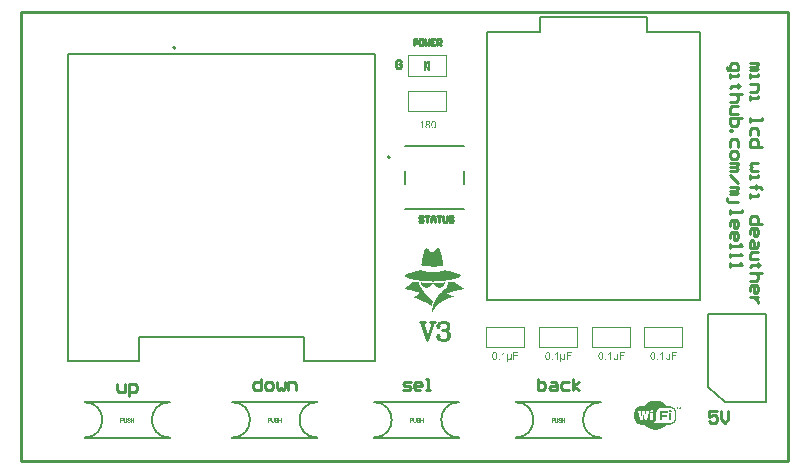
<source format=gto>
G04*
G04 #@! TF.GenerationSoftware,Altium Limited,Altium Designer,24.7.2 (38)*
G04*
G04 Layer_Color=65535*
%FSAX44Y44*%
%MOMM*%
G71*
G04*
G04 #@! TF.SameCoordinates,24FF2C46-A417-480C-89B1-4EDC075265FB*
G04*
G04*
G04 #@! TF.FilePolarity,Positive*
G04*
G01*
G75*
%ADD10C,0.2000*%
%ADD11C,0.2540*%
%ADD12C,0.1270*%
%ADD13C,0.1000*%
%ADD14C,0.0635*%
G36*
X00353660Y00180396D02*
X00353722Y00180361D01*
X00353757Y00180347D01*
X00353785Y00180340D01*
X00353844Y00180330D01*
X00353879Y00180316D01*
X00353910Y00180285D01*
X00353945Y00180271D01*
X00353993Y00180243D01*
X00354035Y00180201D01*
X00354097Y00180167D01*
X00354111Y00180153D01*
X00354125Y00180146D01*
X00354170Y00180101D01*
X00354177Y00180087D01*
X00354201Y00180070D01*
X00354240Y00180031D01*
X00354243Y00180021D01*
X00354257Y00180014D01*
X00354281Y00179990D01*
X00354323Y00179913D01*
X00354337Y00179899D01*
X00354344Y00179885D01*
X00354392Y00179823D01*
X00354413Y00179802D01*
X00354420Y00179788D01*
X00354483Y00179698D01*
X00354500Y00179653D01*
X00354510Y00179642D01*
X00354517Y00179629D01*
X00354538Y00179594D01*
X00354552Y00179559D01*
X00354677Y00179302D01*
X00354691Y00179254D01*
X00354712Y00179219D01*
X00354747Y00179170D01*
X00354757Y00179132D01*
X00354764Y00179104D01*
X00354778Y00179069D01*
X00354788Y00179059D01*
X00354816Y00178997D01*
X00354837Y00178913D01*
X00354871Y00178878D01*
X00354885Y00178844D01*
X00354892Y00178795D01*
X00354899Y00178767D01*
X00354955Y00178649D01*
X00354965Y00178604D01*
X00354979Y00178570D01*
X00355010Y00178517D01*
X00355021Y00178451D01*
X00355028Y00178424D01*
X00355052Y00178385D01*
X00355066Y00178372D01*
X00355073Y00178358D01*
X00355087Y00178323D01*
X00355094Y00178219D01*
X00355125Y00178181D01*
X00355135Y00178170D01*
X00355149Y00178135D01*
X00355167Y00178035D01*
X00355177Y00178010D01*
X00355205Y00177948D01*
X00355215Y00177889D01*
X00355250Y00177792D01*
X00355260Y00177781D01*
X00355281Y00177733D01*
X00355288Y00177705D01*
X00355295Y00177615D01*
X00355323Y00177587D01*
X00355330Y00177573D01*
X00355337Y00177552D01*
X00355344Y00177524D01*
X00355351Y00177476D01*
X00355365Y00177441D01*
X00355372Y00177392D01*
X00355385Y00177358D01*
X00355413Y00177309D01*
X00355420Y00177281D01*
X00355427Y00177212D01*
X00355448Y00177163D01*
X00355455Y00177135D01*
X00355479Y00177069D01*
X00355486Y00177042D01*
X00355500Y00176965D01*
X00355531Y00176906D01*
X00355538Y00176879D01*
X00355549Y00176819D01*
X00355566Y00176760D01*
X00355573Y00176733D01*
X00355583Y00176695D01*
X00355615Y00176621D01*
X00355621Y00176594D01*
X00355632Y00176507D01*
X00355646Y00176472D01*
X00355663Y00176441D01*
X00355677Y00176385D01*
X00355687Y00176320D01*
X00355694Y00176285D01*
X00355708Y00176250D01*
X00355719Y00176212D01*
X00355743Y00176146D01*
X00355754Y00176108D01*
X00355764Y00176042D01*
X00355771Y00176007D01*
X00355778Y00175979D01*
X00355785Y00175944D01*
X00355806Y00175889D01*
X00355823Y00175844D01*
X00355830Y00175774D01*
X00355847Y00175701D01*
X00355872Y00175656D01*
X00355885Y00175601D01*
X00355892Y00175517D01*
X00355934Y00175427D01*
X00355941Y00175399D01*
X00355948Y00175344D01*
X00355969Y00175295D01*
X00355979Y00175236D01*
X00355986Y00175208D01*
X00355997Y00175177D01*
X00356003Y00175149D01*
X00356014Y00175111D01*
X00356028Y00175056D01*
X00356042Y00174986D01*
X00356055Y00174931D01*
X00356069Y00174896D01*
X00356087Y00174851D01*
X00356094Y00174733D01*
X00356121Y00174691D01*
X00356149Y00174538D01*
X00356156Y00174510D01*
X00356167Y00174465D01*
X00356191Y00174406D01*
X00356208Y00174326D01*
X00356215Y00174299D01*
X00356222Y00174257D01*
X00356229Y00174181D01*
X00356243Y00174146D01*
X00356274Y00174073D01*
X00356285Y00174000D01*
X00356302Y00173885D01*
X00356330Y00173844D01*
X00356337Y00173816D01*
X00356344Y00173767D01*
X00356351Y00173740D01*
X00356358Y00173691D01*
X00356375Y00173590D01*
X00356382Y00173563D01*
X00356392Y00173524D01*
X00356413Y00173441D01*
X00356420Y00173392D01*
X00356427Y00173365D01*
X00356434Y00173288D01*
X00356462Y00173246D01*
X00356476Y00173198D01*
X00356493Y00173056D01*
X00356510Y00173010D01*
X00356538Y00172948D01*
X00356552Y00172851D01*
X00356562Y00172785D01*
X00356576Y00172715D01*
X00356583Y00172687D01*
X00356601Y00172628D01*
X00356622Y00172510D01*
X00356628Y00172462D01*
X00356635Y00172420D01*
X00356663Y00172379D01*
X00356670Y00172351D01*
X00356684Y00172253D01*
X00356694Y00172188D01*
X00356708Y00172118D01*
X00356722Y00172083D01*
X00356733Y00172073D01*
X00356746Y00172038D01*
X00356754Y00171934D01*
X00356767Y00171899D01*
X00356774Y00171851D01*
X00356792Y00171806D01*
X00356799Y00171771D01*
X00356802Y00171767D01*
X00356795Y00171747D01*
X00356802Y00171691D01*
X00356823Y00171642D01*
X00356830Y00171573D01*
X00356837Y00171545D01*
X00356847Y00171500D01*
X00356858Y00171462D01*
X00356871Y00171406D01*
X00356879Y00171358D01*
X00356885Y00171330D01*
X00356892Y00171212D01*
X00356920Y00171149D01*
X00356934Y00171094D01*
X00356955Y00170976D01*
X00356962Y00170948D01*
X00356969Y00170872D01*
X00356976Y00170851D01*
X00356983Y00170823D01*
X00356996Y00170774D01*
X00357004Y00170746D01*
X00357010Y00170698D01*
X00357024Y00170642D01*
X00357035Y00170549D01*
X00357042Y00170514D01*
X00357080Y00170434D01*
X00357087Y00170365D01*
X00357097Y00170243D01*
X00357111Y00170208D01*
X00357135Y00170163D01*
X00357156Y00170017D01*
X00357181Y00169896D01*
X00357198Y00169837D01*
X00357205Y00169809D01*
X00357212Y00169760D01*
X00357219Y00169733D01*
X00357229Y00169583D01*
X00357236Y00169556D01*
X00357267Y00169496D01*
X00357274Y00169469D01*
X00357281Y00169399D01*
X00357288Y00169371D01*
X00357295Y00169309D01*
X00357302Y00169288D01*
X00357319Y00169208D01*
X00357330Y00169177D01*
X00357358Y00169024D01*
X00357375Y00168924D01*
X00357382Y00168896D01*
X00357392Y00168858D01*
X00357413Y00168774D01*
X00357420Y00168726D01*
X00357427Y00168698D01*
X00357434Y00168608D01*
X00357441Y00168587D01*
X00357448Y00168559D01*
X00357469Y00168490D01*
X00357479Y00168431D01*
X00357490Y00168337D01*
X00357496Y00168233D01*
X00357524Y00168184D01*
X00357538Y00168149D01*
X00357545Y00168121D01*
X00357552Y00167983D01*
X00357559Y00167962D01*
X00357569Y00167875D01*
X00357583Y00167819D01*
X00357601Y00167760D01*
X00357621Y00167642D01*
X00357629Y00167538D01*
X00357656Y00167476D01*
X00357663Y00167448D01*
X00357677Y00167365D01*
X00357684Y00167316D01*
X00357695Y00167257D01*
X00357701Y00167222D01*
X00357708Y00167194D01*
X00357715Y00167160D01*
X00357733Y00167101D01*
X00357747Y00167017D01*
X00357753Y00166990D01*
X00357760Y00166920D01*
X00357767Y00166892D01*
X00357778Y00166847D01*
X00357788Y00166726D01*
X00357802Y00166691D01*
X00357812Y00166646D01*
X00357820Y00166611D01*
X00357826Y00166549D01*
X00357833Y00166493D01*
X00357840Y00166458D01*
X00357847Y00166431D01*
X00357865Y00166371D01*
X00357872Y00166344D01*
X00357878Y00166295D01*
X00357885Y00166267D01*
X00357896Y00166125D01*
X00357903Y00166070D01*
X00357910Y00166042D01*
X00357941Y00165983D01*
X00357948Y00165955D01*
X00357941Y00165892D01*
X00357931Y00165882D01*
X00357896Y00165868D01*
X00357840Y00165854D01*
X00357792Y00165847D01*
X00357753Y00165816D01*
X00357708Y00165799D01*
X00357611Y00165792D01*
X00357556Y00165757D01*
X00357521Y00165743D01*
X00357472Y00165736D01*
X00357444Y00165729D01*
X00357375Y00165722D01*
X00357319Y00165688D01*
X00357212Y00165670D01*
X00357177Y00165663D01*
X00357149Y00165656D01*
X00357115Y00165642D01*
X00357104Y00165632D01*
X00357056Y00165611D01*
X00357007Y00165604D01*
X00356979Y00165597D01*
X00356910Y00165590D01*
X00356868Y00165562D01*
X00356819Y00165549D01*
X00356754Y00165538D01*
X00356698Y00165531D01*
X00356656Y00165524D01*
X00356622Y00165510D01*
X00356576Y00165486D01*
X00356510Y00165476D01*
X00356476Y00165469D01*
X00356420Y00165462D01*
X00356337Y00165448D01*
X00356281Y00165434D01*
X00356246Y00165420D01*
X00356201Y00165403D01*
X00356083Y00165396D01*
X00356042Y00165368D01*
X00355958Y00165354D01*
X00355931Y00165347D01*
X00355847Y00165333D01*
X00355799Y00165326D01*
X00355719Y00165309D01*
X00355691Y00165302D01*
X00355653Y00165292D01*
X00355597Y00165278D01*
X00355500Y00165271D01*
X00355479Y00165264D01*
X00355451Y00165257D01*
X00355340Y00165250D01*
X00355320Y00165243D01*
X00355274Y00165233D01*
X00355240Y00165219D01*
X00355208Y00165208D01*
X00355181Y00165201D01*
X00355021Y00165194D01*
X00354958Y00165167D01*
X00354931Y00165160D01*
X00354885Y00165149D01*
X00354774Y00165142D01*
X00354740Y00165135D01*
X00354684Y00165128D01*
X00354642Y00165121D01*
X00354615Y00165115D01*
X00354504Y00165108D01*
X00354424Y00165083D01*
X00354396Y00165076D01*
X00354264Y00165069D01*
X00354243Y00165063D01*
X00354090Y00165056D01*
X00354069Y00165049D01*
X00354042Y00165042D01*
X00353972Y00165021D01*
X00353945Y00165014D01*
X00353792Y00165007D01*
X00353771Y00165000D01*
X00353653Y00164993D01*
X00353632Y00164986D01*
X00353604Y00164979D01*
X00353486Y00164972D01*
X00353451Y00164958D01*
X00353396Y00164944D01*
X00353194Y00164937D01*
X00353174Y00164931D01*
X00353104Y00164924D01*
X00352944Y00164917D01*
X00352924Y00164910D01*
X00352819Y00164903D01*
X00352785Y00164889D01*
X00352670Y00164892D01*
X00352629Y00164885D01*
X00352594Y00164879D01*
X00352476Y00164872D01*
X00352170Y00164865D01*
X00352094Y00164851D01*
X00352059Y00164844D01*
X00352028Y00164840D01*
X00352007Y00164847D01*
X00351962Y00164837D01*
X00351924Y00164826D01*
X00351896Y00164820D01*
X00351806Y00164826D01*
X00351746Y00164816D01*
X00351566Y00164809D01*
X00351302Y00164802D01*
X00350955Y00164795D01*
X00350705Y00164788D01*
X00350670Y00164781D01*
X00350309Y00164774D01*
X00350264Y00164757D01*
X00350222Y00164764D01*
X00350187Y00164778D01*
X00350111Y00164757D01*
X00348889Y00164764D01*
X00348854Y00164778D01*
X00348410Y00164785D01*
X00348389Y00164792D01*
X00347743Y00164799D01*
X00347722Y00164806D01*
X00347229Y00164813D01*
X00347208Y00164820D01*
X00347181Y00164826D01*
X00347083Y00164833D01*
X00347062Y00164840D01*
X00347035Y00164847D01*
X00346924Y00164840D01*
X00346903Y00164847D01*
X00346819Y00164861D01*
X00346729Y00164854D01*
X00346701Y00164861D01*
X00346590Y00164868D01*
X00346469Y00164865D01*
X00346379Y00164879D01*
X00346333Y00164882D01*
X00346312Y00164875D01*
X00346215Y00164882D01*
X00346194Y00164889D01*
X00346149Y00164892D01*
X00345986Y00164889D01*
X00345965Y00164896D01*
X00345917Y00164910D01*
X00345750Y00164917D01*
X00345729Y00164924D01*
X00345510Y00164934D01*
X00345476Y00164941D01*
X00345302Y00164948D01*
X00345267Y00164955D01*
X00345146Y00164965D01*
X00345111Y00164979D01*
X00345028Y00164993D01*
X00345000Y00165000D01*
X00344729Y00165007D01*
X00344708Y00165014D01*
X00344590Y00165021D01*
X00344556Y00165035D01*
X00344528Y00165042D01*
X00344417Y00165049D01*
X00344396Y00165056D01*
X00344347Y00165063D01*
X00344267Y00165066D01*
X00344188Y00165063D01*
X00344167Y00165069D01*
X00344118Y00165076D01*
X00344007Y00165083D01*
X00343986Y00165090D01*
X00343889Y00165097D01*
X00343854Y00165111D01*
X00343743Y00165118D01*
X00343722Y00165125D01*
X00343576Y00165132D01*
X00343555Y00165139D01*
X00343507Y00165146D01*
X00343396Y00165153D01*
X00343375Y00165160D01*
X00343278Y00165167D01*
X00343243Y00165181D01*
X00343194Y00165187D01*
X00343167Y00165194D01*
X00343097Y00165201D01*
X00342986Y00165208D01*
X00342965Y00165215D01*
X00342938Y00165222D01*
X00342820Y00165229D01*
X00342785Y00165243D01*
X00342729Y00165257D01*
X00342660Y00165264D01*
X00342535Y00165271D01*
X00342514Y00165278D01*
X00342458Y00165292D01*
X00342347Y00165299D01*
X00342313Y00165312D01*
X00342285Y00165319D01*
X00342236Y00165326D01*
X00342045Y00165337D01*
X00341955Y00165351D01*
X00341920Y00165358D01*
X00341892Y00165365D01*
X00341854Y00165375D01*
X00341806Y00165389D01*
X00341736Y00165396D01*
X00341708Y00165403D01*
X00341576Y00165410D01*
X00341556Y00165417D01*
X00341510Y00165427D01*
X00341483Y00165434D01*
X00341445Y00165444D01*
X00341417Y00165451D01*
X00341368Y00165458D01*
X00341340Y00165465D01*
X00341201Y00165472D01*
X00341180Y00165479D01*
X00341153Y00165486D01*
X00341104Y00165493D01*
X00341007Y00165500D01*
X00340972Y00165514D01*
X00340889Y00165528D01*
X00340823Y00165538D01*
X00340781Y00165545D01*
X00340743Y00165549D01*
X00340722Y00165542D01*
X00340694Y00165549D01*
X00340649Y00165559D01*
X00340615Y00165566D01*
X00340580Y00165580D01*
X00340535Y00165597D01*
X00340465Y00165604D01*
X00340375Y00165611D01*
X00340354Y00165618D01*
X00340281Y00165635D01*
X00340243Y00165646D01*
X00340198Y00165656D01*
X00340142Y00165663D01*
X00340017Y00165684D01*
X00339983Y00165691D01*
X00339924Y00165708D01*
X00339868Y00165722D01*
X00339729Y00165736D01*
X00339646Y00165743D01*
X00339590Y00165778D01*
X00339472Y00165799D01*
X00339445Y00165806D01*
X00339396Y00165799D01*
X00339375Y00165806D01*
X00339337Y00165816D01*
X00339278Y00165840D01*
X00339219Y00165851D01*
X00339184Y00165858D01*
X00339128Y00165865D01*
X00339070Y00165875D01*
X00339045Y00165892D01*
X00339038Y00165920D01*
X00339045Y00165983D01*
X00339059Y00165996D01*
X00339073Y00166031D01*
X00339080Y00166059D01*
X00339087Y00166149D01*
X00339094Y00166246D01*
X00339101Y00166267D01*
X00339111Y00166313D01*
X00339128Y00166371D01*
X00339135Y00166476D01*
X00339142Y00166497D01*
X00339149Y00166608D01*
X00339156Y00166628D01*
X00339163Y00166740D01*
X00339177Y00166774D01*
X00339191Y00166823D01*
X00339198Y00166865D01*
X00339191Y00166885D01*
X00339208Y00166965D01*
X00339215Y00167021D01*
X00339229Y00167104D01*
X00339233Y00167156D01*
X00339226Y00167170D01*
X00339233Y00167191D01*
X00339243Y00167243D01*
X00339260Y00167302D01*
X00339278Y00167382D01*
X00339285Y00167417D01*
X00339292Y00167556D01*
X00339299Y00167583D01*
X00339330Y00167642D01*
X00339337Y00167670D01*
X00339347Y00167736D01*
X00339351Y00167865D01*
X00339354Y00167868D01*
X00339361Y00167896D01*
X00339368Y00167938D01*
X00339375Y00167972D01*
X00339389Y00168007D01*
X00339396Y00168118D01*
X00339410Y00168174D01*
X00339417Y00168236D01*
X00339424Y00168271D01*
X00339431Y00168396D01*
X00339437Y00168424D01*
X00339448Y00168462D01*
X00339462Y00168510D01*
X00339472Y00168556D01*
X00339486Y00168625D01*
X00339493Y00168681D01*
X00339507Y00168764D01*
X00339514Y00168792D01*
X00339524Y00168830D01*
X00339538Y00168878D01*
X00339542Y00168931D01*
X00339538Y00168969D01*
X00339545Y00168990D01*
X00339556Y00169083D01*
X00339562Y00169118D01*
X00339576Y00169174D01*
X00339594Y00169233D01*
X00339601Y00169351D01*
X00339608Y00169371D01*
X00339622Y00169406D01*
X00339628Y00169434D01*
X00339635Y00169552D01*
X00339642Y00169573D01*
X00339653Y00169618D01*
X00339677Y00169677D01*
X00339684Y00169705D01*
X00339691Y00169830D01*
X00339698Y00169851D01*
X00339715Y00169931D01*
X00339726Y00169969D01*
X00339740Y00170024D01*
X00339757Y00170146D01*
X00339764Y00170181D01*
X00339771Y00170222D01*
X00339778Y00170250D01*
X00339795Y00170295D01*
X00339802Y00170420D01*
X00339809Y00170441D01*
X00339816Y00170510D01*
X00339823Y00170538D01*
X00339854Y00170681D01*
X00339865Y00170719D01*
X00339879Y00170802D01*
X00339885Y00170851D01*
X00339906Y00170969D01*
X00339927Y00171038D01*
X00339941Y00171094D01*
X00339948Y00171163D01*
X00339955Y00171212D01*
X00339972Y00171292D01*
X00339979Y00171319D01*
X00339990Y00171358D01*
X00340010Y00171441D01*
X00340017Y00171524D01*
X00340024Y00171545D01*
X00340031Y00171594D01*
X00340024Y00171622D01*
X00340031Y00171642D01*
X00340038Y00171670D01*
X00340052Y00171684D01*
X00340066Y00171719D01*
X00340073Y00171747D01*
X00340083Y00171806D01*
X00340090Y00171945D01*
X00340097Y00171979D01*
X00340129Y00172038D01*
X00340142Y00172094D01*
X00340153Y00172201D01*
X00340160Y00172243D01*
X00340181Y00172326D01*
X00340198Y00172385D01*
X00340205Y00172413D01*
X00340212Y00172483D01*
X00340219Y00172510D01*
X00340229Y00172576D01*
X00340243Y00172646D01*
X00340250Y00172674D01*
X00340278Y00172743D01*
X00340285Y00172785D01*
X00340295Y00172913D01*
X00340330Y00172969D01*
X00340344Y00173052D01*
X00340354Y00173132D01*
X00340375Y00173236D01*
X00340382Y00173264D01*
X00340392Y00173302D01*
X00340406Y00173358D01*
X00340413Y00173406D01*
X00340424Y00173472D01*
X00340431Y00173514D01*
X00340444Y00173583D01*
X00340451Y00173611D01*
X00340465Y00173646D01*
X00340483Y00173691D01*
X00340493Y00173799D01*
X00340507Y00173833D01*
X00340524Y00173878D01*
X00340535Y00173931D01*
X00340542Y00173972D01*
X00340549Y00174028D01*
X00340556Y00174069D01*
X00340569Y00174139D01*
X00340576Y00174181D01*
X00340583Y00174208D01*
X00340611Y00174278D01*
X00340625Y00174347D01*
X00340632Y00174389D01*
X00340639Y00174424D01*
X00340646Y00174451D01*
X00340656Y00174462D01*
X00340677Y00174510D01*
X00340684Y00174538D01*
X00340691Y00174670D01*
X00340719Y00174719D01*
X00340746Y00174781D01*
X00340754Y00174872D01*
X00340760Y00174892D01*
X00340771Y00174951D01*
X00340778Y00174986D01*
X00340785Y00175014D01*
X00340809Y00175073D01*
X00340816Y00175101D01*
X00340830Y00175184D01*
X00340837Y00175212D01*
X00340854Y00175285D01*
X00340868Y00175319D01*
X00340878Y00175351D01*
X00340885Y00175378D01*
X00340892Y00175469D01*
X00340913Y00175517D01*
X00340927Y00175566D01*
X00340951Y00175674D01*
X00340965Y00175729D01*
X00340976Y00175767D01*
X00340986Y00175819D01*
X00341003Y00175858D01*
X00341017Y00175906D01*
X00341031Y00175990D01*
X00341042Y00176035D01*
X00341052Y00176059D01*
X00341080Y00176122D01*
X00341087Y00176170D01*
X00341097Y00176215D01*
X00341132Y00176271D01*
X00341142Y00176309D01*
X00341149Y00176358D01*
X00341156Y00176441D01*
X00341163Y00176462D01*
X00341174Y00176500D01*
X00341205Y00176559D01*
X00341212Y00176587D01*
X00341219Y00176656D01*
X00341229Y00176701D01*
X00341243Y00176736D01*
X00341281Y00176816D01*
X00341292Y00176882D01*
X00341299Y00176910D01*
X00341312Y00176945D01*
X00341323Y00176955D01*
X00341337Y00177003D01*
X00341347Y00177062D01*
X00341358Y00177101D01*
X00341365Y00177129D01*
X00341375Y00177174D01*
X00341406Y00177226D01*
X00341413Y00177274D01*
X00341420Y00177330D01*
X00341455Y00177392D01*
X00341476Y00177441D01*
X00341483Y00177469D01*
X00341493Y00177535D01*
X00341507Y00177569D01*
X00341517Y00177580D01*
X00341545Y00177642D01*
X00341559Y00177691D01*
X00341566Y00177740D01*
X00341587Y00177795D01*
X00341622Y00177872D01*
X00341628Y00177920D01*
X00341642Y00177976D01*
X00341670Y00178004D01*
X00341684Y00178038D01*
X00341691Y00178087D01*
X00341698Y00178115D01*
X00341746Y00178219D01*
X00341757Y00178264D01*
X00341771Y00178299D01*
X00341781Y00178309D01*
X00341788Y00178323D01*
X00341809Y00178372D01*
X00341816Y00178441D01*
X00341833Y00178486D01*
X00341871Y00178559D01*
X00341892Y00178629D01*
X00341910Y00178674D01*
X00341941Y00178726D01*
X00341955Y00178760D01*
X00341969Y00178816D01*
X00341986Y00178861D01*
X00341996Y00178871D01*
X00342014Y00178917D01*
X00342045Y00178976D01*
X00342212Y00179316D01*
X00342219Y00179344D01*
X00342233Y00179379D01*
X00342264Y00179417D01*
X00342337Y00179559D01*
X00342365Y00179608D01*
X00342399Y00179642D01*
X00342420Y00179691D01*
X00342441Y00179726D01*
X00342469Y00179753D01*
X00342490Y00179802D01*
X00342496Y00179816D01*
X00342597Y00179951D01*
X00342625Y00179993D01*
X00342663Y00180024D01*
X00342684Y00180045D01*
X00342691Y00180059D01*
X00342722Y00180097D01*
X00342820Y00180194D01*
X00342833Y00180201D01*
X00342872Y00180233D01*
X00342885Y00180247D01*
X00342892Y00180260D01*
X00342910Y00180278D01*
X00342944Y00180292D01*
X00343007Y00180326D01*
X00343069Y00180354D01*
X00343160Y00180396D01*
X00343187Y00180403D01*
X00343458Y00180396D01*
X00343479Y00180389D01*
X00343531Y00180378D01*
X00343559Y00180371D01*
X00343597Y00180361D01*
X00343653Y00180347D01*
X00343733Y00180337D01*
X00343767Y00180323D01*
X00343812Y00180306D01*
X00343858Y00180295D01*
X00343903Y00180278D01*
X00343931Y00180271D01*
X00343969Y00180260D01*
X00343979Y00180250D01*
X00343993Y00180243D01*
X00344014Y00180222D01*
X00344049Y00180208D01*
X00344097Y00180201D01*
X00344142Y00180184D01*
X00344174Y00180153D01*
X00344222Y00180132D01*
X00344257Y00180111D01*
X00344271Y00180097D01*
X00344285Y00180090D01*
X00344375Y00180042D01*
X00344403Y00180014D01*
X00344417Y00180007D01*
X00344507Y00179944D01*
X00344556Y00179917D01*
X00344566Y00179906D01*
X00344573Y00179892D01*
X00344583Y00179882D01*
X00344597Y00179875D01*
X00344642Y00179844D01*
X00344649Y00179830D01*
X00344674Y00179813D01*
X00344736Y00179764D01*
X00344792Y00179708D01*
X00344806Y00179701D01*
X00344844Y00179663D01*
X00344847Y00179653D01*
X00344861Y00179646D01*
X00344896Y00179611D01*
X00344910Y00179604D01*
X00344948Y00179573D01*
X00344955Y00179559D01*
X00344986Y00179514D01*
X00345000Y00179507D01*
X00345028Y00179479D01*
X00345042Y00179472D01*
X00345073Y00179448D01*
X00345080Y00179434D01*
X00345115Y00179385D01*
X00345212Y00179288D01*
X00345233Y00179254D01*
X00345247Y00179240D01*
X00345250Y00179229D01*
X00345264Y00179222D01*
X00345309Y00179177D01*
X00345316Y00179163D01*
X00345351Y00179128D01*
X00345358Y00179115D01*
X00345389Y00179076D01*
X00345403Y00179069D01*
X00345427Y00179045D01*
X00345434Y00179031D01*
X00345458Y00179007D01*
X00345472Y00179000D01*
X00345510Y00178941D01*
X00345559Y00178892D01*
X00345566Y00178878D01*
X00345597Y00178840D01*
X00345615Y00178816D01*
X00345646Y00178785D01*
X00345660Y00178778D01*
X00345670Y00178767D01*
X00345677Y00178754D01*
X00345726Y00178691D01*
X00345740Y00178677D01*
X00345746Y00178663D01*
X00345778Y00178625D01*
X00345885Y00178517D01*
X00345913Y00178469D01*
X00345938Y00178451D01*
X00345948Y00178441D01*
X00345955Y00178427D01*
X00346003Y00178365D01*
X00346149Y00178219D01*
X00346156Y00178205D01*
X00346181Y00178188D01*
X00346212Y00178156D01*
X00346233Y00178121D01*
X00346264Y00178083D01*
X00346285Y00178062D01*
X00346295Y00178059D01*
X00346302Y00178045D01*
X00346326Y00178021D01*
X00346340Y00178014D01*
X00346354Y00178000D01*
X00346389Y00177979D01*
X00346413Y00177955D01*
X00346420Y00177941D01*
X00346431Y00177931D01*
X00346444Y00177924D01*
X00346556Y00177812D01*
X00346569Y00177806D01*
X00346615Y00177774D01*
X00346622Y00177760D01*
X00346653Y00177729D01*
X00346667Y00177722D01*
X00346705Y00177691D01*
X00346746Y00177663D01*
X00346771Y00177646D01*
X00346806Y00177611D01*
X00346819Y00177604D01*
X00346882Y00177556D01*
X00346924Y00177528D01*
X00347000Y00177486D01*
X00347087Y00177420D01*
X00347177Y00177385D01*
X00347236Y00177354D01*
X00347271Y00177340D01*
X00347347Y00177299D01*
X00347396Y00177278D01*
X00347444Y00177264D01*
X00347490Y00177246D01*
X00347542Y00177215D01*
X00347660Y00177194D01*
X00347733Y00177177D01*
X00347743Y00177167D01*
X00347757Y00177160D01*
X00347792Y00177146D01*
X00347951Y00177139D01*
X00347972Y00177132D01*
X00348014Y00177125D01*
X00348035Y00177118D01*
X00348083Y00177111D01*
X00348174Y00177118D01*
X00348212Y00177108D01*
X00348243Y00177097D01*
X00348292Y00177104D01*
X00348326Y00177118D01*
X00348448Y00177115D01*
X00348490Y00177122D01*
X00348524Y00177129D01*
X00348580Y00177135D01*
X00348691Y00177142D01*
X00348726Y00177149D01*
X00348760Y00177163D01*
X00348771Y00177174D01*
X00348785Y00177181D01*
X00348819Y00177194D01*
X00348847Y00177201D01*
X00348913Y00177212D01*
X00348948Y00177226D01*
X00349021Y00177264D01*
X00349076Y00177278D01*
X00349122Y00177295D01*
X00349132Y00177306D01*
X00349194Y00177333D01*
X00349240Y00177351D01*
X00349271Y00177382D01*
X00349285Y00177389D01*
X00349319Y00177403D01*
X00349365Y00177413D01*
X00349389Y00177431D01*
X00349417Y00177458D01*
X00349483Y00177483D01*
X00349507Y00177500D01*
X00349528Y00177521D01*
X00349604Y00177549D01*
X00349653Y00177597D01*
X00349681Y00177604D01*
X00349729Y00177639D01*
X00349743Y00177653D01*
X00349757Y00177660D01*
X00349819Y00177694D01*
X00349830Y00177705D01*
X00349833Y00177715D01*
X00349847Y00177722D01*
X00349910Y00177771D01*
X00349931Y00177792D01*
X00349976Y00177809D01*
X00350000Y00177826D01*
X00350042Y00177868D01*
X00350076Y00177889D01*
X00350125Y00177938D01*
X00350139Y00177944D01*
X00350177Y00177976D01*
X00350219Y00178004D01*
X00350243Y00178021D01*
X00350340Y00178118D01*
X00350354Y00178125D01*
X00350406Y00178163D01*
X00350413Y00178177D01*
X00350431Y00178195D01*
X00350444Y00178201D01*
X00350493Y00178236D01*
X00350566Y00178309D01*
X00350573Y00178323D01*
X00350615Y00178351D01*
X00350639Y00178368D01*
X00350660Y00178389D01*
X00350674Y00178396D01*
X00350736Y00178444D01*
X00350819Y00178528D01*
X00350833Y00178535D01*
X00350872Y00178566D01*
X00350885Y00178580D01*
X00350892Y00178594D01*
X00350903Y00178604D01*
X00350917Y00178611D01*
X00350955Y00178649D01*
X00350962Y00178663D01*
X00350986Y00178681D01*
X00351042Y00178736D01*
X00351076Y00178757D01*
X00351101Y00178795D01*
X00351125Y00178820D01*
X00351139Y00178826D01*
X00351229Y00178917D01*
X00351243Y00178924D01*
X00351281Y00178955D01*
X00351312Y00178993D01*
X00351351Y00179024D01*
X00351382Y00179062D01*
X00351396Y00179069D01*
X00351434Y00179101D01*
X00351507Y00179174D01*
X00351521Y00179181D01*
X00351597Y00179257D01*
X00351611Y00179264D01*
X00351663Y00179302D01*
X00351670Y00179316D01*
X00351708Y00179354D01*
X00351722Y00179361D01*
X00351733Y00179371D01*
X00351736Y00179382D01*
X00351750Y00179389D01*
X00351764Y00179403D01*
X00351799Y00179424D01*
X00351809Y00179434D01*
X00351816Y00179448D01*
X00351847Y00179479D01*
X00351861Y00179486D01*
X00351879Y00179503D01*
X00351885Y00179517D01*
X00351896Y00179528D01*
X00351945Y00179556D01*
X00351986Y00179597D01*
X00352000Y00179604D01*
X00352031Y00179635D01*
X00352038Y00179649D01*
X00352049Y00179660D01*
X00352062Y00179667D01*
X00352101Y00179698D01*
X00352125Y00179722D01*
X00352174Y00179750D01*
X00352215Y00179792D01*
X00352229Y00179799D01*
X00352267Y00179830D01*
X00352306Y00179868D01*
X00352354Y00179896D01*
X00352371Y00179920D01*
X00352382Y00179931D01*
X00352396Y00179937D01*
X00352486Y00180000D01*
X00352549Y00180035D01*
X00352569Y00180056D01*
X00352583Y00180063D01*
X00352632Y00180097D01*
X00352646Y00180111D01*
X00352660Y00180118D01*
X00352750Y00180167D01*
X00352771Y00180187D01*
X00352868Y00180222D01*
X00352896Y00180250D01*
X00352931Y00180264D01*
X00352979Y00180278D01*
X00353014Y00180292D01*
X00353028Y00180299D01*
X00353104Y00180333D01*
X00353153Y00180340D01*
X00353181Y00180347D01*
X00353240Y00180358D01*
X00353274Y00180371D01*
X00353285Y00180382D01*
X00353333Y00180396D01*
X00353382Y00180403D01*
X00353660Y00180396D01*
D02*
G37*
G36*
X00338688Y00161743D02*
X00338722Y00161729D01*
X00338826Y00161681D01*
X00338854Y00161674D01*
X00338920Y00161649D01*
X00338931Y00161639D01*
X00338979Y00161618D01*
X00339066Y00161587D01*
X00339118Y00161549D01*
X00339146Y00161542D01*
X00339212Y00161531D01*
X00339246Y00161517D01*
X00339305Y00161486D01*
X00339375Y00161465D01*
X00339431Y00161444D01*
X00339472Y00161417D01*
X00339521Y00161403D01*
X00339594Y00161392D01*
X00339628Y00161378D01*
X00339639Y00161368D01*
X00339688Y00161347D01*
X00339715Y00161340D01*
X00339774Y00161330D01*
X00339802Y00161323D01*
X00339847Y00161299D01*
X00339896Y00161285D01*
X00339938Y00161278D01*
X00339972Y00161264D01*
X00340010Y00161254D01*
X00340083Y00161215D01*
X00340111Y00161208D01*
X00340194Y00161194D01*
X00340267Y00161177D01*
X00340278Y00161167D01*
X00340326Y00161146D01*
X00340375Y00161139D01*
X00340420Y00161129D01*
X00340455Y00161115D01*
X00340486Y00161104D01*
X00340514Y00161097D01*
X00340559Y00161087D01*
X00340629Y00161073D01*
X00340670Y00161066D01*
X00340771Y00161035D01*
X00340840Y00161007D01*
X00340951Y00161000D01*
X00341000Y00160972D01*
X00341035Y00160951D01*
X00341083Y00160944D01*
X00341129Y00160948D01*
X00341205Y00160934D01*
X00341240Y00160920D01*
X00341285Y00160903D01*
X00341365Y00160885D01*
X00341458Y00160875D01*
X00341486Y00160868D01*
X00341628Y00160837D01*
X00341667Y00160826D01*
X00341746Y00160809D01*
X00341788Y00160802D01*
X00341844Y00160795D01*
X00341885Y00160788D01*
X00341920Y00160781D01*
X00341948Y00160774D01*
X00341986Y00160764D01*
X00342042Y00160750D01*
X00342111Y00160743D01*
X00342139Y00160736D01*
X00342198Y00160726D01*
X00342267Y00160712D01*
X00342326Y00160694D01*
X00342354Y00160688D01*
X00342403Y00160681D01*
X00342431Y00160674D01*
X00342569Y00160667D01*
X00342590Y00160660D01*
X00342649Y00160649D01*
X00342677Y00160642D01*
X00342736Y00160625D01*
X00342816Y00160608D01*
X00342948Y00160601D01*
X00343031Y00160587D01*
X00343087Y00160573D01*
X00343125Y00160562D01*
X00343174Y00160549D01*
X00343333Y00160542D01*
X00343354Y00160535D01*
X00343424Y00160528D01*
X00343507Y00160521D01*
X00343542Y00160507D01*
X00343597Y00160493D01*
X00343708Y00160486D01*
X00343729Y00160479D01*
X00343868Y00160472D01*
X00343889Y00160465D01*
X00343937Y00160458D01*
X00344049Y00160451D01*
X00344069Y00160445D01*
X00344118Y00160431D01*
X00344174Y00160417D01*
X00344222Y00160410D01*
X00344313Y00160403D01*
X00344528Y00160396D01*
X00344549Y00160389D01*
X00344576Y00160382D01*
X00344694Y00160375D01*
X00344743Y00160354D01*
X00344792Y00160347D01*
X00345007Y00160340D01*
X00345028Y00160333D01*
X00345149Y00160323D01*
X00345177Y00160316D01*
X00345264Y00160312D01*
X00345285Y00160319D01*
X00345344Y00160309D01*
X00345375Y00160299D01*
X00345417Y00160292D01*
X00345438Y00160299D01*
X00345483Y00160288D01*
X00345524Y00160281D01*
X00345556Y00160278D01*
X00345576Y00160285D01*
X00345604Y00160278D01*
X00345695Y00160271D01*
X00345861Y00160264D01*
X00345882Y00160257D01*
X00345951Y00160264D01*
X00346028Y00160257D01*
X00346049Y00160250D01*
X00346097Y00160243D01*
X00346125Y00160250D01*
X00346215Y00160243D01*
X00346250Y00160229D01*
X00346361Y00160222D01*
X00346382Y00160215D01*
X00346604Y00160208D01*
X00346625Y00160201D01*
X00347069Y00160194D01*
X00347090Y00160187D01*
X00347118Y00160181D01*
X00347222Y00160174D01*
X00347257Y00160160D01*
X00347379Y00160163D01*
X00347413Y00160156D01*
X00347441Y00160149D01*
X00347698Y00160142D01*
X00348420Y00160135D01*
X00349101Y00160128D01*
X00349319Y00160125D01*
X00349340Y00160132D01*
X00349392Y00160135D01*
X00349462Y00160128D01*
X00349496Y00160135D01*
X00350080Y00160142D01*
X00350198Y00160149D01*
X00350226Y00160156D01*
X00350260Y00160163D01*
X00350299Y00160167D01*
X00350319Y00160160D01*
X00350479Y00160167D01*
X00350514Y00160181D01*
X00350694Y00160187D01*
X00350715Y00160194D01*
X00351222Y00160201D01*
X00351250Y00160208D01*
X00351382Y00160215D01*
X00351500Y00160222D01*
X00351521Y00160229D01*
X00351618Y00160236D01*
X00351653Y00160250D01*
X00351778Y00160257D01*
X00351799Y00160264D01*
X00351913Y00160260D01*
X00351969Y00160267D01*
X00352066Y00160274D01*
X00352191Y00160281D01*
X00352226Y00160288D01*
X00352253Y00160295D01*
X00352319Y00160299D01*
X00352340Y00160292D01*
X00352410Y00160299D01*
X00352444Y00160312D01*
X00352556Y00160319D01*
X00352576Y00160326D01*
X00352667Y00160333D01*
X00352812Y00160340D01*
X00352833Y00160347D01*
X00353028Y00160354D01*
X00353049Y00160361D01*
X00353153Y00160368D01*
X00353187Y00160382D01*
X00353236Y00160389D01*
X00353264Y00160396D01*
X00353333Y00160403D01*
X00353514Y00160410D01*
X00353535Y00160417D01*
X00353590Y00160431D01*
X00353694Y00160438D01*
X00353729Y00160451D01*
X00353778Y00160458D01*
X00353896Y00160465D01*
X00353917Y00160472D01*
X00353986Y00160479D01*
X00354090Y00160486D01*
X00354111Y00160493D01*
X00354208Y00160500D01*
X00354243Y00160514D01*
X00354368Y00160521D01*
X00354389Y00160528D01*
X00354417Y00160535D01*
X00354465Y00160542D01*
X00354604Y00160549D01*
X00354625Y00160556D01*
X00354670Y00160566D01*
X00354729Y00160583D01*
X00354813Y00160597D01*
X00354840Y00160604D01*
X00354986Y00160611D01*
X00355007Y00160618D01*
X00355035Y00160625D01*
X00355080Y00160635D01*
X00355111Y00160646D01*
X00355194Y00160660D01*
X00355222Y00160667D01*
X00355271Y00160674D01*
X00355337Y00160684D01*
X00355375Y00160694D01*
X00355486Y00160701D01*
X00355521Y00160715D01*
X00355566Y00160726D01*
X00355601Y00160733D01*
X00355694Y00160743D01*
X00355743Y00160750D01*
X00355799Y00160764D01*
X00355868Y00160785D01*
X00355917Y00160792D01*
X00355944Y00160799D01*
X00356028Y00160806D01*
X00356049Y00160812D01*
X00356076Y00160819D01*
X00356149Y00160837D01*
X00356188Y00160847D01*
X00356215Y00160854D01*
X00356264Y00160861D01*
X00356292Y00160868D01*
X00356340Y00160875D01*
X00356441Y00160892D01*
X00356469Y00160899D01*
X00356528Y00160917D01*
X00356646Y00160938D01*
X00356746Y00160955D01*
X00356757Y00160965D01*
X00356771Y00160972D01*
X00356833Y00161000D01*
X00356951Y00161007D01*
X00356993Y00161035D01*
X00357066Y00161052D01*
X00357104Y00161070D01*
X00357153Y00161076D01*
X00357219Y00161087D01*
X00357247Y00161094D01*
X00357281Y00161101D01*
X00357337Y00161122D01*
X00357382Y00161139D01*
X00357451Y00161146D01*
X00357486Y00161160D01*
X00357528Y00161187D01*
X00357576Y00161201D01*
X00357684Y00161212D01*
X00357799Y00161264D01*
X00357847Y00161278D01*
X00357903Y00161292D01*
X00357965Y00161306D01*
X00358028Y00161333D01*
X00358056Y00161340D01*
X00358125Y00161347D01*
X00358139Y00161361D01*
X00358153Y00161368D01*
X00358174Y00161389D01*
X00358222Y00161403D01*
X00358288Y00161413D01*
X00358361Y00161451D01*
X00358490Y00161497D01*
X00358542Y00161528D01*
X00358580Y00161538D01*
X00358608Y00161545D01*
X00358663Y00161566D01*
X00358674Y00161576D01*
X00358708Y00161590D01*
X00358736Y00161597D01*
X00358823Y00161628D01*
X00358833Y00161639D01*
X00358896Y00161667D01*
X00358951Y00161681D01*
X00359069Y00161736D01*
X00359118Y00161743D01*
X00359139Y00161736D01*
X00359198Y00161726D01*
X00359267Y00161712D01*
X00359326Y00161694D01*
X00359354Y00161688D01*
X00359437Y00161674D01*
X00359465Y00161667D01*
X00359545Y00161656D01*
X00359615Y00161642D01*
X00359670Y00161621D01*
X00359701Y00161611D01*
X00359729Y00161604D01*
X00359854Y00161597D01*
X00359944Y00161556D01*
X00359972Y00161549D01*
X00360073Y00161538D01*
X00360115Y00161531D01*
X00360149Y00161524D01*
X00360177Y00161517D01*
X00360257Y00161493D01*
X00360306Y00161500D01*
X00360326Y00161493D01*
X00360396Y00161472D01*
X00360424Y00161465D01*
X00360483Y00161455D01*
X00360524Y00161448D01*
X00360583Y00161431D01*
X00360611Y00161424D01*
X00360656Y00161413D01*
X00360691Y00161406D01*
X00360754Y00161399D01*
X00360795Y00161392D01*
X00360875Y00161354D01*
X00360944Y00161347D01*
X00360972Y00161340D01*
X00361038Y00161330D01*
X00361080Y00161323D01*
X00361115Y00161316D01*
X00361142Y00161309D01*
X00361181Y00161299D01*
X00361236Y00161285D01*
X00361333Y00161271D01*
X00361417Y00161257D01*
X00361455Y00161246D01*
X00361458Y00161243D01*
X00361521Y00161215D01*
X00361549Y00161208D01*
X00361625Y00161201D01*
X00361646Y00161194D01*
X00361712Y00161184D01*
X00361736Y00161174D01*
X00361771Y00161153D01*
X00361799Y00161146D01*
X00361903Y00161139D01*
X00361937Y00161125D01*
X00362010Y00161108D01*
X00362049Y00161097D01*
X00362076Y00161090D01*
X00362122Y00161080D01*
X00362163Y00161073D01*
X00362226Y00161066D01*
X00362260Y00161059D01*
X00362285Y00161049D01*
X00362347Y00161021D01*
X00362396Y00161014D01*
X00362424Y00161007D01*
X00362493Y00161000D01*
X00362538Y00160990D01*
X00362590Y00160958D01*
X00362639Y00160951D01*
X00362667Y00160944D01*
X00362753Y00160934D01*
X00362788Y00160927D01*
X00362854Y00160917D01*
X00362910Y00160882D01*
X00362979Y00160875D01*
X00363038Y00160865D01*
X00363073Y00160858D01*
X00363101Y00160851D01*
X00363142Y00160844D01*
X00363170Y00160837D01*
X00363208Y00160819D01*
X00363257Y00160806D01*
X00363347Y00160799D01*
X00363396Y00160778D01*
X00363445Y00160764D01*
X00363524Y00160746D01*
X00363691Y00160705D01*
X00363729Y00160694D01*
X00363757Y00160688D01*
X00363802Y00160677D01*
X00363858Y00160663D01*
X00363941Y00160656D01*
X00363997Y00160621D01*
X00364035Y00160611D01*
X00364062Y00160604D01*
X00364160Y00160597D01*
X00364215Y00160562D01*
X00364250Y00160549D01*
X00364299Y00160542D01*
X00364368Y00160535D01*
X00364389Y00160528D01*
X00364504Y00160504D01*
X00364542Y00160486D01*
X00364590Y00160472D01*
X00364639Y00160465D01*
X00364667Y00160458D01*
X00364719Y00160448D01*
X00364743Y00160438D01*
X00364806Y00160410D01*
X00364854Y00160403D01*
X00364924Y00160396D01*
X00365014Y00160354D01*
X00365062Y00160347D01*
X00365170Y00160323D01*
X00365229Y00160299D01*
X00365288Y00160288D01*
X00365358Y00160274D01*
X00365399Y00160267D01*
X00365427Y00160260D01*
X00365500Y00160222D01*
X00365549Y00160208D01*
X00365597Y00160201D01*
X00365660Y00160194D01*
X00365750Y00160153D01*
X00365816Y00160142D01*
X00365858Y00160135D01*
X00365885Y00160128D01*
X00365920Y00160115D01*
X00365958Y00160104D01*
X00366024Y00160080D01*
X00366059Y00160073D01*
X00366142Y00160066D01*
X00366177Y00160052D01*
X00366250Y00160014D01*
X00366320Y00160007D01*
X00366368Y00160000D01*
X00366413Y00159983D01*
X00366486Y00159951D01*
X00366549Y00159944D01*
X00366583Y00159931D01*
X00366628Y00159920D01*
X00366663Y00159913D01*
X00366691Y00159906D01*
X00366760Y00159879D01*
X00366795Y00159872D01*
X00366837Y00159865D01*
X00366865Y00159858D01*
X00366906Y00159837D01*
X00366979Y00159806D01*
X00367045Y00159795D01*
X00367073Y00159788D01*
X00367146Y00159750D01*
X00367174Y00159743D01*
X00367257Y00159729D01*
X00367285Y00159722D01*
X00367326Y00159715D01*
X00367368Y00159688D01*
X00367424Y00159674D01*
X00367483Y00159663D01*
X00367517Y00159649D01*
X00367556Y00159639D01*
X00367601Y00159622D01*
X00367639Y00159604D01*
X00367726Y00159594D01*
X00367760Y00159580D01*
X00367771Y00159570D01*
X00367820Y00159549D01*
X00367847Y00159542D01*
X00367896Y00159535D01*
X00367924Y00159528D01*
X00368028Y00159479D01*
X00368056Y00159472D01*
X00368115Y00159462D01*
X00368156Y00159455D01*
X00368191Y00159448D01*
X00368243Y00159417D01*
X00368320Y00159396D01*
X00368424Y00159347D01*
X00368451Y00159340D01*
X00368510Y00159330D01*
X00368555Y00159312D01*
X00368604Y00159292D01*
X00368632Y00159285D01*
X00368674Y00159278D01*
X00368708Y00159264D01*
X00368746Y00159254D01*
X00368799Y00159222D01*
X00368847Y00159208D01*
X00368896Y00159201D01*
X00368924Y00159194D01*
X00369028Y00159146D01*
X00369055Y00159139D01*
X00369115Y00159129D01*
X00369142Y00159122D01*
X00369215Y00159083D01*
X00369271Y00159069D01*
X00369319Y00159062D01*
X00369368Y00159028D01*
X00369382Y00159014D01*
X00369431Y00159007D01*
X00369458Y00159000D01*
X00369500Y00158993D01*
X00369556Y00158958D01*
X00369604Y00158945D01*
X00369632Y00158938D01*
X00369677Y00158920D01*
X00369736Y00158889D01*
X00369771Y00158875D01*
X00369813Y00158868D01*
X00369944Y00158806D01*
X00369972Y00158799D01*
X00370028Y00158778D01*
X00370104Y00158743D01*
X00370149Y00158733D01*
X00370236Y00158687D01*
X00370306Y00158667D01*
X00370354Y00158639D01*
X00370375Y00158618D01*
X00370431Y00158604D01*
X00370479Y00158597D01*
X00370517Y00158566D01*
X00370528Y00158556D01*
X00370576Y00158542D01*
X00370621Y00158531D01*
X00370677Y00158497D01*
X00370687Y00158486D01*
X00370722Y00158472D01*
X00370760Y00158462D01*
X00370799Y00158438D01*
X00370812Y00158424D01*
X00370826Y00158417D01*
X00370847Y00158410D01*
X00370875Y00158403D01*
X00370927Y00158392D01*
X00370951Y00158375D01*
X00370972Y00158354D01*
X00371007Y00158340D01*
X00371045Y00158330D01*
X00371069Y00158319D01*
X00371108Y00158288D01*
X00371153Y00158271D01*
X00371191Y00158260D01*
X00371215Y00158243D01*
X00371236Y00158222D01*
X00371299Y00158195D01*
X00371312Y00158188D01*
X00371326Y00158174D01*
X00371340Y00158167D01*
X00371354Y00158153D01*
X00371389Y00158139D01*
X00371427Y00158128D01*
X00371465Y00158104D01*
X00371479Y00158090D01*
X00371514Y00158076D01*
X00371576Y00158042D01*
X00371604Y00158014D01*
X00371639Y00158000D01*
X00371688Y00157972D01*
X00371708Y00157951D01*
X00371743Y00157937D01*
X00371792Y00157910D01*
X00371826Y00157875D01*
X00371840Y00157868D01*
X00371889Y00157840D01*
X00371910Y00157819D01*
X00371924Y00157812D01*
X00371972Y00157778D01*
X00372007Y00157743D01*
X00372021Y00157736D01*
X00372070Y00157701D01*
X00372083Y00157688D01*
X00372097Y00157681D01*
X00372111Y00157667D01*
X00372146Y00157646D01*
X00372160Y00157632D01*
X00372174Y00157625D01*
X00372188Y00157611D01*
X00372201Y00157604D01*
X00372233Y00157573D01*
X00372240Y00157559D01*
X00372250Y00157549D01*
X00372264Y00157542D01*
X00372295Y00157510D01*
X00372302Y00157497D01*
X00372319Y00157479D01*
X00372333Y00157472D01*
X00372365Y00157441D01*
X00372371Y00157427D01*
X00372403Y00157389D01*
X00372444Y00157319D01*
X00372458Y00157312D01*
X00372469Y00157302D01*
X00372483Y00157267D01*
X00372490Y00157240D01*
X00372504Y00157205D01*
X00372535Y00157167D01*
X00372552Y00157128D01*
X00372566Y00157031D01*
X00372576Y00156986D01*
X00372580Y00156885D01*
X00372573Y00156865D01*
X00372566Y00156837D01*
X00372552Y00156754D01*
X00372542Y00156715D01*
X00372531Y00156705D01*
X00372524Y00156691D01*
X00372510Y00156684D01*
X00372504Y00156670D01*
X00372469Y00156608D01*
X00372427Y00156566D01*
X00372410Y00156521D01*
X00372392Y00156496D01*
X00372295Y00156399D01*
X00372288Y00156385D01*
X00372257Y00156340D01*
X00372243Y00156333D01*
X00372219Y00156309D01*
X00372212Y00156295D01*
X00372188Y00156271D01*
X00372153Y00156250D01*
X00372115Y00156219D01*
X00372073Y00156191D01*
X00372031Y00156156D01*
X00372014Y00156139D01*
X00372000Y00156132D01*
X00371951Y00156097D01*
X00371910Y00156069D01*
X00371875Y00156049D01*
X00371865Y00156038D01*
X00371858Y00156024D01*
X00371760Y00155976D01*
X00371757Y00155965D01*
X00371743Y00155958D01*
X00371653Y00155910D01*
X00371625Y00155882D01*
X00371576Y00155861D01*
X00371542Y00155840D01*
X00371528Y00155826D01*
X00371514Y00155819D01*
X00371424Y00155771D01*
X00371403Y00155750D01*
X00371354Y00155736D01*
X00371309Y00155719D01*
X00371285Y00155695D01*
X00371271Y00155688D01*
X00371236Y00155674D01*
X00371170Y00155649D01*
X00371139Y00155618D01*
X00371104Y00155604D01*
X00371042Y00155569D01*
X00370979Y00155542D01*
X00370917Y00155507D01*
X00370875Y00155479D01*
X00370837Y00155469D01*
X00370802Y00155462D01*
X00370774Y00155455D01*
X00370687Y00155410D01*
X00370615Y00155392D01*
X00370559Y00155358D01*
X00370483Y00155330D01*
X00370472Y00155319D01*
X00370438Y00155299D01*
X00370389Y00155278D01*
X00370340Y00155271D01*
X00370312Y00155264D01*
X00370278Y00155243D01*
X00370264Y00155229D01*
X00370250Y00155222D01*
X00370215Y00155208D01*
X00370187Y00155201D01*
X00370125Y00155195D01*
X00370087Y00155163D01*
X00370056Y00155146D01*
X00369958Y00155111D01*
X00369896Y00155083D01*
X00369816Y00155066D01*
X00369778Y00155056D01*
X00369674Y00155007D01*
X00369625Y00155000D01*
X00369569Y00154986D01*
X00369514Y00154951D01*
X00369444Y00154931D01*
X00369399Y00154913D01*
X00369344Y00154899D01*
X00369309Y00154885D01*
X00369264Y00154868D01*
X00369163Y00154851D01*
X00369111Y00154819D01*
X00369076Y00154806D01*
X00368976Y00154788D01*
X00368924Y00154757D01*
X00368809Y00154733D01*
X00368774Y00154719D01*
X00368729Y00154694D01*
X00368681Y00154681D01*
X00368615Y00154670D01*
X00368573Y00154663D01*
X00368517Y00154642D01*
X00368507Y00154632D01*
X00368458Y00154611D01*
X00368389Y00154604D01*
X00368330Y00154594D01*
X00368285Y00154576D01*
X00368236Y00154549D01*
X00368187Y00154535D01*
X00368121Y00154524D01*
X00368097Y00154514D01*
X00368035Y00154486D01*
X00367979Y00154472D01*
X00367910Y00154465D01*
X00367844Y00154455D01*
X00367820Y00154444D01*
X00367778Y00154417D01*
X00367729Y00154403D01*
X00367625Y00154396D01*
X00367576Y00154375D01*
X00367490Y00154344D01*
X00367462Y00154337D01*
X00367379Y00154323D01*
X00367351Y00154316D01*
X00367309Y00154309D01*
X00367281Y00154302D01*
X00367222Y00154278D01*
X00367194Y00154271D01*
X00367094Y00154260D01*
X00367059Y00154247D01*
X00367007Y00154215D01*
X00366861Y00154194D01*
X00366771Y00154153D01*
X00366722Y00154146D01*
X00366639Y00154132D01*
X00366590Y00154125D01*
X00366510Y00154108D01*
X00366483Y00154101D01*
X00366427Y00154080D01*
X00366396Y00154069D01*
X00366368Y00154062D01*
X00366288Y00154052D01*
X00366260Y00154045D01*
X00366226Y00154038D01*
X00366170Y00154017D01*
X00366139Y00154007D01*
X00366090Y00154000D01*
X00365986Y00153993D01*
X00365938Y00153965D01*
X00365903Y00153951D01*
X00365837Y00153941D01*
X00365802Y00153934D01*
X00365746Y00153927D01*
X00365670Y00153913D01*
X00365635Y00153906D01*
X00365604Y00153896D01*
X00365576Y00153889D01*
X00365458Y00153868D01*
X00365431Y00153861D01*
X00365347Y00153854D01*
X00365257Y00153813D01*
X00365229Y00153806D01*
X00365101Y00153795D01*
X00365031Y00153767D01*
X00365004Y00153760D01*
X00364962Y00153753D01*
X00364892Y00153740D01*
X00364851Y00153733D01*
X00364795Y00153726D01*
X00364753Y00153719D01*
X00364698Y00153705D01*
X00364639Y00153687D01*
X00364583Y00153674D01*
X00364514Y00153667D01*
X00364465Y00153660D01*
X00364385Y00153642D01*
X00364358Y00153635D01*
X00364319Y00153625D01*
X00364292Y00153618D01*
X00364233Y00153608D01*
X00364198Y00153601D01*
X00364142Y00153594D01*
X00364066Y00153580D01*
X00364038Y00153573D01*
X00363979Y00153556D01*
X00363896Y00153542D01*
X00363847Y00153535D01*
X00363764Y00153528D01*
X00363729Y00153514D01*
X00363701Y00153507D01*
X00363611Y00153500D01*
X00363590Y00153493D01*
X00363563Y00153486D01*
X00363445Y00153465D01*
X00363396Y00153458D01*
X00363337Y00153448D01*
X00363309Y00153441D01*
X00363250Y00153424D01*
X00363167Y00153410D01*
X00363118Y00153403D01*
X00362996Y00153392D01*
X00362920Y00153378D01*
X00362910Y00153368D01*
X00362896Y00153361D01*
X00362861Y00153347D01*
X00362833Y00153340D01*
X00362785Y00153347D01*
X00362764Y00153340D01*
X00362715Y00153333D01*
X00362687Y00153326D01*
X00362611Y00153320D01*
X00362590Y00153313D01*
X00362556Y00153299D01*
X00362528Y00153292D01*
X00362410Y00153285D01*
X00362389Y00153278D01*
X00362305Y00153264D01*
X00362160Y00153257D01*
X00362139Y00153250D01*
X00362104Y00153236D01*
X00362042Y00153208D01*
X00361972Y00153201D01*
X00361861Y00153195D01*
X00361840Y00153188D01*
X00361760Y00153170D01*
X00361701Y00153153D01*
X00361674Y00153146D01*
X00361542Y00153139D01*
X00361521Y00153132D01*
X00361441Y00153122D01*
X00361413Y00153115D01*
X00361302Y00153108D01*
X00361222Y00153083D01*
X00361174Y00153076D01*
X00361069Y00153069D01*
X00361049Y00153062D01*
X00360896Y00153056D01*
X00360875Y00153049D01*
X00360799Y00153028D01*
X00360771Y00153021D01*
X00360687Y00153007D01*
X00360639Y00153000D01*
X00360444Y00152993D01*
X00360424Y00152986D01*
X00360396Y00152979D01*
X00360319Y00152958D01*
X00360264Y00152944D01*
X00360139Y00152937D01*
X00360118Y00152931D01*
X00360031Y00152920D01*
X00359993Y00152910D01*
X00359882Y00152903D01*
X00359847Y00152889D01*
X00359819Y00152882D01*
X00359729Y00152875D01*
X00359649Y00152865D01*
X00359594Y00152858D01*
X00359556Y00152854D01*
X00359535Y00152861D01*
X00359507Y00152854D01*
X00359424Y00152840D01*
X00359340Y00152833D01*
X00359306Y00152819D01*
X00359240Y00152809D01*
X00359052Y00152802D01*
X00358976Y00152788D01*
X00358948Y00152781D01*
X00358837Y00152774D01*
X00358757Y00152750D01*
X00358729Y00152743D01*
X00358535Y00152736D01*
X00358514Y00152729D01*
X00358382Y00152722D01*
X00358326Y00152715D01*
X00358278Y00152695D01*
X00358229Y00152688D01*
X00358198Y00152691D01*
X00358115Y00152677D01*
X00358017Y00152670D01*
X00357962Y00152663D01*
X00357844Y00152656D01*
X00357816Y00152649D01*
X00357695Y00152639D01*
X00357660Y00152625D01*
X00357542Y00152618D01*
X00357521Y00152611D01*
X00357451Y00152604D01*
X00357285Y00152597D01*
X00357264Y00152590D01*
X00357139Y00152583D01*
X00357118Y00152576D01*
X00357014Y00152569D01*
X00356979Y00152556D01*
X00356951Y00152549D01*
X00356903Y00152542D01*
X00356802Y00152545D01*
X00356746Y00152538D01*
X00356597Y00152528D01*
X00356576Y00152521D01*
X00356528Y00152528D01*
X00356507Y00152521D01*
X00356424Y00152507D01*
X00356403Y00152514D01*
X00356347Y00152500D01*
X00356326Y00152493D01*
X00356278Y00152486D01*
X00356250Y00152493D01*
X00356153Y00152486D01*
X00356132Y00152479D01*
X00356021Y00152472D01*
X00356000Y00152465D01*
X00355868Y00152458D01*
X00355743Y00152451D01*
X00355722Y00152444D01*
X00355625Y00152437D01*
X00355590Y00152424D01*
X00355479Y00152417D01*
X00355458Y00152410D01*
X00355139Y00152403D01*
X00355062Y00152396D01*
X00355042Y00152389D01*
X00354931Y00152382D01*
X00354910Y00152375D01*
X00354819Y00152368D01*
X00354799Y00152361D01*
X00354771Y00152354D01*
X00354660Y00152361D01*
X00354639Y00152354D01*
X00354542Y00152340D01*
X00354521Y00152347D01*
X00354417Y00152340D01*
X00354396Y00152333D01*
X00354236Y00152326D01*
X00354222Y00152319D01*
X00354201Y00152326D01*
X00354014Y00152319D01*
X00353993Y00152312D01*
X00353945Y00152306D01*
X00353924Y00152312D01*
X00353764Y00152306D01*
X00353729Y00152292D01*
X00353549Y00152285D01*
X00353528Y00152278D01*
X00353271Y00152271D01*
X00353250Y00152264D01*
X00352830Y00152254D01*
X00352802Y00152247D01*
X00352635Y00152240D01*
X00352604Y00152229D01*
X00352576Y00152222D01*
X00352399Y00152226D01*
X00352358Y00152219D01*
X00352323Y00152212D01*
X00352250Y00152208D01*
X00352229Y00152215D01*
X00352135Y00152205D01*
X00351441Y00152198D01*
X00351385Y00152191D01*
X00351319Y00152188D01*
X00351299Y00152194D01*
X00351278Y00152188D01*
X00351208Y00152194D01*
X00351160Y00152188D01*
X00351104Y00152174D01*
X00350993Y00152181D01*
X00350972Y00152174D01*
X00350924Y00152160D01*
X00350882Y00152153D01*
X00350861Y00152160D01*
X00350417Y00152153D01*
X00350396Y00152146D01*
X00349205Y00152142D01*
X00349174Y00152146D01*
X00349153Y00152139D01*
X00349031Y00152142D01*
X00349003Y00152135D01*
X00348931Y00152132D01*
X00348910Y00152139D01*
X00348497Y00152142D01*
X00348410Y00152139D01*
X00348389Y00152146D01*
X00348319Y00152139D01*
X00348233Y00152142D01*
X00348139Y00152139D01*
X00348118Y00152146D01*
X00347472Y00152153D01*
X00347451Y00152160D01*
X00347430Y00152153D01*
X00347403Y00152146D01*
X00347326Y00152153D01*
X00347306Y00152160D01*
X00346865Y00152156D01*
X00346830Y00152163D01*
X00346792Y00152174D01*
X00346764Y00152181D01*
X00346653Y00152174D01*
X00346597Y00152181D01*
X00346576Y00152174D01*
X00346493Y00152181D01*
X00346472Y00152188D01*
X00346403Y00152194D01*
X00346257Y00152188D01*
X00346236Y00152194D01*
X00346146Y00152201D01*
X00345646Y00152208D01*
X00345625Y00152215D01*
X00345556Y00152208D01*
X00345479Y00152215D01*
X00345458Y00152222D01*
X00345410Y00152229D01*
X00345389Y00152222D01*
X00345292Y00152229D01*
X00345257Y00152243D01*
X00344944Y00152250D01*
X00344924Y00152257D01*
X00344608Y00152260D01*
X00344556Y00152257D01*
X00344535Y00152264D01*
X00344382Y00152271D01*
X00344361Y00152278D01*
X00344208Y00152285D01*
X00344188Y00152292D01*
X00344021Y00152299D01*
X00343986Y00152312D01*
X00343865Y00152309D01*
X00343795Y00152323D01*
X00343701Y00152326D01*
X00343681Y00152319D01*
X00343660Y00152326D01*
X00343528Y00152333D01*
X00343326Y00152340D01*
X00343306Y00152347D01*
X00343191Y00152344D01*
X00343149Y00152351D01*
X00343115Y00152358D01*
X00343055Y00152361D01*
X00343035Y00152354D01*
X00342965Y00152361D01*
X00342931Y00152375D01*
X00342820Y00152382D01*
X00342799Y00152389D01*
X00342594Y00152399D01*
X00342427Y00152406D01*
X00342295Y00152413D01*
X00342267Y00152420D01*
X00342208Y00152437D01*
X00342180Y00152444D01*
X00342080Y00152441D01*
X00342004Y00152455D01*
X00341823Y00152462D01*
X00341691Y00152469D01*
X00341573Y00152476D01*
X00341535Y00152486D01*
X00341507Y00152493D01*
X00341392Y00152490D01*
X00341365Y00152497D01*
X00341326Y00152507D01*
X00341299Y00152514D01*
X00341271Y00152507D01*
X00341153Y00152528D01*
X00341125Y00152521D01*
X00341097Y00152528D01*
X00340986Y00152535D01*
X00340917Y00152542D01*
X00340812Y00152549D01*
X00340792Y00152556D01*
X00340687Y00152563D01*
X00340653Y00152576D01*
X00340604Y00152590D01*
X00340438Y00152597D01*
X00340417Y00152604D01*
X00340160Y00152611D01*
X00340139Y00152618D01*
X00340049Y00152646D01*
X00339931Y00152653D01*
X00339910Y00152660D01*
X00339684Y00152670D01*
X00339601Y00152677D01*
X00339517Y00152691D01*
X00339493Y00152695D01*
X00339472Y00152688D01*
X00339427Y00152698D01*
X00339389Y00152708D01*
X00339278Y00152715D01*
X00339257Y00152722D01*
X00339229Y00152729D01*
X00339163Y00152733D01*
X00339125Y00152729D01*
X00339104Y00152736D01*
X00339035Y00152743D01*
X00338937Y00152750D01*
X00338917Y00152757D01*
X00338847Y00152778D01*
X00338819Y00152785D01*
X00338771Y00152792D01*
X00338743Y00152799D01*
X00338621Y00152802D01*
X00338604Y00152799D01*
X00338583Y00152806D01*
X00338500Y00152812D01*
X00338479Y00152819D01*
X00338431Y00152826D01*
X00338340Y00152833D01*
X00338306Y00152847D01*
X00338222Y00152861D01*
X00338174Y00152868D01*
X00337969Y00152879D01*
X00337931Y00152889D01*
X00337826Y00152896D01*
X00337792Y00152910D01*
X00337674Y00152917D01*
X00337653Y00152924D01*
X00337604Y00152931D01*
X00337545Y00152941D01*
X00337427Y00152948D01*
X00337371Y00152962D01*
X00337333Y00152972D01*
X00337278Y00152986D01*
X00337181Y00153000D01*
X00336993Y00153007D01*
X00336972Y00153014D01*
X00336920Y00153024D01*
X00336892Y00153031D01*
X00336833Y00153049D01*
X00336750Y00153062D01*
X00336639Y00153069D01*
X00336573Y00153080D01*
X00336538Y00153087D01*
X00336510Y00153094D01*
X00336451Y00153111D01*
X00336340Y00153118D01*
X00336319Y00153125D01*
X00336250Y00153132D01*
X00336139Y00153139D01*
X00336118Y00153146D01*
X00336059Y00153156D01*
X00336031Y00153163D01*
X00335993Y00153174D01*
X00335938Y00153188D01*
X00335840Y00153201D01*
X00335722Y00153208D01*
X00335701Y00153215D01*
X00335649Y00153226D01*
X00335621Y00153233D01*
X00335583Y00153243D01*
X00335535Y00153257D01*
X00335375Y00153264D01*
X00335354Y00153271D01*
X00335299Y00153278D01*
X00335264Y00153292D01*
X00335139Y00153299D01*
X00335076Y00153326D01*
X00335049Y00153333D01*
X00334924Y00153340D01*
X00334903Y00153347D01*
X00334830Y00153365D01*
X00334792Y00153375D01*
X00334764Y00153382D01*
X00334684Y00153399D01*
X00334545Y00153406D01*
X00334504Y00153413D01*
X00334469Y00153420D01*
X00334441Y00153427D01*
X00334382Y00153444D01*
X00334354Y00153451D01*
X00334257Y00153465D01*
X00334177Y00153476D01*
X00334094Y00153497D01*
X00334062Y00153507D01*
X00334007Y00153521D01*
X00333889Y00153535D01*
X00333785Y00153542D01*
X00333764Y00153549D01*
X00333722Y00153556D01*
X00333674Y00153583D01*
X00333653Y00153590D01*
X00333625Y00153597D01*
X00333469Y00153608D01*
X00333441Y00153615D01*
X00333382Y00153646D01*
X00333354Y00153653D01*
X00333236Y00153667D01*
X00333125Y00153674D01*
X00333104Y00153681D01*
X00333024Y00153698D01*
X00332965Y00153715D01*
X00332882Y00153729D01*
X00332816Y00153740D01*
X00332774Y00153747D01*
X00332705Y00153760D01*
X00332677Y00153767D01*
X00332642Y00153781D01*
X00332597Y00153799D01*
X00332493Y00153806D01*
X00332431Y00153833D01*
X00332403Y00153840D01*
X00332285Y00153861D01*
X00332215Y00153868D01*
X00332188Y00153875D01*
X00332149Y00153885D01*
X00332080Y00153899D01*
X00332021Y00153924D01*
X00331993Y00153931D01*
X00331924Y00153938D01*
X00331847Y00153944D01*
X00331757Y00153986D01*
X00331691Y00153996D01*
X00331597Y00154007D01*
X00331552Y00154024D01*
X00331542Y00154035D01*
X00331507Y00154049D01*
X00331479Y00154056D01*
X00331385Y00154066D01*
X00331344Y00154073D01*
X00331240Y00154094D01*
X00331212Y00154101D01*
X00331177Y00154115D01*
X00331118Y00154132D01*
X00330941Y00154170D01*
X00330885Y00154191D01*
X00330847Y00154201D01*
X00330750Y00154208D01*
X00330687Y00154236D01*
X00330608Y00154254D01*
X00330573Y00154260D01*
X00330545Y00154267D01*
X00330507Y00154278D01*
X00330451Y00154292D01*
X00330375Y00154312D01*
X00330302Y00154330D01*
X00330243Y00154347D01*
X00330184Y00154358D01*
X00330125Y00154389D01*
X00330097Y00154396D01*
X00330049Y00154403D01*
X00329979Y00154410D01*
X00329924Y00154444D01*
X00329840Y00154458D01*
X00329792Y00154472D01*
X00329708Y00154493D01*
X00329670Y00154503D01*
X00329635Y00154517D01*
X00329604Y00154528D01*
X00329576Y00154535D01*
X00329517Y00154545D01*
X00329431Y00154583D01*
X00329382Y00154590D01*
X00329354Y00154597D01*
X00329306Y00154604D01*
X00329260Y00154621D01*
X00329201Y00154653D01*
X00329174Y00154660D01*
X00329101Y00154670D01*
X00329042Y00154694D01*
X00329014Y00154701D01*
X00328969Y00154719D01*
X00328931Y00154729D01*
X00328823Y00154754D01*
X00328781Y00154781D01*
X00328743Y00154799D01*
X00328694Y00154806D01*
X00328639Y00154812D01*
X00328583Y00154847D01*
X00328535Y00154861D01*
X00328507Y00154868D01*
X00328448Y00154879D01*
X00328413Y00154892D01*
X00328403Y00154903D01*
X00328354Y00154924D01*
X00328326Y00154931D01*
X00328278Y00154937D01*
X00328250Y00154944D01*
X00328215Y00154958D01*
X00328174Y00154986D01*
X00328139Y00155000D01*
X00328069Y00155007D01*
X00328042Y00155014D01*
X00327938Y00155063D01*
X00327896Y00155070D01*
X00327764Y00155132D01*
X00327715Y00155146D01*
X00327611Y00155195D01*
X00327566Y00155205D01*
X00327531Y00155219D01*
X00327458Y00155257D01*
X00327413Y00155267D01*
X00327385Y00155274D01*
X00327326Y00155306D01*
X00327278Y00155326D01*
X00327233Y00155337D01*
X00327198Y00155351D01*
X00327146Y00155382D01*
X00327097Y00155396D01*
X00327042Y00155417D01*
X00327004Y00155448D01*
X00326993Y00155458D01*
X00326913Y00155476D01*
X00326826Y00155521D01*
X00326760Y00155545D01*
X00326736Y00155562D01*
X00326715Y00155583D01*
X00326660Y00155597D01*
X00326625Y00155611D01*
X00326587Y00155642D01*
X00326576Y00155653D01*
X00326542Y00155667D01*
X00326497Y00155684D01*
X00326444Y00155715D01*
X00326382Y00155743D01*
X00326319Y00155778D01*
X00326229Y00155826D01*
X00326215Y00155840D01*
X00326201Y00155847D01*
X00326125Y00155889D01*
X00326108Y00155899D01*
X00326101Y00155913D01*
X00326090Y00155924D01*
X00326076Y00155931D01*
X00326028Y00155958D01*
X00326000Y00155986D01*
X00325965Y00156000D01*
X00325917Y00156028D01*
X00325882Y00156062D01*
X00325868Y00156069D01*
X00325830Y00156101D01*
X00325812Y00156118D01*
X00325799Y00156125D01*
X00325750Y00156160D01*
X00325708Y00156201D01*
X00325694Y00156208D01*
X00325656Y00156240D01*
X00325632Y00156264D01*
X00325583Y00156292D01*
X00325573Y00156302D01*
X00325566Y00156316D01*
X00325535Y00156347D01*
X00325521Y00156354D01*
X00325504Y00156371D01*
X00325496Y00156385D01*
X00325465Y00156417D01*
X00325451Y00156424D01*
X00325441Y00156434D01*
X00325434Y00156448D01*
X00325385Y00156510D01*
X00325372Y00156524D01*
X00325365Y00156538D01*
X00325316Y00156629D01*
X00325302Y00156642D01*
X00325288Y00156691D01*
X00325281Y00156719D01*
X00325253Y00156788D01*
X00325240Y00156844D01*
X00325247Y00156934D01*
X00325260Y00156969D01*
X00325271Y00157014D01*
X00325278Y00157056D01*
X00325285Y00157090D01*
X00325292Y00157118D01*
X00325316Y00157156D01*
X00325330Y00157170D01*
X00325337Y00157184D01*
X00325358Y00157233D01*
X00325365Y00157247D01*
X00325378Y00157260D01*
X00325385Y00157274D01*
X00325406Y00157295D01*
X00325434Y00157344D01*
X00325618Y00157528D01*
X00325653Y00157549D01*
X00325771Y00157667D01*
X00325819Y00157695D01*
X00325830Y00157705D01*
X00325837Y00157719D01*
X00325875Y00157736D01*
X00325924Y00157764D01*
X00325958Y00157799D01*
X00325972Y00157806D01*
X00326021Y00157840D01*
X00326063Y00157868D01*
X00326097Y00157889D01*
X00326108Y00157899D01*
X00326111Y00157910D01*
X00326125Y00157917D01*
X00326201Y00157958D01*
X00326250Y00157993D01*
X00326340Y00158042D01*
X00326403Y00158069D01*
X00326465Y00158104D01*
X00326486Y00158125D01*
X00326535Y00158146D01*
X00326570Y00158167D01*
X00326583Y00158181D01*
X00326597Y00158188D01*
X00326632Y00158201D01*
X00326670Y00158212D01*
X00326712Y00158240D01*
X00326729Y00158257D01*
X00326778Y00158278D01*
X00326813Y00158292D01*
X00326826Y00158299D01*
X00326882Y00158333D01*
X00326927Y00158351D01*
X00326962Y00158365D01*
X00326972Y00158375D01*
X00327021Y00158396D01*
X00327066Y00158406D01*
X00327104Y00158431D01*
X00327132Y00158458D01*
X00327215Y00158479D01*
X00327347Y00158542D01*
X00327465Y00158597D01*
X00327552Y00158629D01*
X00327611Y00158660D01*
X00327660Y00158674D01*
X00327726Y00158698D01*
X00327736Y00158708D01*
X00327785Y00158729D01*
X00327840Y00158743D01*
X00327885Y00158760D01*
X00327938Y00158792D01*
X00327986Y00158806D01*
X00328024Y00158816D01*
X00328059Y00158830D01*
X00328069Y00158840D01*
X00328118Y00158861D01*
X00328156Y00158871D01*
X00328222Y00158896D01*
X00328271Y00158924D01*
X00328326Y00158938D01*
X00328382Y00158945D01*
X00328420Y00158976D01*
X00328451Y00158993D01*
X00328479Y00159000D01*
X00328528Y00159007D01*
X00328566Y00159017D01*
X00328653Y00159062D01*
X00328698Y00159073D01*
X00328733Y00159087D01*
X00328778Y00159111D01*
X00328833Y00159125D01*
X00328885Y00159135D01*
X00328941Y00159156D01*
X00329014Y00159194D01*
X00329087Y00159212D01*
X00329174Y00159257D01*
X00329219Y00159267D01*
X00329260Y00159274D01*
X00329288Y00159281D01*
X00329323Y00159295D01*
X00329333Y00159306D01*
X00329382Y00159326D01*
X00329451Y00159347D01*
X00329524Y00159365D01*
X00329569Y00159389D01*
X00329597Y00159396D01*
X00329688Y00159410D01*
X00329757Y00159451D01*
X00329806Y00159465D01*
X00329865Y00159476D01*
X00329965Y00159507D01*
X00330010Y00159524D01*
X00330049Y00159535D01*
X00330076Y00159542D01*
X00330139Y00159570D01*
X00330184Y00159580D01*
X00330243Y00159604D01*
X00330344Y00159622D01*
X00330410Y00159660D01*
X00330458Y00159674D01*
X00330528Y00159681D01*
X00330583Y00159715D01*
X00330629Y00159726D01*
X00330663Y00159733D01*
X00330701Y00159743D01*
X00330729Y00159750D01*
X00330781Y00159760D01*
X00330868Y00159799D01*
X00330934Y00159809D01*
X00330962Y00159816D01*
X00331035Y00159854D01*
X00331090Y00159868D01*
X00331174Y00159875D01*
X00331264Y00159917D01*
X00331292Y00159924D01*
X00331358Y00159934D01*
X00331392Y00159941D01*
X00331420Y00159948D01*
X00331455Y00159962D01*
X00331465Y00159972D01*
X00331514Y00159993D01*
X00331562Y00160000D01*
X00331642Y00160010D01*
X00331677Y00160024D01*
X00331722Y00160049D01*
X00331750Y00160056D01*
X00331799Y00160063D01*
X00331879Y00160080D01*
X00331913Y00160094D01*
X00331969Y00160108D01*
X00332028Y00160132D01*
X00332056Y00160139D01*
X00332122Y00160149D01*
X00332156Y00160163D01*
X00332167Y00160174D01*
X00332215Y00160187D01*
X00332264Y00160194D01*
X00332292Y00160201D01*
X00332365Y00160219D01*
X00332444Y00160257D01*
X00332500Y00160271D01*
X00332583Y00160278D01*
X00332687Y00160326D01*
X00332753Y00160337D01*
X00332830Y00160344D01*
X00332865Y00160351D01*
X00332889Y00160361D01*
X00332931Y00160389D01*
X00332979Y00160403D01*
X00333090Y00160410D01*
X00333139Y00160445D01*
X00333208Y00160465D01*
X00333257Y00160472D01*
X00333358Y00160490D01*
X00333392Y00160497D01*
X00333420Y00160504D01*
X00333476Y00160524D01*
X00333507Y00160535D01*
X00333535Y00160542D01*
X00333604Y00160549D01*
X00333632Y00160556D01*
X00333677Y00160573D01*
X00333688Y00160583D01*
X00333736Y00160597D01*
X00333785Y00160604D01*
X00333851Y00160615D01*
X00333885Y00160629D01*
X00333917Y00160646D01*
X00333972Y00160660D01*
X00334028Y00160667D01*
X00334049Y00160674D01*
X00334149Y00160684D01*
X00334177Y00160691D01*
X00334236Y00160722D01*
X00334292Y00160736D01*
X00334361Y00160743D01*
X00334410Y00160750D01*
X00334448Y00160760D01*
X00334535Y00160799D01*
X00334635Y00160809D01*
X00334670Y00160823D01*
X00334715Y00160847D01*
X00334760Y00160858D01*
X00334844Y00160872D01*
X00334955Y00160885D01*
X00335000Y00160903D01*
X00335062Y00160931D01*
X00335111Y00160938D01*
X00335250Y00160958D01*
X00335299Y00160986D01*
X00335354Y00161000D01*
X00335438Y00161007D01*
X00335542Y00161056D01*
X00335615Y00161066D01*
X00335656Y00161073D01*
X00335712Y00161080D01*
X00335754Y00161087D01*
X00335809Y00161101D01*
X00335868Y00161118D01*
X00335913Y00161129D01*
X00335941Y00161135D01*
X00335979Y00161146D01*
X00336007Y00161153D01*
X00336080Y00161170D01*
X00336118Y00161181D01*
X00336163Y00161191D01*
X00336257Y00161201D01*
X00336330Y00161219D01*
X00336375Y00161243D01*
X00336424Y00161257D01*
X00336493Y00161264D01*
X00336521Y00161271D01*
X00336587Y00161281D01*
X00336622Y00161288D01*
X00336677Y00161302D01*
X00336715Y00161313D01*
X00336743Y00161320D01*
X00336792Y00161326D01*
X00336847Y00161340D01*
X00336924Y00161347D01*
X00336972Y00161375D01*
X00336993Y00161382D01*
X00337021Y00161389D01*
X00337070Y00161396D01*
X00337184Y00161413D01*
X00337219Y00161420D01*
X00337247Y00161427D01*
X00337271Y00161437D01*
X00337333Y00161465D01*
X00337427Y00161476D01*
X00337496Y00161490D01*
X00337524Y00161497D01*
X00337583Y00161514D01*
X00337736Y00161542D01*
X00337809Y00161552D01*
X00337837Y00161559D01*
X00337872Y00161566D01*
X00337899Y00161573D01*
X00337958Y00161597D01*
X00337986Y00161604D01*
X00338090Y00161611D01*
X00338167Y00161646D01*
X00338233Y00161656D01*
X00338302Y00161670D01*
X00338358Y00161677D01*
X00338434Y00161691D01*
X00338462Y00161698D01*
X00338500Y00161708D01*
X00338556Y00161722D01*
X00338632Y00161743D01*
X00338660Y00161750D01*
X00338688Y00161743D01*
D02*
G37*
G36*
X00366375Y00152139D02*
X00366413Y00152108D01*
X00366445Y00152076D01*
X00366507Y00152042D01*
X00366535Y00152014D01*
X00366549Y00152007D01*
X00366611Y00151958D01*
X00366653Y00151931D01*
X00366667Y00151924D01*
X00366681Y00151910D01*
X00366694Y00151903D01*
X00366715Y00151882D01*
X00366806Y00151833D01*
X00366826Y00151812D01*
X00366840Y00151806D01*
X00366937Y00151736D01*
X00366951Y00151729D01*
X00366993Y00151687D01*
X00367080Y00151642D01*
X00367087Y00151629D01*
X00367097Y00151618D01*
X00367111Y00151611D01*
X00367160Y00151576D01*
X00367194Y00151542D01*
X00367240Y00151524D01*
X00367250Y00151514D01*
X00367264Y00151507D01*
X00367274Y00151496D01*
X00367278Y00151486D01*
X00367292Y00151479D01*
X00367306Y00151465D01*
X00367354Y00151438D01*
X00367368Y00151424D01*
X00367472Y00151368D01*
X00367500Y00151340D01*
X00367549Y00151313D01*
X00367576Y00151285D01*
X00367625Y00151257D01*
X00367667Y00151215D01*
X00367701Y00151201D01*
X00367764Y00151167D01*
X00367778Y00151153D01*
X00367792Y00151146D01*
X00367854Y00151097D01*
X00367875Y00151076D01*
X00367889Y00151069D01*
X00367979Y00151007D01*
X00368007Y00151000D01*
X00368045Y00150969D01*
X00368063Y00150951D01*
X00368076Y00150944D01*
X00368139Y00150896D01*
X00368160Y00150875D01*
X00368174Y00150868D01*
X00368222Y00150840D01*
X00368243Y00150820D01*
X00368257Y00150813D01*
X00368306Y00150778D01*
X00368333Y00150750D01*
X00368368Y00150736D01*
X00368403Y00150715D01*
X00368438Y00150681D01*
X00368500Y00150646D01*
X00368521Y00150625D01*
X00368535Y00150618D01*
X00368549Y00150604D01*
X00368583Y00150583D01*
X00368597Y00150569D01*
X00368611Y00150562D01*
X00368674Y00150528D01*
X00368722Y00150479D01*
X00368757Y00150465D01*
X00368771Y00150458D01*
X00368809Y00150427D01*
X00368820Y00150417D01*
X00368854Y00150403D01*
X00368889Y00150382D01*
X00368899Y00150372D01*
X00368906Y00150358D01*
X00368917Y00150347D01*
X00368951Y00150333D01*
X00369000Y00150306D01*
X00369028Y00150278D01*
X00369062Y00150257D01*
X00369111Y00150208D01*
X00369156Y00150191D01*
X00369194Y00150153D01*
X00369243Y00150132D01*
X00369257Y00150125D01*
X00369281Y00150108D01*
X00369288Y00150094D01*
X00369299Y00150083D01*
X00369347Y00150056D01*
X00369371Y00150031D01*
X00369375Y00150021D01*
X00369389Y00150014D01*
X00369465Y00149972D01*
X00369493Y00149944D01*
X00369538Y00149927D01*
X00369562Y00149910D01*
X00369583Y00149882D01*
X00369632Y00149861D01*
X00369646Y00149854D01*
X00369695Y00149806D01*
X00369757Y00149771D01*
X00369778Y00149750D01*
X00369826Y00149722D01*
X00369861Y00149688D01*
X00369938Y00149646D01*
X00369972Y00149611D01*
X00370017Y00149594D01*
X00370028Y00149583D01*
X00370042Y00149576D01*
X00370076Y00149542D01*
X00370090Y00149535D01*
X00370181Y00149472D01*
X00370208Y00149465D01*
X00370247Y00149434D01*
X00370264Y00149417D01*
X00370278Y00149410D01*
X00370326Y00149375D01*
X00370361Y00149340D01*
X00370424Y00149306D01*
X00370444Y00149285D01*
X00370493Y00149257D01*
X00370535Y00149215D01*
X00370580Y00149198D01*
X00370604Y00149181D01*
X00370639Y00149146D01*
X00370701Y00149111D01*
X00370722Y00149090D01*
X00370736Y00149083D01*
X00370799Y00149035D01*
X00370812Y00149021D01*
X00370833Y00149014D01*
X00370837Y00149010D01*
X00370892Y00148976D01*
X00370924Y00148945D01*
X00370958Y00148931D01*
X00370993Y00148910D01*
X00371035Y00148868D01*
X00371097Y00148833D01*
X00371118Y00148813D01*
X00371146Y00148806D01*
X00371212Y00148760D01*
X00371229Y00148743D01*
X00371278Y00148715D01*
X00371306Y00148687D01*
X00371354Y00148660D01*
X00371396Y00148618D01*
X00371431Y00148604D01*
X00371479Y00148576D01*
X00371493Y00148556D01*
X00371507Y00148549D01*
X00371569Y00148514D01*
X00371604Y00148479D01*
X00371618Y00148472D01*
X00371708Y00148410D01*
X00371757Y00148382D01*
X00371774Y00148358D01*
X00371785Y00148347D01*
X00371819Y00148333D01*
X00371854Y00148313D01*
X00371889Y00148278D01*
X00371903Y00148271D01*
X00371951Y00148236D01*
X00371979Y00148208D01*
X00372042Y00148174D01*
X00372062Y00148153D01*
X00372108Y00148135D01*
X00372146Y00148111D01*
X00372257Y00148028D01*
X00372271Y00148014D01*
X00372306Y00148000D01*
X00372340Y00147979D01*
X00372375Y00147944D01*
X00372438Y00147910D01*
X00372458Y00147889D01*
X00372472Y00147882D01*
X00372486Y00147868D01*
X00372500Y00147861D01*
X00372538Y00147830D01*
X00372562Y00147812D01*
X00372629Y00147767D01*
X00372646Y00147750D01*
X00372695Y00147722D01*
X00372729Y00147688D01*
X00372764Y00147674D01*
X00372812Y00147646D01*
X00372833Y00147625D01*
X00372847Y00147618D01*
X00372896Y00147583D01*
X00372917Y00147563D01*
X00372931Y00147556D01*
X00373007Y00147514D01*
X00373042Y00147479D01*
X00373056Y00147472D01*
X00373094Y00147441D01*
X00373125Y00147410D01*
X00373160Y00147396D01*
X00373195Y00147375D01*
X00373208Y00147361D01*
X00373222Y00147354D01*
X00373285Y00147319D01*
X00373302Y00147302D01*
X00373309Y00147288D01*
X00373354Y00147264D01*
X00373403Y00147236D01*
X00373431Y00147208D01*
X00373479Y00147181D01*
X00373500Y00147160D01*
X00373514Y00147153D01*
X00373576Y00147104D01*
X00373590Y00147090D01*
X00373604Y00147083D01*
X00373681Y00147042D01*
X00373694Y00147021D01*
X00373708Y00147014D01*
X00373771Y00146979D01*
X00373806Y00146945D01*
X00373819Y00146938D01*
X00373910Y00146875D01*
X00373931Y00146868D01*
X00373962Y00146844D01*
X00373969Y00146830D01*
X00373986Y00146812D01*
X00374021Y00146799D01*
X00374056Y00146778D01*
X00374090Y00146743D01*
X00374104Y00146736D01*
X00374153Y00146708D01*
X00374174Y00146687D01*
X00374188Y00146681D01*
X00374236Y00146646D01*
X00374264Y00146618D01*
X00374299Y00146604D01*
X00374333Y00146583D01*
X00374368Y00146549D01*
X00374444Y00146507D01*
X00374472Y00146479D01*
X00374486Y00146472D01*
X00374524Y00146441D01*
X00374542Y00146424D01*
X00374556Y00146417D01*
X00374604Y00146396D01*
X00374639Y00146375D01*
X00374667Y00146347D01*
X00374681Y00146340D01*
X00374729Y00146306D01*
X00374767Y00146274D01*
X00374805Y00146250D01*
X00374844Y00146219D01*
X00374910Y00146187D01*
X00374948Y00146156D01*
X00374990Y00146129D01*
X00375014Y00146111D01*
X00375028Y00146097D01*
X00375042Y00146090D01*
X00375108Y00146045D01*
X00375115Y00146031D01*
X00375125Y00146021D01*
X00375139Y00146014D01*
X00375236Y00145944D01*
X00375271Y00145931D01*
X00375326Y00145875D01*
X00375372Y00145858D01*
X00375396Y00145840D01*
X00375424Y00145813D01*
X00375469Y00145795D01*
X00375479Y00145785D01*
X00375493Y00145778D01*
X00375521Y00145750D01*
X00375556Y00145736D01*
X00375590Y00145715D01*
X00375601Y00145705D01*
X00375594Y00145670D01*
X00375583Y00145660D01*
X00375535Y00145653D01*
X00375451Y00145646D01*
X00375417Y00145632D01*
X00375361Y00145618D01*
X00375312Y00145611D01*
X00375285Y00145604D01*
X00375104Y00145597D01*
X00375056Y00145576D01*
X00374951Y00145569D01*
X00374917Y00145556D01*
X00374858Y00145545D01*
X00374823Y00145538D01*
X00374698Y00145531D01*
X00374615Y00145517D01*
X00374587Y00145510D01*
X00374552Y00145497D01*
X00374441Y00145490D01*
X00374413Y00145483D01*
X00374375Y00145472D01*
X00374326Y00145465D01*
X00374215Y00145458D01*
X00374139Y00145451D01*
X00374070Y00145424D01*
X00374003Y00145427D01*
X00373976Y00145420D01*
X00373917Y00145403D01*
X00373799Y00145396D01*
X00373778Y00145389D01*
X00373726Y00145379D01*
X00373698Y00145372D01*
X00373639Y00145354D01*
X00373611Y00145347D01*
X00373479Y00145340D01*
X00373458Y00145333D01*
X00373378Y00145323D01*
X00373351Y00145316D01*
X00373222Y00145306D01*
X00373187Y00145292D01*
X00373139Y00145278D01*
X00373000Y00145271D01*
X00372979Y00145264D01*
X00372892Y00145253D01*
X00372837Y00145240D01*
X00372778Y00145222D01*
X00372695Y00145208D01*
X00372667Y00145201D01*
X00372528Y00145195D01*
X00372507Y00145188D01*
X00372427Y00145170D01*
X00372396Y00145160D01*
X00372368Y00145153D01*
X00372319Y00145146D01*
X00372292Y00145139D01*
X00372212Y00145128D01*
X00372097Y00145118D01*
X00372083Y00145104D01*
X00372049Y00145090D01*
X00371944Y00145083D01*
X00371924Y00145076D01*
X00371896Y00145070D01*
X00371795Y00145059D01*
X00371726Y00145045D01*
X00371698Y00145038D01*
X00371639Y00145021D01*
X00371590Y00145014D01*
X00371562Y00145007D01*
X00371451Y00145000D01*
X00371385Y00144990D01*
X00371351Y00144976D01*
X00371340Y00144965D01*
X00371306Y00144951D01*
X00371257Y00144944D01*
X00371132Y00144937D01*
X00371111Y00144931D01*
X00371031Y00144920D01*
X00371003Y00144913D01*
X00370969Y00144906D01*
X00370938Y00144896D01*
X00370910Y00144889D01*
X00370826Y00144875D01*
X00370799Y00144868D01*
X00370660Y00144861D01*
X00370639Y00144854D01*
X00370590Y00144847D01*
X00370535Y00144812D01*
X00370465Y00144806D01*
X00370417Y00144799D01*
X00370312Y00144792D01*
X00370257Y00144757D01*
X00370174Y00144743D01*
X00370104Y00144736D01*
X00370076Y00144729D01*
X00369996Y00144712D01*
X00369941Y00144698D01*
X00369903Y00144688D01*
X00369875Y00144681D01*
X00369771Y00144674D01*
X00369736Y00144660D01*
X00369632Y00144653D01*
X00369590Y00144625D01*
X00369562Y00144618D01*
X00369514Y00144611D01*
X00369444Y00144604D01*
X00369417Y00144597D01*
X00369371Y00144587D01*
X00369302Y00144573D01*
X00369243Y00144556D01*
X00369160Y00144542D01*
X00369132Y00144535D01*
X00369017Y00144517D01*
X00368962Y00144503D01*
X00368924Y00144493D01*
X00368896Y00144486D01*
X00368778Y00144465D01*
X00368729Y00144458D01*
X00368663Y00144448D01*
X00368604Y00144417D01*
X00368576Y00144410D01*
X00368507Y00144403D01*
X00368479Y00144396D01*
X00368365Y00144372D01*
X00368306Y00144354D01*
X00368246Y00144344D01*
X00368167Y00144319D01*
X00368139Y00144312D01*
X00368014Y00144306D01*
X00367938Y00144271D01*
X00367830Y00144260D01*
X00367795Y00144247D01*
X00367757Y00144236D01*
X00367691Y00144212D01*
X00367653Y00144201D01*
X00367556Y00144194D01*
X00367493Y00144167D01*
X00367465Y00144160D01*
X00367382Y00144146D01*
X00367354Y00144139D01*
X00367281Y00144122D01*
X00367247Y00144108D01*
X00367215Y00144097D01*
X00367188Y00144090D01*
X00367128Y00144080D01*
X00367101Y00144073D01*
X00367069Y00144062D01*
X00367042Y00144056D01*
X00366958Y00144049D01*
X00366917Y00144021D01*
X00366809Y00144003D01*
X00366774Y00143996D01*
X00366719Y00143976D01*
X00366663Y00143962D01*
X00366618Y00143944D01*
X00366590Y00143938D01*
X00366441Y00143906D01*
X00366403Y00143896D01*
X00366320Y00143875D01*
X00366271Y00143861D01*
X00366222Y00143854D01*
X00366167Y00143833D01*
X00366118Y00143813D01*
X00366090Y00143806D01*
X00366003Y00143795D01*
X00365976Y00143788D01*
X00365924Y00143757D01*
X00365840Y00143743D01*
X00365812Y00143736D01*
X00365764Y00143729D01*
X00365708Y00143722D01*
X00365653Y00143687D01*
X00365545Y00143670D01*
X00365510Y00143663D01*
X00365483Y00143656D01*
X00365448Y00143642D01*
X00365438Y00143632D01*
X00365424Y00143625D01*
X00365389Y00143611D01*
X00365340Y00143604D01*
X00365271Y00143597D01*
X00365250Y00143590D01*
X00365146Y00143542D01*
X00365118Y00143535D01*
X00365052Y00143524D01*
X00364993Y00143493D01*
X00364854Y00143458D01*
X00364781Y00143441D01*
X00364729Y00143410D01*
X00364635Y00143399D01*
X00364601Y00143385D01*
X00364562Y00143368D01*
X00364524Y00143358D01*
X00364490Y00143344D01*
X00364462Y00143337D01*
X00364385Y00143323D01*
X00364351Y00143309D01*
X00364299Y00143278D01*
X00364250Y00143271D01*
X00364222Y00143264D01*
X00364170Y00143253D01*
X00364070Y00143201D01*
X00363990Y00143191D01*
X00363951Y00143167D01*
X00363937Y00143153D01*
X00363903Y00143139D01*
X00363837Y00143128D01*
X00363802Y00143115D01*
X00363764Y00143104D01*
X00363736Y00143097D01*
X00363688Y00143076D01*
X00363639Y00143062D01*
X00363583Y00143042D01*
X00363549Y00143021D01*
X00363500Y00143007D01*
X00363441Y00142997D01*
X00363389Y00142958D01*
X00363361Y00142951D01*
X00363312Y00142944D01*
X00363226Y00142913D01*
X00363153Y00142875D01*
X00363097Y00142861D01*
X00363052Y00142844D01*
X00363042Y00142833D01*
X00362993Y00142812D01*
X00362896Y00142792D01*
X00362858Y00142760D01*
X00362847Y00142750D01*
X00362792Y00142736D01*
X00362750Y00142729D01*
X00362701Y00142695D01*
X00362667Y00142681D01*
X00362590Y00142660D01*
X00362472Y00142604D01*
X00362444Y00142597D01*
X00362410Y00142576D01*
X00362389Y00142556D01*
X00362354Y00142542D01*
X00362281Y00142524D01*
X00362194Y00142479D01*
X00362149Y00142469D01*
X00362115Y00142455D01*
X00362090Y00142437D01*
X00362070Y00142417D01*
X00362021Y00142403D01*
X00361976Y00142385D01*
X00361944Y00142354D01*
X00361910Y00142340D01*
X00361871Y00142330D01*
X00361837Y00142316D01*
X00361806Y00142285D01*
X00361757Y00142271D01*
X00361712Y00142254D01*
X00361698Y00142240D01*
X00361691Y00142226D01*
X00361674Y00142208D01*
X00361618Y00142194D01*
X00361583Y00142174D01*
X00361562Y00142153D01*
X00361493Y00142125D01*
X00361455Y00142094D01*
X00361444Y00142083D01*
X00361368Y00142056D01*
X00361319Y00142007D01*
X00361254Y00141996D01*
X00361233Y00141976D01*
X00361240Y00141934D01*
X00361264Y00141903D01*
X00361278Y00141896D01*
X00361340Y00141868D01*
X00361385Y00141851D01*
X00361396Y00141840D01*
X00361458Y00141812D01*
X00361497Y00141802D01*
X00361531Y00141788D01*
X00361556Y00141771D01*
X00361576Y00141750D01*
X00361625Y00141736D01*
X00361670Y00141719D01*
X00361694Y00141701D01*
X00361715Y00141681D01*
X00361792Y00141660D01*
X00361837Y00141642D01*
X00361854Y00141625D01*
X00361889Y00141611D01*
X00361917Y00141604D01*
X00361962Y00141587D01*
X00361993Y00141556D01*
X00362028Y00141542D01*
X00362056Y00141535D01*
X00362097Y00141528D01*
X00362146Y00141493D01*
X00362194Y00141472D01*
X00362240Y00141455D01*
X00362264Y00141438D01*
X00362305Y00141410D01*
X00362344Y00141399D01*
X00362379Y00141385D01*
X00362403Y00141368D01*
X00362417Y00141354D01*
X00362451Y00141340D01*
X00362517Y00141316D01*
X00362570Y00141285D01*
X00362608Y00141274D01*
X00362635Y00141267D01*
X00362670Y00141253D01*
X00362694Y00141229D01*
X00362708Y00141222D01*
X00362757Y00141201D01*
X00362795Y00141191D01*
X00362819Y00141174D01*
X00362840Y00141153D01*
X00362910Y00141132D01*
X00362958Y00141104D01*
X00362979Y00141083D01*
X00363049Y00141062D01*
X00363094Y00141045D01*
X00363146Y00141014D01*
X00363198Y00141004D01*
X00363236Y00140979D01*
X00363257Y00140958D01*
X00363292Y00140944D01*
X00363344Y00140934D01*
X00363378Y00140920D01*
X00363389Y00140910D01*
X00363403Y00140903D01*
X00363417Y00140889D01*
X00363431Y00140882D01*
X00363451Y00140875D01*
X00363517Y00140851D01*
X00363542Y00140826D01*
X00363590Y00140806D01*
X00363656Y00140781D01*
X00363667Y00140771D01*
X00363715Y00140750D01*
X00363875Y00140674D01*
X00363913Y00140663D01*
X00363951Y00140639D01*
X00363993Y00140611D01*
X00364021Y00140604D01*
X00364066Y00140587D01*
X00364090Y00140569D01*
X00364104Y00140556D01*
X00364139Y00140542D01*
X00364167Y00140535D01*
X00364201Y00140521D01*
X00364240Y00140490D01*
X00364278Y00140472D01*
X00364333Y00140458D01*
X00364396Y00140424D01*
X00364431Y00140410D01*
X00364458Y00140403D01*
X00364507Y00140375D01*
X00364528Y00140354D01*
X00364583Y00140340D01*
X00364628Y00140330D01*
X00364670Y00140302D01*
X00364688Y00140285D01*
X00364774Y00140253D01*
X00364799Y00140236D01*
X00364840Y00140208D01*
X00364885Y00140198D01*
X00364944Y00140167D01*
X00364993Y00140146D01*
X00365083Y00140097D01*
X00365132Y00140076D01*
X00365170Y00140066D01*
X00365205Y00140052D01*
X00365222Y00140035D01*
X00365236Y00140028D01*
X00365250Y00140014D01*
X00365306Y00140000D01*
X00365354Y00139972D01*
X00365375Y00139951D01*
X00365424Y00139937D01*
X00365469Y00139920D01*
X00365493Y00139903D01*
X00365514Y00139882D01*
X00365563Y00139868D01*
X00365590Y00139861D01*
X00365625Y00139847D01*
X00365639Y00139840D01*
X00365653Y00139826D01*
X00365687Y00139812D01*
X00365715Y00139806D01*
X00365760Y00139788D01*
X00365799Y00139750D01*
X00365854Y00139736D01*
X00365889Y00139722D01*
X00365927Y00139691D01*
X00365972Y00139674D01*
X00366021Y00139667D01*
X00366087Y00139621D01*
X00366125Y00139604D01*
X00366163Y00139594D01*
X00366236Y00139556D01*
X00366396Y00139479D01*
X00366472Y00139451D01*
X00366493Y00139431D01*
X00366507Y00139424D01*
X00366556Y00139403D01*
X00366583Y00139396D01*
X00366618Y00139375D01*
X00366639Y00139354D01*
X00366688Y00139333D01*
X00366733Y00139323D01*
X00366767Y00139309D01*
X00366785Y00139292D01*
X00366799Y00139285D01*
X00366809Y00139274D01*
X00366816Y00139247D01*
X00366809Y00139233D01*
X00366799Y00139222D01*
X00366701Y00139208D01*
X00366611Y00139201D01*
X00366528Y00139194D01*
X00366507Y00139187D01*
X00366427Y00139170D01*
X00366396Y00139160D01*
X00366368Y00139153D01*
X00366320Y00139146D01*
X00366292Y00139139D01*
X00366205Y00139129D01*
X00366170Y00139122D01*
X00366142Y00139115D01*
X00366108Y00139108D01*
X00366049Y00139090D01*
X00365931Y00139069D01*
X00365903Y00139062D01*
X00365823Y00139052D01*
X00365767Y00139038D01*
X00365729Y00139028D01*
X00365701Y00139021D01*
X00365583Y00139000D01*
X00365517Y00138990D01*
X00365493Y00138979D01*
X00365431Y00138951D01*
X00365382Y00138945D01*
X00365299Y00138931D01*
X00365233Y00138920D01*
X00365198Y00138913D01*
X00365170Y00138906D01*
X00365111Y00138889D01*
X00364993Y00138868D01*
X00364944Y00138861D01*
X00364903Y00138854D01*
X00364847Y00138820D01*
X00364813Y00138806D01*
X00364722Y00138799D01*
X00364681Y00138792D01*
X00364632Y00138764D01*
X00364583Y00138743D01*
X00364514Y00138736D01*
X00364431Y00138722D01*
X00364403Y00138715D01*
X00364368Y00138701D01*
X00364306Y00138674D01*
X00364257Y00138667D01*
X00364177Y00138656D01*
X00364090Y00138611D01*
X00364062Y00138604D01*
X00363997Y00138594D01*
X00363962Y00138580D01*
X00363917Y00138556D01*
X00363868Y00138549D01*
X00363840Y00138542D01*
X00363771Y00138521D01*
X00363743Y00138514D01*
X00363670Y00138497D01*
X00363635Y00138483D01*
X00363590Y00138465D01*
X00363510Y00138455D01*
X00363486Y00138444D01*
X00363445Y00138417D01*
X00363389Y00138403D01*
X00363323Y00138392D01*
X00363299Y00138382D01*
X00363236Y00138354D01*
X00363208Y00138347D01*
X00363156Y00138337D01*
X00363101Y00138316D01*
X00363056Y00138292D01*
X00363000Y00138278D01*
X00362955Y00138267D01*
X00362917Y00138257D01*
X00362812Y00138208D01*
X00362785Y00138201D01*
X00362719Y00138191D01*
X00362677Y00138170D01*
X00362590Y00138132D01*
X00362552Y00138122D01*
X00362472Y00138097D01*
X00362382Y00138062D01*
X00362340Y00138056D01*
X00362285Y00138021D01*
X00362229Y00138007D01*
X00362181Y00138000D01*
X00362135Y00137983D01*
X00362111Y00137972D01*
X00362049Y00137944D01*
X00362021Y00137937D01*
X00361972Y00137931D01*
X00361927Y00137913D01*
X00361875Y00137882D01*
X00361830Y00137872D01*
X00361754Y00137844D01*
X00361701Y00137812D01*
X00361622Y00137795D01*
X00361566Y00137760D01*
X00361521Y00137743D01*
X00361483Y00137733D01*
X00361455Y00137726D01*
X00361420Y00137712D01*
X00361410Y00137701D01*
X00361347Y00137674D01*
X00361292Y00137660D01*
X00361188Y00137611D01*
X00361160Y00137604D01*
X00361115Y00137587D01*
X00361063Y00137549D01*
X00360955Y00137510D01*
X00360882Y00137472D01*
X00360854Y00137465D01*
X00360809Y00137455D01*
X00360722Y00137410D01*
X00360656Y00137399D01*
X00360621Y00137385D01*
X00360597Y00137368D01*
X00360576Y00137347D01*
X00360538Y00137337D01*
X00360510Y00137330D01*
X00360472Y00137306D01*
X00360458Y00137292D01*
X00360424Y00137278D01*
X00360396Y00137271D01*
X00360354Y00137264D01*
X00360306Y00137229D01*
X00360292Y00137215D01*
X00360257Y00137201D01*
X00360187Y00137194D01*
X00360174Y00137181D01*
X00360160Y00137174D01*
X00360139Y00137153D01*
X00360104Y00137139D01*
X00360076Y00137132D01*
X00360031Y00137115D01*
X00359924Y00137056D01*
X00359896Y00137049D01*
X00359792Y00137000D01*
X00359757Y00136986D01*
X00359719Y00136955D01*
X00359528Y00136868D01*
X00359493Y00136854D01*
X00359431Y00136812D01*
X00359382Y00136799D01*
X00359333Y00136771D01*
X00359313Y00136750D01*
X00359243Y00136729D01*
X00359201Y00136722D01*
X00359188Y00136708D01*
X00359177Y00136705D01*
X00359170Y00136691D01*
X00359125Y00136667D01*
X00359080Y00136656D01*
X00359056Y00136646D01*
X00359028Y00136618D01*
X00358993Y00136604D01*
X00358948Y00136587D01*
X00358910Y00136549D01*
X00358861Y00136535D01*
X00358826Y00136521D01*
X00358764Y00136479D01*
X00358688Y00136451D01*
X00358649Y00136420D01*
X00358580Y00136385D01*
X00358556Y00136368D01*
X00358542Y00136354D01*
X00358507Y00136340D01*
X00358479Y00136333D01*
X00358444Y00136320D01*
X00358427Y00136309D01*
X00358424Y00136299D01*
X00358410Y00136292D01*
X00358396Y00136278D01*
X00358361Y00136264D01*
X00358312Y00136236D01*
X00358292Y00136215D01*
X00358257Y00136201D01*
X00358229Y00136194D01*
X00358195Y00136181D01*
X00358156Y00136149D01*
X00358118Y00136132D01*
X00358069Y00136104D01*
X00358056Y00136090D01*
X00358042Y00136083D01*
X00358021Y00136076D01*
X00357976Y00136059D01*
X00357951Y00136042D01*
X00357931Y00136014D01*
X00357882Y00136000D01*
X00357837Y00135983D01*
X00357806Y00135951D01*
X00357771Y00135938D01*
X00357722Y00135910D01*
X00357701Y00135889D01*
X00357687Y00135882D01*
X00357597Y00135833D01*
X00357583Y00135819D01*
X00357493Y00135771D01*
X00357479Y00135757D01*
X00357465Y00135750D01*
X00357417Y00135729D01*
X00357403Y00135722D01*
X00357365Y00135691D01*
X00357347Y00135674D01*
X00357319Y00135667D01*
X00357271Y00135639D01*
X00357250Y00135618D01*
X00357201Y00135597D01*
X00357167Y00135576D01*
X00357153Y00135562D01*
X00357139Y00135556D01*
X00357090Y00135528D01*
X00357042Y00135479D01*
X00356996Y00135462D01*
X00356958Y00135437D01*
X00356937Y00135417D01*
X00356892Y00135399D01*
X00356868Y00135389D01*
X00356833Y00135354D01*
X00356819Y00135347D01*
X00356771Y00135326D01*
X00356757Y00135319D01*
X00356719Y00135288D01*
X00356677Y00135260D01*
X00356635Y00135226D01*
X00356625Y00135215D01*
X00356576Y00135194D01*
X00356542Y00135174D01*
X00356528Y00135160D01*
X00356514Y00135153D01*
X00356437Y00135111D01*
X00356427Y00135101D01*
X00356420Y00135087D01*
X00356410Y00135076D01*
X00356333Y00135035D01*
X00356320Y00135021D01*
X00356271Y00135000D01*
X00356257Y00134993D01*
X00356201Y00134937D01*
X00356167Y00134924D01*
X00356153Y00134917D01*
X00356115Y00134885D01*
X00356073Y00134858D01*
X00356049Y00134840D01*
X00356014Y00134806D01*
X00356000Y00134799D01*
X00355951Y00134764D01*
X00355938Y00134750D01*
X00355924Y00134743D01*
X00355875Y00134708D01*
X00355861Y00134694D01*
X00355847Y00134688D01*
X00355771Y00134646D01*
X00355754Y00134621D01*
X00355736Y00134604D01*
X00355701Y00134590D01*
X00355687Y00134583D01*
X00355576Y00134500D01*
X00355549Y00134472D01*
X00355500Y00134445D01*
X00355479Y00134424D01*
X00355465Y00134417D01*
X00355417Y00134396D01*
X00355403Y00134389D01*
X00355372Y00134365D01*
X00355368Y00134354D01*
X00355354Y00134347D01*
X00355295Y00134302D01*
X00355288Y00134288D01*
X00355278Y00134278D01*
X00355264Y00134271D01*
X00355215Y00134236D01*
X00355187Y00134208D01*
X00355153Y00134187D01*
X00355118Y00134153D01*
X00355104Y00134146D01*
X00355042Y00134097D01*
X00355021Y00134076D01*
X00354986Y00134056D01*
X00354938Y00134007D01*
X00354885Y00133976D01*
X00354879Y00133962D01*
X00354806Y00133910D01*
X00354778Y00133882D01*
X00354743Y00133868D01*
X00354708Y00133847D01*
X00354691Y00133830D01*
X00354684Y00133816D01*
X00354660Y00133792D01*
X00354646Y00133785D01*
X00354608Y00133753D01*
X00354559Y00133719D01*
X00354552Y00133705D01*
X00354514Y00133667D01*
X00354500Y00133660D01*
X00354462Y00133629D01*
X00354420Y00133601D01*
X00354379Y00133566D01*
X00354368Y00133556D01*
X00354354Y00133549D01*
X00354340Y00133535D01*
X00354326Y00133528D01*
X00354302Y00133510D01*
X00354295Y00133497D01*
X00354257Y00133458D01*
X00354243Y00133451D01*
X00354229Y00133438D01*
X00354215Y00133431D01*
X00354201Y00133417D01*
X00354167Y00133396D01*
X00354149Y00133378D01*
X00354142Y00133365D01*
X00354118Y00133340D01*
X00354083Y00133319D01*
X00354049Y00133285D01*
X00354035Y00133278D01*
X00353972Y00133229D01*
X00353889Y00133146D01*
X00353875Y00133139D01*
X00353837Y00133108D01*
X00353823Y00133094D01*
X00353816Y00133080D01*
X00353806Y00133069D01*
X00353792Y00133062D01*
X00353736Y00133007D01*
X00353722Y00133000D01*
X00353684Y00132969D01*
X00353653Y00132937D01*
X00353639Y00132931D01*
X00353621Y00132913D01*
X00353615Y00132899D01*
X00353583Y00132868D01*
X00353569Y00132861D01*
X00353552Y00132844D01*
X00353545Y00132830D01*
X00353535Y00132819D01*
X00353521Y00132812D01*
X00353458Y00132764D01*
X00353306Y00132611D01*
X00353292Y00132604D01*
X00353246Y00132573D01*
X00353240Y00132559D01*
X00353194Y00132514D01*
X00353181Y00132507D01*
X00353163Y00132483D01*
X00353132Y00132451D01*
X00353118Y00132444D01*
X00353108Y00132434D01*
X00353101Y00132420D01*
X00353063Y00132382D01*
X00353049Y00132375D01*
X00353038Y00132365D01*
X00353031Y00132351D01*
X00352993Y00132312D01*
X00352979Y00132306D01*
X00352962Y00132281D01*
X00352924Y00132243D01*
X00352913Y00132240D01*
X00352906Y00132226D01*
X00352861Y00132181D01*
X00352847Y00132174D01*
X00352812Y00132132D01*
X00352799Y00132118D01*
X00352785Y00132111D01*
X00352774Y00132101D01*
X00352767Y00132087D01*
X00352729Y00132049D01*
X00352715Y00132042D01*
X00352705Y00132031D01*
X00352698Y00132017D01*
X00352660Y00131979D01*
X00352646Y00131972D01*
X00352611Y00131931D01*
X00352590Y00131910D01*
X00352580Y00131906D01*
X00352573Y00131892D01*
X00352528Y00131847D01*
X00352514Y00131840D01*
X00352496Y00131816D01*
X00352465Y00131785D01*
X00352451Y00131778D01*
X00352441Y00131767D01*
X00352434Y00131754D01*
X00352396Y00131715D01*
X00352382Y00131708D01*
X00352371Y00131698D01*
X00352365Y00131684D01*
X00352326Y00131646D01*
X00352313Y00131639D01*
X00352285Y00131597D01*
X00352267Y00131573D01*
X00352191Y00131496D01*
X00352184Y00131483D01*
X00352163Y00131462D01*
X00352156Y00131448D01*
X00352132Y00131417D01*
X00352118Y00131410D01*
X00352087Y00131385D01*
X00352080Y00131371D01*
X00352049Y00131333D01*
X00352035Y00131326D01*
X00352017Y00131309D01*
X00352010Y00131295D01*
X00351962Y00131247D01*
X00351955Y00131233D01*
X00351924Y00131194D01*
X00351885Y00131156D01*
X00351879Y00131142D01*
X00351868Y00131132D01*
X00351854Y00131125D01*
X00351823Y00131094D01*
X00351802Y00131059D01*
X00351698Y00130955D01*
X00351691Y00130941D01*
X00351642Y00130878D01*
X00351622Y00130858D01*
X00351601Y00130823D01*
X00351545Y00130767D01*
X00351538Y00130753D01*
X00351524Y00130740D01*
X00351517Y00130726D01*
X00351503Y00130712D01*
X00351497Y00130698D01*
X00351451Y00130653D01*
X00351437Y00130646D01*
X00351410Y00130604D01*
X00351392Y00130580D01*
X00351358Y00130545D01*
X00351351Y00130531D01*
X00351319Y00130493D01*
X00351302Y00130476D01*
X00351295Y00130462D01*
X00351257Y00130410D01*
X00351243Y00130403D01*
X00351212Y00130372D01*
X00351205Y00130358D01*
X00351163Y00130316D01*
X00351135Y00130267D01*
X00351111Y00130250D01*
X00351094Y00130233D01*
X00351073Y00130198D01*
X00351038Y00130163D01*
X00351017Y00130115D01*
X00351010Y00130101D01*
X00350993Y00130076D01*
X00350979Y00130070D01*
X00350948Y00130038D01*
X00350941Y00130024D01*
X00350927Y00130010D01*
X00350920Y00129997D01*
X00350899Y00129976D01*
X00350872Y00129927D01*
X00350830Y00129885D01*
X00350823Y00129872D01*
X00350774Y00129809D01*
X00350746Y00129767D01*
X00350740Y00129754D01*
X00350712Y00129726D01*
X00350705Y00129712D01*
X00350670Y00129663D01*
X00350642Y00129635D01*
X00350635Y00129621D01*
X00350621Y00129608D01*
X00350615Y00129594D01*
X00350566Y00129531D01*
X00350521Y00129465D01*
X00350504Y00129448D01*
X00350476Y00129399D01*
X00350434Y00129358D01*
X00350427Y00129344D01*
X00350365Y00129254D01*
X00350337Y00129205D01*
X00350319Y00129187D01*
X00350305Y00129181D01*
X00350271Y00129111D01*
X00350260Y00129101D01*
X00350257Y00129090D01*
X00350247Y00129087D01*
X00350240Y00129073D01*
X00350205Y00129010D01*
X00350163Y00128969D01*
X00350149Y00128934D01*
X00350129Y00128899D01*
X00350101Y00128871D01*
X00350087Y00128837D01*
X00350066Y00128802D01*
X00350049Y00128785D01*
X00350038Y00128781D01*
X00350031Y00128767D01*
X00349990Y00128691D01*
X00349969Y00128670D01*
X00349962Y00128656D01*
X00349892Y00128559D01*
X00349851Y00128483D01*
X00349830Y00128462D01*
X00349823Y00128448D01*
X00349788Y00128399D01*
X00349767Y00128378D01*
X00349750Y00128333D01*
X00349726Y00128295D01*
X00349698Y00128267D01*
X00349674Y00128201D01*
X00349656Y00128177D01*
X00349628Y00128149D01*
X00349608Y00128094D01*
X00349576Y00128056D01*
X00349535Y00127972D01*
X00349504Y00127941D01*
X00349483Y00127892D01*
X00349455Y00127844D01*
X00349434Y00127823D01*
X00349413Y00127774D01*
X00349392Y00127740D01*
X00349371Y00127719D01*
X00349358Y00127684D01*
X00349330Y00127635D01*
X00349309Y00127615D01*
X00349302Y00127601D01*
X00349267Y00127538D01*
X00349226Y00127497D01*
X00349212Y00127434D01*
X00349163Y00127365D01*
X00349059Y00127163D01*
X00349045Y00127149D01*
X00349038Y00127135D01*
X00349024Y00127101D01*
X00348997Y00127052D01*
X00348969Y00127024D01*
X00348955Y00126976D01*
X00348944Y00126938D01*
X00348927Y00126920D01*
X00348924Y00126910D01*
X00348913Y00126906D01*
X00348906Y00126892D01*
X00348892Y00126858D01*
X00348882Y00126819D01*
X00348830Y00126767D01*
X00348816Y00126712D01*
X00348795Y00126677D01*
X00348781Y00126663D01*
X00348774Y00126649D01*
X00348754Y00126601D01*
X00348736Y00126556D01*
X00348705Y00126510D01*
X00348670Y00126448D01*
X00348646Y00126445D01*
X00348621Y00126469D01*
X00348615Y00126517D01*
X00348608Y00126663D01*
X00348601Y00126684D01*
X00348583Y00126729D01*
X00348576Y00126757D01*
X00348566Y00126892D01*
X00348559Y00126913D01*
X00348563Y00126958D01*
X00348556Y00127000D01*
X00348549Y00127188D01*
X00348542Y00127243D01*
X00348538Y00127267D01*
X00348545Y00127288D01*
X00348538Y00127337D01*
X00348510Y00127427D01*
X00348503Y00127740D01*
X00348497Y00127760D01*
X00348503Y00128358D01*
X00348510Y00128378D01*
X00348507Y00128562D01*
X00348514Y00128590D01*
X00348524Y00128629D01*
X00348531Y00128656D01*
X00348524Y00128767D01*
X00348531Y00128788D01*
X00348538Y00128816D01*
X00348545Y00128865D01*
X00348538Y00128892D01*
X00348545Y00128913D01*
X00348552Y00129024D01*
X00348559Y00129309D01*
X00348566Y00129330D01*
X00348573Y00129378D01*
X00348580Y00129462D01*
X00348594Y00129496D01*
X00348601Y00129608D01*
X00348608Y00129628D01*
X00348615Y00129774D01*
X00348621Y00129795D01*
X00348629Y00129844D01*
X00348635Y00129955D01*
X00348642Y00129976D01*
X00348656Y00130024D01*
X00348670Y00130080D01*
X00348677Y00130128D01*
X00348684Y00130156D01*
X00348691Y00130288D01*
X00348698Y00130309D01*
X00348705Y00130365D01*
X00348733Y00130413D01*
X00348746Y00130448D01*
X00348754Y00130608D01*
X00348760Y00130628D01*
X00348767Y00130677D01*
X00348774Y00130705D01*
X00348795Y00130774D01*
X00348802Y00130802D01*
X00348816Y00130899D01*
X00348826Y00130958D01*
X00348833Y00131000D01*
X00348840Y00131035D01*
X00348871Y00131094D01*
X00348879Y00131122D01*
X00348885Y00131191D01*
X00348892Y00131267D01*
X00348913Y00131316D01*
X00348927Y00131365D01*
X00348934Y00131406D01*
X00348941Y00131427D01*
X00348951Y00131507D01*
X00348972Y00131562D01*
X00348990Y00131608D01*
X00349007Y00131694D01*
X00349014Y00131750D01*
X00349021Y00131785D01*
X00349049Y00131854D01*
X00349062Y00131910D01*
X00349080Y00131948D01*
X00349087Y00131996D01*
X00349094Y00132024D01*
X00349104Y00132063D01*
X00349142Y00132135D01*
X00349163Y00132254D01*
X00349177Y00132309D01*
X00349205Y00132358D01*
X00349212Y00132385D01*
X00349222Y00132472D01*
X00349229Y00132500D01*
X00349246Y00132545D01*
X00349281Y00132621D01*
X00349292Y00132681D01*
X00349299Y00132715D01*
X00349337Y00132788D01*
X00349351Y00132837D01*
X00349361Y00132896D01*
X00349368Y00132924D01*
X00349413Y00133010D01*
X00349424Y00133076D01*
X00349431Y00133111D01*
X00349444Y00133146D01*
X00349455Y00133156D01*
X00349476Y00133205D01*
X00349490Y00133260D01*
X00349545Y00133378D01*
X00349559Y00133427D01*
X00349576Y00133472D01*
X00349608Y00133524D01*
X00349615Y00133573D01*
X00349622Y00133601D01*
X00349635Y00133663D01*
X00349677Y00133733D01*
X00349691Y00133788D01*
X00349701Y00133826D01*
X00349719Y00133851D01*
X00349740Y00133871D01*
X00349753Y00133920D01*
X00349764Y00133979D01*
X00349778Y00134014D01*
X00349788Y00134024D01*
X00349795Y00134038D01*
X00349816Y00134087D01*
X00349823Y00134115D01*
X00349844Y00134149D01*
X00349865Y00134170D01*
X00349879Y00134205D01*
X00349889Y00134257D01*
X00349903Y00134292D01*
X00349941Y00134365D01*
X00349951Y00134410D01*
X00349972Y00134465D01*
X00350004Y00134524D01*
X00350017Y00134573D01*
X00350045Y00134621D01*
X00350066Y00134642D01*
X00350080Y00134677D01*
X00350087Y00134726D01*
X00350121Y00134788D01*
X00350142Y00134809D01*
X00350153Y00134847D01*
X00350174Y00134903D01*
X00350184Y00134913D01*
X00350205Y00134962D01*
X00350226Y00135031D01*
X00350247Y00135066D01*
X00350267Y00135087D01*
X00350281Y00135121D01*
X00350288Y00135149D01*
X00350302Y00135184D01*
X00350333Y00135222D01*
X00350351Y00135260D01*
X00350361Y00135299D01*
X00350372Y00135323D01*
X00350399Y00135351D01*
X00350413Y00135385D01*
X00350438Y00135451D01*
X00350455Y00135476D01*
X00350469Y00135490D01*
X00350483Y00135524D01*
X00350490Y00135552D01*
X00350517Y00135601D01*
X00350545Y00135642D01*
X00350552Y00135670D01*
X00350569Y00135715D01*
X00350587Y00135740D01*
X00350601Y00135753D01*
X00350615Y00135788D01*
X00350621Y00135816D01*
X00350656Y00135878D01*
X00350670Y00135892D01*
X00350788Y00136122D01*
X00350802Y00136135D01*
X00350816Y00136170D01*
X00350840Y00136236D01*
X00350865Y00136260D01*
X00350872Y00136274D01*
X00350885Y00136309D01*
X00350913Y00136358D01*
X00350941Y00136385D01*
X00350955Y00136420D01*
X00350983Y00136469D01*
X00351003Y00136490D01*
X00351024Y00136538D01*
X00351045Y00136573D01*
X00351066Y00136594D01*
X00351080Y00136629D01*
X00351094Y00136677D01*
X00351101Y00136691D01*
X00351132Y00136729D01*
X00351149Y00136767D01*
X00351177Y00136816D01*
X00351198Y00136837D01*
X00351205Y00136851D01*
X00351254Y00136941D01*
X00351267Y00136955D01*
X00351274Y00136969D01*
X00351316Y00137045D01*
X00351330Y00137059D01*
X00351337Y00137073D01*
X00351351Y00137108D01*
X00351379Y00137156D01*
X00351413Y00137191D01*
X00351420Y00137219D01*
X00351448Y00137267D01*
X00351469Y00137288D01*
X00351517Y00137379D01*
X00351552Y00137413D01*
X00351587Y00137476D01*
X00351608Y00137497D01*
X00351625Y00137542D01*
X00351649Y00137580D01*
X00351677Y00137608D01*
X00351694Y00137653D01*
X00351705Y00137663D01*
X00351708Y00137674D01*
X00351722Y00137681D01*
X00351746Y00137705D01*
X00351764Y00137750D01*
X00351792Y00137792D01*
X00351802Y00137802D01*
X00351816Y00137837D01*
X00351844Y00137885D01*
X00351871Y00137913D01*
X00351885Y00137948D01*
X00351906Y00137983D01*
X00351941Y00138017D01*
X00351983Y00138094D01*
X00352010Y00138122D01*
X00352028Y00138167D01*
X00352045Y00138191D01*
X00352080Y00138226D01*
X00352115Y00138288D01*
X00352142Y00138316D01*
X00352149Y00138330D01*
X00352184Y00138378D01*
X00352212Y00138420D01*
X00352226Y00138455D01*
X00352281Y00138510D01*
X00352299Y00138556D01*
X00352309Y00138566D01*
X00352316Y00138580D01*
X00352326Y00138590D01*
X00352337Y00138594D01*
X00352344Y00138608D01*
X00352358Y00138622D01*
X00352385Y00138670D01*
X00352399Y00138684D01*
X00352406Y00138698D01*
X00352444Y00138757D01*
X00352458Y00138764D01*
X00352469Y00138774D01*
X00352490Y00138823D01*
X00352510Y00138858D01*
X00352521Y00138868D01*
X00352531Y00138871D01*
X00352538Y00138885D01*
X00352573Y00138934D01*
X00352615Y00138976D01*
X00352632Y00139021D01*
X00352649Y00139045D01*
X00352684Y00139080D01*
X00352705Y00139115D01*
X00352747Y00139156D01*
X00352753Y00139184D01*
X00352802Y00139247D01*
X00352816Y00139260D01*
X00352847Y00139312D01*
X00352861Y00139319D01*
X00352878Y00139337D01*
X00352885Y00139351D01*
X00352913Y00139399D01*
X00352934Y00139420D01*
X00352941Y00139434D01*
X00352976Y00139483D01*
X00353004Y00139510D01*
X00353010Y00139524D01*
X00353024Y00139538D01*
X00353045Y00139573D01*
X00353059Y00139587D01*
X00353066Y00139601D01*
X00353080Y00139615D01*
X00353087Y00139628D01*
X00353111Y00139660D01*
X00353125Y00139667D01*
X00353135Y00139677D01*
X00353142Y00139691D01*
X00353177Y00139740D01*
X00353219Y00139781D01*
X00353226Y00139795D01*
X00353257Y00139833D01*
X00353281Y00139858D01*
X00353309Y00139906D01*
X00353351Y00139948D01*
X00353358Y00139962D01*
X00353389Y00140000D01*
X00353413Y00140024D01*
X00353441Y00140073D01*
X00353465Y00140090D01*
X00353476Y00140101D01*
X00353483Y00140115D01*
X00353514Y00140153D01*
X00353531Y00140170D01*
X00353538Y00140184D01*
X00353552Y00140198D01*
X00353573Y00140233D01*
X00353615Y00140274D01*
X00353642Y00140323D01*
X00353677Y00140358D01*
X00353684Y00140372D01*
X00353715Y00140410D01*
X00353746Y00140441D01*
X00353754Y00140455D01*
X00353785Y00140493D01*
X00353809Y00140517D01*
X00353816Y00140531D01*
X00353865Y00140594D01*
X00353885Y00140615D01*
X00353906Y00140649D01*
X00353962Y00140705D01*
X00353969Y00140719D01*
X00353990Y00140740D01*
X00353997Y00140753D01*
X00354028Y00140792D01*
X00354056Y00140820D01*
X00354069Y00140826D01*
X00354087Y00140851D01*
X00354118Y00140882D01*
X00354132Y00140889D01*
X00354142Y00140899D01*
X00354149Y00140913D01*
X00354198Y00140976D01*
X00354212Y00140990D01*
X00354219Y00141004D01*
X00354250Y00141049D01*
X00354264Y00141056D01*
X00354316Y00141108D01*
X00354319Y00141118D01*
X00354333Y00141125D01*
X00354385Y00141198D01*
X00354396Y00141208D01*
X00354410Y00141215D01*
X00354427Y00141240D01*
X00354476Y00141288D01*
X00354483Y00141302D01*
X00354514Y00141340D01*
X00354545Y00141371D01*
X00354552Y00141385D01*
X00354583Y00141424D01*
X00354670Y00141510D01*
X00354677Y00141524D01*
X00354726Y00141587D01*
X00354736Y00141597D01*
X00354750Y00141604D01*
X00354760Y00141615D01*
X00354767Y00141629D01*
X00354865Y00141726D01*
X00354871Y00141740D01*
X00354917Y00141799D01*
X00354931Y00141806D01*
X00354962Y00141837D01*
X00354969Y00141851D01*
X00354979Y00141861D01*
X00354993Y00141868D01*
X00355024Y00141899D01*
X00355031Y00141913D01*
X00355042Y00141924D01*
X00355056Y00141931D01*
X00355066Y00141941D01*
X00355073Y00141955D01*
X00355104Y00141993D01*
X00355118Y00142007D01*
X00355132Y00142014D01*
X00355149Y00142031D01*
X00355156Y00142045D01*
X00355187Y00142076D01*
X00355201Y00142083D01*
X00355212Y00142094D01*
X00355219Y00142108D01*
X00355250Y00142139D01*
X00355264Y00142146D01*
X00355281Y00142163D01*
X00355288Y00142177D01*
X00355320Y00142215D01*
X00355483Y00142379D01*
X00355490Y00142392D01*
X00355504Y00142406D01*
X00355510Y00142420D01*
X00356347Y00143257D01*
X00356361Y00143264D01*
X00356399Y00143295D01*
X00356483Y00143378D01*
X00356490Y00143392D01*
X00356503Y00143406D01*
X00356510Y00143420D01*
X00356542Y00143451D01*
X00356555Y00143458D01*
X00356569Y00143472D01*
X00356583Y00143479D01*
X00356833Y00143729D01*
X00356847Y00143736D01*
X00356892Y00143767D01*
X00356899Y00143781D01*
X00356917Y00143799D01*
X00356931Y00143806D01*
X00356962Y00143837D01*
X00356969Y00143851D01*
X00356979Y00143861D01*
X00356993Y00143868D01*
X00357024Y00143899D01*
X00357031Y00143913D01*
X00357049Y00143931D01*
X00357062Y00143938D01*
X00357125Y00143986D01*
X00357264Y00144125D01*
X00357278Y00144132D01*
X00357340Y00144181D01*
X00357347Y00144194D01*
X00357361Y00144201D01*
X00357424Y00144264D01*
X00357438Y00144271D01*
X00357476Y00144302D01*
X00357507Y00144340D01*
X00357521Y00144347D01*
X00357552Y00144378D01*
X00357559Y00144392D01*
X00357569Y00144403D01*
X00357583Y00144410D01*
X00357646Y00144472D01*
X00357681Y00144493D01*
X00357729Y00144542D01*
X00357743Y00144549D01*
X00357760Y00144573D01*
X00357785Y00144597D01*
X00357799Y00144604D01*
X00357837Y00144635D01*
X00357847Y00144646D01*
X00357861Y00144653D01*
X00357913Y00144705D01*
X00357917Y00144715D01*
X00357931Y00144722D01*
X00357993Y00144771D01*
X00358069Y00144847D01*
X00358083Y00144854D01*
X00358097Y00144868D01*
X00358111Y00144875D01*
X00358135Y00144892D01*
X00358142Y00144906D01*
X00358167Y00144931D01*
X00358215Y00144958D01*
X00358250Y00144993D01*
X00358264Y00145000D01*
X00358302Y00145031D01*
X00358333Y00145063D01*
X00358347Y00145070D01*
X00358365Y00145087D01*
X00358372Y00145101D01*
X00358396Y00145125D01*
X00358444Y00145153D01*
X00358486Y00145195D01*
X00358500Y00145201D01*
X00358538Y00145233D01*
X00358552Y00145246D01*
X00358559Y00145260D01*
X00358569Y00145271D01*
X00358583Y00145278D01*
X00358621Y00145309D01*
X00358646Y00145326D01*
X00358684Y00145358D01*
X00358715Y00145396D01*
X00358729Y00145403D01*
X00358767Y00145434D01*
X00358865Y00145504D01*
X00358871Y00145517D01*
X00358917Y00145562D01*
X00358931Y00145569D01*
X00358965Y00145604D01*
X00359000Y00145625D01*
X00359038Y00145656D01*
X00359062Y00145674D01*
X00359118Y00145729D01*
X00359153Y00145750D01*
X00359188Y00145785D01*
X00359201Y00145792D01*
X00359264Y00145840D01*
X00359285Y00145861D01*
X00359319Y00145882D01*
X00359368Y00145931D01*
X00359417Y00145958D01*
X00359427Y00145969D01*
X00359434Y00145983D01*
X00359493Y00146021D01*
X00359535Y00146062D01*
X00359583Y00146090D01*
X00359625Y00146132D01*
X00359639Y00146139D01*
X00359677Y00146170D01*
X00359708Y00146201D01*
X00359743Y00146222D01*
X00359778Y00146257D01*
X00359792Y00146264D01*
X00359844Y00146302D01*
X00359847Y00146313D01*
X00359861Y00146319D01*
X00359924Y00146368D01*
X00359944Y00146389D01*
X00359958Y00146396D01*
X00360004Y00146427D01*
X00360010Y00146441D01*
X00360035Y00146465D01*
X00360083Y00146493D01*
X00360118Y00146528D01*
X00360153Y00146542D01*
X00360187Y00146562D01*
X00360222Y00146597D01*
X00360257Y00146618D01*
X00360306Y00146667D01*
X00360340Y00146687D01*
X00360375Y00146722D01*
X00360389Y00146729D01*
X00360438Y00146764D01*
X00360472Y00146799D01*
X00360507Y00146819D01*
X00360545Y00146851D01*
X00360556Y00146861D01*
X00360590Y00146875D01*
X00360604Y00146882D01*
X00360629Y00146906D01*
X00360684Y00147024D01*
X00360691Y00147073D01*
X00360701Y00147125D01*
X00360746Y00147212D01*
X00360757Y00147278D01*
X00360764Y00147312D01*
X00360795Y00147372D01*
X00360802Y00147399D01*
X00360809Y00147448D01*
X00360816Y00147476D01*
X00360833Y00147549D01*
X00360844Y00147573D01*
X00360872Y00147615D01*
X00360885Y00147733D01*
X00360892Y00147760D01*
X00360910Y00147806D01*
X00360920Y00147816D01*
X00360934Y00147865D01*
X00360941Y00147892D01*
X00360951Y00147944D01*
X00360962Y00147983D01*
X00360976Y00148038D01*
X00360997Y00148115D01*
X00361014Y00148188D01*
X00361031Y00148246D01*
X00361038Y00148295D01*
X00361045Y00148323D01*
X00361056Y00148361D01*
X00361080Y00148406D01*
X00361087Y00148434D01*
X00361094Y00148545D01*
X00361121Y00148608D01*
X00361132Y00148653D01*
X00361139Y00148681D01*
X00361153Y00148792D01*
X00361174Y00148896D01*
X00361181Y00148924D01*
X00361191Y00148962D01*
X00361205Y00149017D01*
X00361219Y00149115D01*
X00361233Y00149198D01*
X00361240Y00149226D01*
X00361260Y00149302D01*
X00361271Y00149347D01*
X00361285Y00149417D01*
X00361292Y00149479D01*
X00361299Y00149521D01*
X00361312Y00149590D01*
X00361330Y00149649D01*
X00361337Y00149677D01*
X00361344Y00149726D01*
X00361351Y00149754D01*
X00361358Y00149892D01*
X00361365Y00149913D01*
X00361371Y00150038D01*
X00361379Y00150052D01*
X00361371Y00150073D01*
X00361379Y00150128D01*
X00361392Y00150163D01*
X00361399Y00150267D01*
X00361406Y00150288D01*
X00361413Y00150344D01*
X00361406Y00150365D01*
X00361413Y00150628D01*
X00361420Y00150649D01*
X00361417Y00150882D01*
X00361420Y00150976D01*
X00361413Y00150997D01*
X00361406Y00151087D01*
X00361410Y00151153D01*
X00361399Y00151219D01*
X00361392Y00151240D01*
X00361385Y00151344D01*
X00361371Y00151378D01*
X00361379Y00151455D01*
X00361410Y00151486D01*
X00361458Y00151493D01*
X00361549Y00151500D01*
X00361583Y00151514D01*
X00361639Y00151528D01*
X00361771Y00151535D01*
X00361792Y00151542D01*
X00361937Y00151549D01*
X00361958Y00151556D01*
X00362004Y00151566D01*
X00362062Y00151583D01*
X00362111Y00151590D01*
X00362139Y00151597D01*
X00362208Y00151604D01*
X00362382Y00151611D01*
X00362403Y00151618D01*
X00362476Y00151635D01*
X00362504Y00151642D01*
X00362542Y00151653D01*
X00362570Y00151660D01*
X00362701Y00151667D01*
X00362722Y00151674D01*
X00362792Y00151681D01*
X00362896Y00151687D01*
X00362917Y00151694D01*
X00363014Y00151701D01*
X00363049Y00151715D01*
X00363174Y00151722D01*
X00363194Y00151729D01*
X00363264Y00151736D01*
X00363351Y00151740D01*
X00363375Y00151736D01*
X00363396Y00151743D01*
X00363479Y00151750D01*
X00363500Y00151757D01*
X00363528Y00151764D01*
X00363576Y00151778D01*
X00363604Y00151785D01*
X00363688Y00151799D01*
X00363757Y00151806D01*
X00363924Y00151812D01*
X00363945Y00151819D01*
X00363990Y00151830D01*
X00364017Y00151837D01*
X00364056Y00151847D01*
X00364111Y00151861D01*
X00364243Y00151868D01*
X00364264Y00151875D01*
X00364333Y00151882D01*
X00364437Y00151889D01*
X00364472Y00151903D01*
X00364528Y00151917D01*
X00364646Y00151924D01*
X00364667Y00151931D01*
X00364792Y00151938D01*
X00364813Y00151945D01*
X00364889Y00151951D01*
X00364910Y00151945D01*
X00364931Y00151951D01*
X00364979Y00151958D01*
X00365014Y00151972D01*
X00365042Y00151979D01*
X00365160Y00151986D01*
X00365181Y00151993D01*
X00365229Y00152000D01*
X00365424Y00152007D01*
X00365444Y00152014D01*
X00365504Y00152024D01*
X00365531Y00152031D01*
X00365590Y00152049D01*
X00365646Y00152063D01*
X00365778Y00152069D01*
X00365799Y00152076D01*
X00365951Y00152083D01*
X00365972Y00152090D01*
X00366017Y00152108D01*
X00366045Y00152115D01*
X00366097Y00152118D01*
X00366111Y00152111D01*
X00366132Y00152118D01*
X00366174Y00152125D01*
X00366194Y00152132D01*
X00366264Y00152139D01*
X00366292Y00152146D01*
X00366375Y00152139D01*
D02*
G37*
G36*
X00358788Y00151392D02*
X00358802Y00151358D01*
X00358809Y00151330D01*
X00358816Y00151198D01*
X00358823Y00151177D01*
X00358830Y00150948D01*
X00358837Y00150934D01*
X00358830Y00150913D01*
X00358837Y00150802D01*
X00358844Y00150781D01*
X00358837Y00150712D01*
X00358830Y00150691D01*
X00358833Y00150521D01*
X00358826Y00150465D01*
X00358823Y00150406D01*
X00358830Y00150385D01*
X00358837Y00150316D01*
X00358830Y00150295D01*
X00358820Y00150208D01*
X00358812Y00150125D01*
X00358806Y00150063D01*
X00358799Y00150035D01*
X00358788Y00149997D01*
X00358774Y00149948D01*
X00358760Y00149865D01*
X00358750Y00149799D01*
X00358736Y00149715D01*
X00358722Y00149681D01*
X00358698Y00149635D01*
X00358691Y00149587D01*
X00358684Y00149559D01*
X00358674Y00149521D01*
X00358635Y00149448D01*
X00358629Y00149420D01*
X00358621Y00149372D01*
X00358611Y00149326D01*
X00358566Y00149240D01*
X00358559Y00149212D01*
X00358538Y00149156D01*
X00358507Y00149118D01*
X00358490Y00149080D01*
X00358479Y00149035D01*
X00358462Y00149010D01*
X00358448Y00148996D01*
X00358441Y00148983D01*
X00358420Y00148934D01*
X00358410Y00148896D01*
X00358392Y00148871D01*
X00358372Y00148851D01*
X00358351Y00148802D01*
X00358344Y00148788D01*
X00358295Y00148719D01*
X00358278Y00148674D01*
X00358260Y00148649D01*
X00358226Y00148615D01*
X00358198Y00148566D01*
X00358156Y00148524D01*
X00358149Y00148510D01*
X00358104Y00148444D01*
X00358076Y00148403D01*
X00358038Y00148365D01*
X00358031Y00148351D01*
X00357993Y00148313D01*
X00357979Y00148306D01*
X00357951Y00148264D01*
X00357917Y00148222D01*
X00357771Y00148076D01*
X00357757Y00148069D01*
X00357705Y00148031D01*
X00357698Y00148017D01*
X00357660Y00147979D01*
X00357646Y00147972D01*
X00357639Y00147958D01*
X00357625Y00147951D01*
X00357611Y00147937D01*
X00357597Y00147931D01*
X00357566Y00147906D01*
X00357559Y00147892D01*
X00357542Y00147875D01*
X00357493Y00147847D01*
X00357458Y00147812D01*
X00357424Y00147799D01*
X00357389Y00147778D01*
X00357361Y00147750D01*
X00357285Y00147708D01*
X00357271Y00147688D01*
X00357257Y00147681D01*
X00357181Y00147639D01*
X00357160Y00147618D01*
X00357090Y00147590D01*
X00357076Y00147576D01*
X00357062Y00147570D01*
X00357035Y00147542D01*
X00356990Y00147524D01*
X00356955Y00147510D01*
X00356854Y00147458D01*
X00356736Y00147403D01*
X00356708Y00147396D01*
X00356694Y00147389D01*
X00356656Y00147358D01*
X00356618Y00147340D01*
X00356566Y00147330D01*
X00356531Y00147316D01*
X00356486Y00147299D01*
X00356448Y00147288D01*
X00356410Y00147271D01*
X00356365Y00147260D01*
X00356330Y00147247D01*
X00356250Y00147208D01*
X00356149Y00147191D01*
X00356076Y00147153D01*
X00356021Y00147139D01*
X00355948Y00147121D01*
X00355903Y00147104D01*
X00355854Y00147090D01*
X00355809Y00147080D01*
X00355774Y00147073D01*
X00355663Y00147059D01*
X00355597Y00147049D01*
X00355507Y00147007D01*
X00355375Y00147000D01*
X00355326Y00146993D01*
X00355299Y00146986D01*
X00355226Y00146969D01*
X00355187Y00146958D01*
X00355132Y00146945D01*
X00355007Y00146938D01*
X00354986Y00146931D01*
X00354840Y00146924D01*
X00354819Y00146917D01*
X00354792Y00146910D01*
X00354688Y00146903D01*
X00354653Y00146889D01*
X00354531Y00146892D01*
X00354462Y00146878D01*
X00354299Y00146875D01*
X00354278Y00146882D01*
X00354250Y00146875D01*
X00354118Y00146868D01*
X00353993Y00146861D01*
X00353972Y00146854D01*
X00353865Y00146865D01*
X00353771Y00146875D01*
X00353680Y00146882D01*
X00353660Y00146889D01*
X00353556Y00146896D01*
X00353521Y00146910D01*
X00353472Y00146924D01*
X00353361Y00146931D01*
X00353326Y00146945D01*
X00353229Y00146951D01*
X00353181Y00146979D01*
X00353153Y00146986D01*
X00353087Y00146996D01*
X00353045Y00147003D01*
X00353017Y00147010D01*
X00352983Y00147024D01*
X00352972Y00147035D01*
X00352958Y00147042D01*
X00352924Y00147056D01*
X00352896Y00147063D01*
X00352847Y00147070D01*
X00352809Y00147080D01*
X00352722Y00147125D01*
X00352674Y00147132D01*
X00352601Y00147149D01*
X00352576Y00147167D01*
X00352562Y00147181D01*
X00352549Y00147188D01*
X00352514Y00147201D01*
X00352448Y00147212D01*
X00352424Y00147229D01*
X00352403Y00147250D01*
X00352368Y00147264D01*
X00352340Y00147271D01*
X00352306Y00147285D01*
X00352267Y00147316D01*
X00352229Y00147333D01*
X00352191Y00147344D01*
X00352167Y00147354D01*
X00352139Y00147382D01*
X00352104Y00147396D01*
X00352076Y00147403D01*
X00352028Y00147431D01*
X00352014Y00147451D01*
X00352000Y00147458D01*
X00351965Y00147472D01*
X00351920Y00147490D01*
X00351875Y00147535D01*
X00351826Y00147563D01*
X00351813Y00147576D01*
X00351799Y00147583D01*
X00351733Y00147628D01*
X00351701Y00147660D01*
X00351656Y00147677D01*
X00351632Y00147694D01*
X00351597Y00147729D01*
X00351552Y00147753D01*
X00351545Y00147767D01*
X00351514Y00147799D01*
X00351479Y00147819D01*
X00351437Y00147861D01*
X00351427Y00147865D01*
X00351424Y00147875D01*
X00351413Y00147879D01*
X00351406Y00147892D01*
X00351382Y00147917D01*
X00351368Y00147924D01*
X00351354Y00147937D01*
X00351319Y00147958D01*
X00351094Y00148184D01*
X00351066Y00148233D01*
X00350955Y00148344D01*
X00350927Y00148392D01*
X00350906Y00148413D01*
X00350872Y00148476D01*
X00350854Y00148493D01*
X00350844Y00148497D01*
X00350837Y00148510D01*
X00350795Y00148587D01*
X00350771Y00148604D01*
X00350760Y00148615D01*
X00350754Y00148629D01*
X00350719Y00148691D01*
X00350705Y00148705D01*
X00350698Y00148719D01*
X00350656Y00148795D01*
X00350642Y00148809D01*
X00350635Y00148823D01*
X00350615Y00148871D01*
X00350608Y00148885D01*
X00350594Y00148899D01*
X00350587Y00148913D01*
X00350559Y00148941D01*
X00350552Y00148969D01*
X00350521Y00149007D01*
X00350496Y00149031D01*
X00350490Y00149045D01*
X00350458Y00149083D01*
X00350434Y00149108D01*
X00350427Y00149122D01*
X00350392Y00149170D01*
X00350236Y00149326D01*
X00350222Y00149333D01*
X00350160Y00149382D01*
X00350139Y00149403D01*
X00350104Y00149424D01*
X00350070Y00149458D01*
X00350007Y00149493D01*
X00349986Y00149514D01*
X00349972Y00149521D01*
X00349896Y00149563D01*
X00349885Y00149573D01*
X00349882Y00149583D01*
X00349868Y00149590D01*
X00349799Y00149618D01*
X00349785Y00149625D01*
X00349743Y00149653D01*
X00349705Y00149663D01*
X00349677Y00149670D01*
X00349622Y00149691D01*
X00349590Y00149708D01*
X00349535Y00149722D01*
X00349490Y00149733D01*
X00349451Y00149743D01*
X00349424Y00149750D01*
X00349351Y00149767D01*
X00349313Y00149778D01*
X00349285Y00149785D01*
X00349236Y00149792D01*
X00349208Y00149799D01*
X00348993Y00149806D01*
X00348549Y00149799D01*
X00348528Y00149792D01*
X00348469Y00149781D01*
X00348431Y00149771D01*
X00348382Y00149757D01*
X00348299Y00149743D01*
X00348271Y00149736D01*
X00348226Y00149726D01*
X00348191Y00149712D01*
X00348153Y00149701D01*
X00348087Y00149677D01*
X00348056Y00149667D01*
X00348010Y00149656D01*
X00347972Y00149632D01*
X00347951Y00149611D01*
X00347913Y00149601D01*
X00347875Y00149576D01*
X00347854Y00149556D01*
X00347840Y00149549D01*
X00347764Y00149507D01*
X00347750Y00149493D01*
X00347736Y00149486D01*
X00347687Y00149458D01*
X00347639Y00149410D01*
X00347590Y00149382D01*
X00347559Y00149351D01*
X00347552Y00149337D01*
X00347510Y00149302D01*
X00347490Y00149281D01*
X00347486Y00149271D01*
X00347472Y00149264D01*
X00347413Y00149205D01*
X00347410Y00149194D01*
X00347396Y00149187D01*
X00347371Y00149163D01*
X00347365Y00149149D01*
X00347299Y00149062D01*
X00347271Y00149021D01*
X00347260Y00149010D01*
X00347253Y00148996D01*
X00347233Y00148976D01*
X00347205Y00148927D01*
X00347170Y00148892D01*
X00347153Y00148847D01*
X00347142Y00148823D01*
X00347108Y00148788D01*
X00347052Y00148684D01*
X00347031Y00148663D01*
X00347024Y00148649D01*
X00346976Y00148587D01*
X00346927Y00148497D01*
X00346892Y00148462D01*
X00346885Y00148448D01*
X00346840Y00148382D01*
X00346823Y00148358D01*
X00346785Y00148320D01*
X00346771Y00148313D01*
X00346743Y00148271D01*
X00346726Y00148246D01*
X00346691Y00148212D01*
X00346660Y00148160D01*
X00346646Y00148153D01*
X00346594Y00148101D01*
X00346590Y00148090D01*
X00346576Y00148083D01*
X00346524Y00148031D01*
X00346521Y00148021D01*
X00346507Y00148014D01*
X00346469Y00147976D01*
X00346465Y00147965D01*
X00346451Y00147958D01*
X00346399Y00147906D01*
X00346396Y00147896D01*
X00346382Y00147889D01*
X00346368Y00147875D01*
X00346333Y00147854D01*
X00346299Y00147819D01*
X00346285Y00147812D01*
X00346271Y00147799D01*
X00346257Y00147792D01*
X00346240Y00147781D01*
X00346233Y00147767D01*
X00346188Y00147722D01*
X00346174Y00147715D01*
X00346160Y00147701D01*
X00346146Y00147694D01*
X00346125Y00147674D01*
X00346059Y00147649D01*
X00346014Y00147604D01*
X00345965Y00147576D01*
X00345944Y00147556D01*
X00345896Y00147535D01*
X00345847Y00147507D01*
X00345820Y00147479D01*
X00345757Y00147444D01*
X00345722Y00147410D01*
X00345677Y00147399D01*
X00345642Y00147385D01*
X00345618Y00147361D01*
X00345604Y00147354D01*
X00345514Y00147306D01*
X00345479Y00147285D01*
X00345444Y00147271D01*
X00345392Y00147260D01*
X00345354Y00147236D01*
X00345333Y00147215D01*
X00345285Y00147201D01*
X00345219Y00147177D01*
X00345167Y00147146D01*
X00345118Y00147132D01*
X00345049Y00147125D01*
X00344986Y00147090D01*
X00344951Y00147076D01*
X00344924Y00147070D01*
X00344858Y00147059D01*
X00344823Y00147045D01*
X00344771Y00147014D01*
X00344715Y00147000D01*
X00344618Y00146993D01*
X00344556Y00146965D01*
X00344528Y00146958D01*
X00344444Y00146945D01*
X00344417Y00146938D01*
X00344368Y00146931D01*
X00344267Y00146913D01*
X00344240Y00146906D01*
X00344208Y00146896D01*
X00344181Y00146889D01*
X00344076Y00146882D01*
X00344055Y00146875D01*
X00343844Y00146865D01*
X00343788Y00146858D01*
X00343722Y00146854D01*
X00343701Y00146861D01*
X00343611Y00146868D01*
X00343222Y00146882D01*
X00343201Y00146889D01*
X00343090Y00146896D01*
X00343055Y00146910D01*
X00342944Y00146917D01*
X00342924Y00146924D01*
X00342875Y00146931D01*
X00342674Y00146938D01*
X00342653Y00146945D01*
X00342566Y00146962D01*
X00342507Y00146979D01*
X00342462Y00146990D01*
X00342427Y00146996D01*
X00342295Y00147003D01*
X00342253Y00147010D01*
X00342219Y00147024D01*
X00342208Y00147035D01*
X00342174Y00147049D01*
X00342146Y00147056D01*
X00342045Y00147066D01*
X00341962Y00147080D01*
X00341924Y00147090D01*
X00341879Y00147101D01*
X00341844Y00147115D01*
X00341799Y00147132D01*
X00341733Y00147142D01*
X00341705Y00147149D01*
X00341660Y00147174D01*
X00341611Y00147188D01*
X00341545Y00147198D01*
X00341510Y00147205D01*
X00341472Y00147229D01*
X00341458Y00147243D01*
X00341410Y00147257D01*
X00341347Y00147264D01*
X00341312Y00147278D01*
X00341208Y00147326D01*
X00341180Y00147333D01*
X00341125Y00147354D01*
X00341111Y00147368D01*
X00341097Y00147375D01*
X00341083Y00147389D01*
X00341035Y00147403D01*
X00340917Y00147458D01*
X00340826Y00147507D01*
X00340778Y00147528D01*
X00340715Y00147563D01*
X00340701Y00147576D01*
X00340687Y00147583D01*
X00340597Y00147632D01*
X00340576Y00147653D01*
X00340542Y00147667D01*
X00340493Y00147694D01*
X00340472Y00147715D01*
X00340368Y00147771D01*
X00340347Y00147792D01*
X00340333Y00147799D01*
X00340295Y00147830D01*
X00340264Y00147861D01*
X00340229Y00147882D01*
X00340181Y00147931D01*
X00340167Y00147937D01*
X00340129Y00147969D01*
X00340042Y00148056D01*
X00340028Y00148062D01*
X00339965Y00148111D01*
X00339944Y00148139D01*
X00339931Y00148146D01*
X00339892Y00148184D01*
X00339885Y00148198D01*
X00339875Y00148208D01*
X00339861Y00148215D01*
X00339830Y00148246D01*
X00339802Y00148295D01*
X00339691Y00148406D01*
X00339670Y00148441D01*
X00339622Y00148490D01*
X00339580Y00148566D01*
X00339566Y00148580D01*
X00339559Y00148594D01*
X00339510Y00148656D01*
X00339496Y00148670D01*
X00339462Y00148733D01*
X00339427Y00148767D01*
X00339410Y00148813D01*
X00339399Y00148823D01*
X00339295Y00149038D01*
X00339254Y00149115D01*
X00339226Y00149177D01*
X00339215Y00149215D01*
X00339194Y00149271D01*
X00339163Y00149323D01*
X00339149Y00149372D01*
X00339139Y00149445D01*
X00339125Y00149479D01*
X00339115Y00149490D01*
X00339108Y00149503D01*
X00339087Y00149552D01*
X00339080Y00149621D01*
X00339062Y00149667D01*
X00339052Y00149677D01*
X00339038Y00149712D01*
X00339031Y00149760D01*
X00339017Y00149844D01*
X00339010Y00149892D01*
X00338993Y00149972D01*
X00338986Y00150000D01*
X00338976Y00150038D01*
X00338962Y00150094D01*
X00338955Y00150226D01*
X00338948Y00150246D01*
X00338941Y00150337D01*
X00338948Y00150483D01*
X00338941Y00150504D01*
X00338934Y00150608D01*
X00338927Y00150628D01*
X00338934Y00150670D01*
X00338941Y00150691D01*
X00338934Y00150746D01*
X00338927Y00150767D01*
X00338937Y00150820D01*
X00338945Y00150993D01*
X00338955Y00151274D01*
X00338962Y00151295D01*
X00338969Y00151351D01*
X00338976Y00151371D01*
X00338986Y00151396D01*
X00339021Y00151410D01*
X00339090Y00151403D01*
X00339118Y00151396D01*
X00339208Y00151354D01*
X00339274Y00151344D01*
X00339302Y00151337D01*
X00339340Y00151326D01*
X00339368Y00151320D01*
X00339413Y00151309D01*
X00339445Y00151299D01*
X00339472Y00151292D01*
X00339517Y00151281D01*
X00339576Y00151264D01*
X00339604Y00151257D01*
X00339653Y00151250D01*
X00339680Y00151243D01*
X00339726Y00151226D01*
X00339760Y00151212D01*
X00339802Y00151205D01*
X00339879Y00151198D01*
X00339913Y00151184D01*
X00339944Y00151174D01*
X00340028Y00151153D01*
X00340076Y00151146D01*
X00340184Y00151129D01*
X00340253Y00151115D01*
X00340281Y00151108D01*
X00340319Y00151097D01*
X00340375Y00151083D01*
X00340424Y00151076D01*
X00340490Y00151066D01*
X00340601Y00151059D01*
X00340674Y00151021D01*
X00340722Y00151014D01*
X00340792Y00151007D01*
X00340906Y00150997D01*
X00340948Y00150990D01*
X00340983Y00150983D01*
X00341042Y00150965D01*
X00341073Y00150962D01*
X00341118Y00150965D01*
X00341139Y00150958D01*
X00341167Y00150951D01*
X00341222Y00150944D01*
X00341243Y00150951D01*
X00341271Y00150944D01*
X00341371Y00150934D01*
X00341399Y00150927D01*
X00341437Y00150917D01*
X00341549Y00150910D01*
X00341583Y00150896D01*
X00341694Y00150889D01*
X00341715Y00150882D01*
X00341854Y00150875D01*
X00341875Y00150868D01*
X00341924Y00150861D01*
X00342035Y00150854D01*
X00342056Y00150847D01*
X00342160Y00150840D01*
X00342194Y00150826D01*
X00342278Y00150813D01*
X00342306Y00150806D01*
X00342646Y00150799D01*
X00342667Y00150792D01*
X00342715Y00150785D01*
X00342812Y00150778D01*
X00342847Y00150764D01*
X00342951Y00150757D01*
X00342972Y00150750D01*
X00343028Y00150743D01*
X00343049Y00150750D01*
X00343306Y00150743D01*
X00343326Y00150736D01*
X00343389Y00150743D01*
X00343410Y00150736D01*
X00343500Y00150729D01*
X00343632Y00150722D01*
X00343653Y00150715D01*
X00343951Y00150708D01*
X00343986Y00150694D01*
X00344094Y00150698D01*
X00344170Y00150684D01*
X00344483Y00150677D01*
X00344493Y00150674D01*
X00344500D01*
X00344879Y00150670D01*
X00344903Y00150674D01*
X00344924Y00150667D01*
X00345000Y00150660D01*
X00345021Y00150667D01*
X00345142Y00150663D01*
X00345236Y00150667D01*
X00345257Y00150660D01*
X00346097Y00150653D01*
X00346118Y00150646D01*
X00346174Y00150660D01*
X00346236Y00150653D01*
X00346257Y00150646D01*
X00346306Y00150660D01*
X00346375Y00150653D01*
X00346396Y00150646D01*
X00346431Y00150660D01*
X00346507Y00150653D01*
X00346528Y00150646D01*
X00346549Y00150653D01*
X00346576Y00150660D01*
X00346639Y00150653D01*
X00346660Y00150646D01*
X00346681Y00150653D01*
X00346708Y00150660D01*
X00346771Y00150653D01*
X00346792Y00150646D01*
X00346847Y00150660D01*
X00347778Y00150653D01*
X00347799Y00150646D01*
X00347882Y00150653D01*
X00347903Y00150660D01*
X00347972Y00150653D01*
X00347993Y00150646D01*
X00348042Y00150660D01*
X00348111Y00150653D01*
X00348132Y00150646D01*
X00349083Y00150653D01*
X00349104Y00150660D01*
X00349167Y00150653D01*
X00349188Y00150646D01*
X00349243Y00150660D01*
X00349305Y00150653D01*
X00349326Y00150646D01*
X00349375Y00150660D01*
X00349437Y00150653D01*
X00349458Y00150646D01*
X00349507Y00150660D01*
X00349570Y00150653D01*
X00349590Y00150646D01*
X00349646Y00150660D01*
X00349701Y00150653D01*
X00349722Y00150646D01*
X00349778Y00150660D01*
X00349833Y00150653D01*
X00349854Y00150646D01*
X00349910Y00150660D01*
X00349972Y00150653D01*
X00349993Y00150646D01*
X00350042Y00150660D01*
X00350111Y00150653D01*
X00350132Y00150646D01*
X00350781Y00150649D01*
X00350809Y00150642D01*
X00350847Y00150632D01*
X00350875Y00150625D01*
X00351007Y00150632D01*
X00351246Y00150628D01*
X00351319Y00150632D01*
X00351340Y00150625D01*
X00351368Y00150618D01*
X00351417Y00150611D01*
X00351476Y00150615D01*
X00351576Y00150611D01*
X00351597Y00150618D01*
X00351771Y00150611D01*
X00351792Y00150618D01*
X00351813Y00150611D01*
X00351927Y00150615D01*
X00352007Y00150611D01*
X00352028Y00150618D01*
X00352097Y00150611D01*
X00352125Y00150604D01*
X00352653Y00150611D01*
X00352674Y00150618D01*
X00352785Y00150611D01*
X00352983Y00150615D01*
X00353049Y00150611D01*
X00353069Y00150618D01*
X00353153Y00150632D01*
X00353205Y00150628D01*
X00353257Y00150632D01*
X00353278Y00150625D01*
X00353340Y00150632D01*
X00353375Y00150646D01*
X00353424Y00150653D01*
X00353445Y00150646D01*
X00353625Y00150653D01*
X00353646Y00150660D01*
X00354028Y00150667D01*
X00354049Y00150674D01*
X00354149Y00150670D01*
X00354288Y00150677D01*
X00354476Y00150684D01*
X00354504Y00150691D01*
X00354545Y00150698D01*
X00354556Y00150701D01*
X00354576Y00150694D01*
X00354681Y00150701D01*
X00354715Y00150715D01*
X00354896Y00150722D01*
X00354917Y00150729D01*
X00355049Y00150736D01*
X00355069Y00150743D01*
X00355358Y00150753D01*
X00355438Y00150778D01*
X00355465Y00150785D01*
X00355514Y00150778D01*
X00355535Y00150785D01*
X00355594Y00150795D01*
X00355656Y00150802D01*
X00355708Y00150806D01*
X00355722Y00150799D01*
X00355743Y00150806D01*
X00355861Y00150813D01*
X00355882Y00150820D01*
X00355910Y00150826D01*
X00356021Y00150833D01*
X00356055Y00150847D01*
X00356111Y00150861D01*
X00356285Y00150868D01*
X00356306Y00150875D01*
X00356403Y00150882D01*
X00356424Y00150889D01*
X00356451Y00150896D01*
X00356555Y00150903D01*
X00356590Y00150917D01*
X00356639Y00150924D01*
X00356667Y00150931D01*
X00356715Y00150938D01*
X00356854Y00150944D01*
X00356875Y00150951D01*
X00356920Y00150962D01*
X00356979Y00150979D01*
X00357007Y00150986D01*
X00357056Y00150993D01*
X00357083Y00151000D01*
X00357132Y00151007D01*
X00357233Y00151024D01*
X00357260Y00151031D01*
X00357299Y00151042D01*
X00357354Y00151056D01*
X00357413Y00151066D01*
X00357455Y00151073D01*
X00357510Y00151080D01*
X00357552Y00151087D01*
X00357608Y00151101D01*
X00357667Y00151118D01*
X00357712Y00151129D01*
X00357740Y00151135D01*
X00357778Y00151146D01*
X00357875Y00151153D01*
X00357917Y00151181D01*
X00357944Y00151187D01*
X00358010Y00151198D01*
X00358045Y00151205D01*
X00358108Y00151212D01*
X00358135Y00151219D01*
X00358187Y00151250D01*
X00358236Y00151257D01*
X00358264Y00151264D01*
X00358333Y00151285D01*
X00358441Y00151309D01*
X00358479Y00151326D01*
X00358514Y00151340D01*
X00358601Y00151351D01*
X00358670Y00151392D01*
X00358708Y00151403D01*
X00358757Y00151410D01*
X00358788Y00151392D01*
D02*
G37*
G36*
X00332382Y00152076D02*
X00332403Y00152069D01*
X00332451Y00152063D01*
X00332569Y00152056D01*
X00332590Y00152049D01*
X00332660Y00152028D01*
X00332687Y00152021D01*
X00332736Y00152014D01*
X00332764Y00152007D01*
X00332899Y00151996D01*
X00332976Y00151983D01*
X00333010Y00151976D01*
X00333069Y00151958D01*
X00333153Y00151945D01*
X00333181Y00151938D01*
X00333320Y00151931D01*
X00333340Y00151924D01*
X00333368Y00151917D01*
X00333486Y00151910D01*
X00333521Y00151896D01*
X00333576Y00151882D01*
X00333667Y00151875D01*
X00333715Y00151868D01*
X00333847Y00151861D01*
X00333910Y00151854D01*
X00333944Y00151840D01*
X00333983Y00151830D01*
X00334010Y00151823D01*
X00334045Y00151816D01*
X00334087Y00151809D01*
X00334184Y00151802D01*
X00334246Y00151795D01*
X00334288Y00151788D01*
X00334323Y00151781D01*
X00334358Y00151767D01*
X00334469Y00151760D01*
X00334524Y00151747D01*
X00334594Y00151740D01*
X00334635Y00151733D01*
X00334771Y00151722D01*
X00334806Y00151708D01*
X00334854Y00151694D01*
X00334972Y00151687D01*
X00334993Y00151681D01*
X00335101Y00151663D01*
X00335226Y00151656D01*
X00335264Y00151646D01*
X00335312Y00151632D01*
X00335340Y00151625D01*
X00335385Y00151615D01*
X00335413Y00151608D01*
X00335545Y00151601D01*
X00335629Y00151587D01*
X00335663Y00151580D01*
X00335722Y00151562D01*
X00335778Y00151549D01*
X00335847Y00151542D01*
X00335965Y00151535D01*
X00335986Y00151528D01*
X00336097Y00151521D01*
X00336118Y00151514D01*
X00336229Y00151507D01*
X00336264Y00151493D01*
X00336292Y00151486D01*
X00336340Y00151479D01*
X00336510Y00151462D01*
X00336552Y00151455D01*
X00336587Y00151448D01*
X00336615Y00151441D01*
X00336653Y00151431D01*
X00336688Y00151417D01*
X00336726Y00151385D01*
X00336746Y00151337D01*
X00336757Y00151292D01*
X00336778Y00151236D01*
X00336788Y00151205D01*
X00336840Y00151062D01*
X00336871Y00151031D01*
X00336885Y00150983D01*
X00336892Y00150941D01*
X00336920Y00150892D01*
X00336948Y00150830D01*
X00336958Y00150792D01*
X00336979Y00150736D01*
X00337010Y00150684D01*
X00337024Y00150635D01*
X00337035Y00150590D01*
X00337052Y00150566D01*
X00337080Y00150524D01*
X00337087Y00150497D01*
X00337104Y00150451D01*
X00337135Y00150399D01*
X00337149Y00150351D01*
X00337181Y00150264D01*
X00337191Y00150253D01*
X00337219Y00150191D01*
X00337229Y00150153D01*
X00337257Y00150111D01*
X00337274Y00150094D01*
X00337285Y00150049D01*
X00337292Y00150007D01*
X00337316Y00149969D01*
X00337337Y00149948D01*
X00337351Y00149913D01*
X00337358Y00149885D01*
X00337375Y00149840D01*
X00337385Y00149830D01*
X00337392Y00149816D01*
X00337413Y00149767D01*
X00337424Y00149729D01*
X00337438Y00149694D01*
X00337472Y00149653D01*
X00337490Y00149594D01*
X00337517Y00149545D01*
X00337531Y00149531D01*
X00337538Y00149517D01*
X00337552Y00149483D01*
X00337562Y00149445D01*
X00337587Y00149406D01*
X00337615Y00149378D01*
X00337625Y00149333D01*
X00337632Y00149306D01*
X00337656Y00149267D01*
X00337670Y00149254D01*
X00337684Y00149219D01*
X00337694Y00149181D01*
X00337719Y00149142D01*
X00337733Y00149129D01*
X00337747Y00149094D01*
X00337771Y00149028D01*
X00337788Y00149003D01*
X00337802Y00148990D01*
X00337816Y00148955D01*
X00337823Y00148927D01*
X00337851Y00148878D01*
X00337865Y00148865D01*
X00337885Y00148816D01*
X00337896Y00148778D01*
X00337920Y00148740D01*
X00337934Y00148726D01*
X00337990Y00148622D01*
X00338031Y00148531D01*
X00338038Y00148517D01*
X00338066Y00148469D01*
X00338080Y00148434D01*
X00338097Y00148389D01*
X00338108Y00148378D01*
X00338115Y00148365D01*
X00338149Y00148330D01*
X00338163Y00148274D01*
X00338177Y00148240D01*
X00338205Y00148212D01*
X00338212Y00148198D01*
X00338226Y00148163D01*
X00338254Y00148115D01*
X00338274Y00148094D01*
X00338281Y00148066D01*
X00338288Y00148045D01*
X00338306Y00148000D01*
X00338330Y00147976D01*
X00338337Y00147962D01*
X00338378Y00147885D01*
X00338413Y00147837D01*
X00338424Y00147792D01*
X00338438Y00147757D01*
X00338469Y00147726D01*
X00338483Y00147691D01*
X00338517Y00147628D01*
X00338545Y00147601D01*
X00338559Y00147566D01*
X00338587Y00147517D01*
X00338601Y00147503D01*
X00338615Y00147469D01*
X00338621Y00147441D01*
X00338656Y00147379D01*
X00338670Y00147365D01*
X00338677Y00147351D01*
X00338719Y00147274D01*
X00338740Y00147254D01*
X00338754Y00147205D01*
X00338771Y00147160D01*
X00338781Y00147149D01*
X00338788Y00147135D01*
X00338809Y00147115D01*
X00338826Y00147070D01*
X00338851Y00147031D01*
X00338879Y00147003D01*
X00338896Y00146958D01*
X00338906Y00146934D01*
X00338920Y00146920D01*
X00338927Y00146906D01*
X00338941Y00146892D01*
X00338990Y00146802D01*
X00339003Y00146788D01*
X00339024Y00146740D01*
X00339045Y00146705D01*
X00339073Y00146677D01*
X00339094Y00146629D01*
X00339122Y00146580D01*
X00339142Y00146559D01*
X00339156Y00146524D01*
X00339184Y00146476D01*
X00339212Y00146448D01*
X00339240Y00146378D01*
X00339260Y00146358D01*
X00339267Y00146344D01*
X00339281Y00146330D01*
X00339299Y00146285D01*
X00339323Y00146247D01*
X00339337Y00146233D01*
X00339358Y00146184D01*
X00339365Y00146170D01*
X00339413Y00146122D01*
X00339427Y00146073D01*
X00339455Y00146024D01*
X00339476Y00146004D01*
X00339510Y00145941D01*
X00339545Y00145906D01*
X00339559Y00145871D01*
X00339580Y00145837D01*
X00339608Y00145809D01*
X00339622Y00145774D01*
X00339628Y00145760D01*
X00339653Y00145729D01*
X00339667Y00145722D01*
X00339684Y00145691D01*
X00339694Y00145646D01*
X00339712Y00145622D01*
X00339729Y00145604D01*
X00339743Y00145597D01*
X00339788Y00145517D01*
X00339802Y00145504D01*
X00339823Y00145455D01*
X00339844Y00145420D01*
X00339868Y00145403D01*
X00339885Y00145385D01*
X00339903Y00145340D01*
X00339913Y00145330D01*
X00339920Y00145316D01*
X00339934Y00145302D01*
X00339941Y00145288D01*
X00339976Y00145226D01*
X00340017Y00145184D01*
X00340052Y00145121D01*
X00340080Y00145080D01*
X00340121Y00145003D01*
X00340135Y00144990D01*
X00340163Y00144941D01*
X00340174Y00144924D01*
X00340187Y00144917D01*
X00340205Y00144899D01*
X00340226Y00144851D01*
X00340247Y00144816D01*
X00340260Y00144802D01*
X00340267Y00144788D01*
X00340295Y00144740D01*
X00340337Y00144698D01*
X00340378Y00144621D01*
X00340396Y00144604D01*
X00340410Y00144597D01*
X00340455Y00144517D01*
X00340469Y00144503D01*
X00340476Y00144490D01*
X00340524Y00144427D01*
X00340545Y00144406D01*
X00340552Y00144392D01*
X00340597Y00144326D01*
X00340615Y00144309D01*
X00340632Y00144264D01*
X00340656Y00144226D01*
X00340684Y00144198D01*
X00340691Y00144184D01*
X00340760Y00144087D01*
X00340767Y00144073D01*
X00340788Y00144052D01*
X00340795Y00144038D01*
X00340809Y00144024D01*
X00340816Y00144010D01*
X00340865Y00143948D01*
X00340878Y00143934D01*
X00340913Y00143871D01*
X00340941Y00143844D01*
X00340948Y00143830D01*
X00340979Y00143785D01*
X00340993Y00143778D01*
X00341003Y00143767D01*
X00341024Y00143719D01*
X00341031Y00143705D01*
X00341080Y00143635D01*
X00341087Y00143622D01*
X00341118Y00143583D01*
X00341142Y00143559D01*
X00341149Y00143545D01*
X00341198Y00143483D01*
X00341212Y00143469D01*
X00341229Y00143424D01*
X00341288Y00143365D01*
X00341295Y00143351D01*
X00341326Y00143313D01*
X00341354Y00143271D01*
X00341371Y00143246D01*
X00341406Y00143212D01*
X00341413Y00143198D01*
X00341479Y00143111D01*
X00341514Y00143056D01*
X00341538Y00143031D01*
X00341545Y00143017D01*
X00341594Y00142955D01*
X00341615Y00142934D01*
X00341635Y00142899D01*
X00341684Y00142851D01*
X00341705Y00142816D01*
X00341740Y00142781D01*
X00341746Y00142767D01*
X00341781Y00142719D01*
X00341816Y00142684D01*
X00341837Y00142649D01*
X00341868Y00142611D01*
X00341885Y00142594D01*
X00341892Y00142580D01*
X00341993Y00142444D01*
X00342004Y00142434D01*
X00342010Y00142420D01*
X00342059Y00142358D01*
X00342080Y00142337D01*
X00342087Y00142323D01*
X00342118Y00142285D01*
X00342139Y00142264D01*
X00342149Y00142260D01*
X00342156Y00142247D01*
X00342170Y00142233D01*
X00342177Y00142219D01*
X00342198Y00142198D01*
X00342205Y00142184D01*
X00342219Y00142170D01*
X00342240Y00142135D01*
X00342271Y00142097D01*
X00342281Y00142087D01*
X00342288Y00142073D01*
X00342313Y00142056D01*
X00342337Y00142031D01*
X00342344Y00142017D01*
X00342392Y00141955D01*
X00342413Y00141934D01*
X00342420Y00141920D01*
X00342451Y00141882D01*
X00342490Y00141844D01*
X00342510Y00141809D01*
X00342552Y00141767D01*
X00342559Y00141754D01*
X00342590Y00141715D01*
X00342642Y00141642D01*
X00342670Y00141615D01*
X00342677Y00141601D01*
X00342708Y00141556D01*
X00342722Y00141549D01*
X00342767Y00141503D01*
X00342774Y00141490D01*
X00342799Y00141472D01*
X00342816Y00141455D01*
X00342844Y00141406D01*
X00342885Y00141365D01*
X00342906Y00141330D01*
X00342941Y00141295D01*
X00342948Y00141281D01*
X00342996Y00141219D01*
X00343149Y00141066D01*
X00343156Y00141052D01*
X00343191Y00141004D01*
X00343267Y00140927D01*
X00343274Y00140913D01*
X00343306Y00140875D01*
X00343344Y00140844D01*
X00343410Y00140757D01*
X00343476Y00140691D01*
X00343483Y00140677D01*
X00343521Y00140625D01*
X00343535Y00140618D01*
X00343580Y00140573D01*
X00343583Y00140562D01*
X00343597Y00140556D01*
X00343629Y00140524D01*
X00343632Y00140514D01*
X00343642Y00140510D01*
X00343649Y00140497D01*
X00343684Y00140462D01*
X00343691Y00140448D01*
X00343722Y00140410D01*
X00343736Y00140403D01*
X00343746Y00140392D01*
X00343774Y00140344D01*
X00343879Y00140240D01*
X00343885Y00140226D01*
X00343917Y00140195D01*
X00343931Y00140188D01*
X00343948Y00140170D01*
X00343955Y00140156D01*
X00343986Y00140125D01*
X00344000Y00140118D01*
X00344010Y00140108D01*
X00344017Y00140094D01*
X00344049Y00140056D01*
X00344097Y00140007D01*
X00344111Y00140000D01*
X00344142Y00139976D01*
X00344149Y00139962D01*
X00344181Y00139924D01*
X00344212Y00139892D01*
X00344219Y00139879D01*
X00344236Y00139861D01*
X00344250Y00139854D01*
X00344267Y00139837D01*
X00344274Y00139823D01*
X00344313Y00139785D01*
X00344326Y00139778D01*
X00344337Y00139767D01*
X00344344Y00139754D01*
X00344392Y00139691D01*
X00344677Y00139406D01*
X00344684Y00139392D01*
X00344715Y00139354D01*
X00344729Y00139340D01*
X00344743Y00139333D01*
X00344781Y00139302D01*
X00344809Y00139274D01*
X00344816Y00139260D01*
X00344847Y00139222D01*
X00344931Y00139139D01*
X00344944Y00139132D01*
X00344983Y00139101D01*
X00345004Y00139080D01*
X00345010Y00139066D01*
X00345024Y00139052D01*
X00345031Y00139038D01*
X00345042Y00139021D01*
X00345056Y00139014D01*
X00345118Y00138965D01*
X00345340Y00138743D01*
X00345354Y00138736D01*
X00345406Y00138698D01*
X00345413Y00138684D01*
X00345444Y00138653D01*
X00345458Y00138646D01*
X00345476Y00138629D01*
X00345483Y00138615D01*
X00345514Y00138583D01*
X00345528Y00138576D01*
X00345545Y00138559D01*
X00345552Y00138545D01*
X00345576Y00138521D01*
X00345590Y00138514D01*
X00345608Y00138497D01*
X00345615Y00138483D01*
X00345639Y00138458D01*
X00345653Y00138451D01*
X00345670Y00138434D01*
X00345677Y00138420D01*
X00345701Y00138396D01*
X00345715Y00138389D01*
X00345764Y00138340D01*
X00345778Y00138333D01*
X00345809Y00138309D01*
X00345816Y00138295D01*
X00345847Y00138264D01*
X00345861Y00138257D01*
X00345878Y00138240D01*
X00345885Y00138226D01*
X00345917Y00138194D01*
X00345931Y00138188D01*
X00346042Y00138076D01*
X00346090Y00138049D01*
X00346108Y00138024D01*
X00346118Y00138014D01*
X00346132Y00138007D01*
X00346170Y00137976D01*
X00346194Y00137951D01*
X00346208Y00137944D01*
X00346246Y00137906D01*
X00346250Y00137896D01*
X00346264Y00137889D01*
X00346309Y00137844D01*
X00346316Y00137830D01*
X00346340Y00137812D01*
X00346403Y00137764D01*
X00346458Y00137708D01*
X00346472Y00137701D01*
X00346493Y00137681D01*
X00346507Y00137674D01*
X00346545Y00137642D01*
X00346576Y00137604D01*
X00346590Y00137597D01*
X00346646Y00137542D01*
X00346681Y00137521D01*
X00346729Y00137472D01*
X00346743Y00137465D01*
X00346781Y00137434D01*
X00346868Y00137347D01*
X00346882Y00137340D01*
X00346944Y00137292D01*
X00346955Y00137281D01*
X00346958Y00137271D01*
X00346972Y00137264D01*
X00347028Y00137208D01*
X00347042Y00137201D01*
X00347080Y00137170D01*
X00347097Y00137153D01*
X00347111Y00137146D01*
X00347160Y00137111D01*
X00347170Y00137101D01*
X00347177Y00137087D01*
X00347219Y00137059D01*
X00347243Y00137042D01*
X00347347Y00136938D01*
X00347382Y00136917D01*
X00347420Y00136885D01*
X00347462Y00136858D01*
X00347507Y00136812D01*
X00347559Y00136781D01*
X00347566Y00136767D01*
X00347590Y00136743D01*
X00347604Y00136736D01*
X00347642Y00136705D01*
X00347667Y00136681D01*
X00347681Y00136674D01*
X00347767Y00136608D01*
X00347809Y00136580D01*
X00347826Y00136556D01*
X00347840Y00136549D01*
X00347889Y00136514D01*
X00347930Y00136472D01*
X00347944Y00136465D01*
X00347983Y00136434D01*
X00348063Y00136354D01*
X00348108Y00136337D01*
X00348132Y00136320D01*
X00348174Y00136278D01*
X00348222Y00136250D01*
X00348233Y00136240D01*
X00348240Y00136226D01*
X00348250Y00136215D01*
X00348264Y00136208D01*
X00348302Y00136177D01*
X00348319Y00136160D01*
X00348333Y00136153D01*
X00348347Y00136139D01*
X00348361Y00136132D01*
X00348431Y00136083D01*
X00348479Y00136056D01*
X00348528Y00136007D01*
X00348542Y00136000D01*
X00348580Y00135969D01*
X00348604Y00135944D01*
X00348618Y00135938D01*
X00348851Y00135767D01*
X00348875Y00135743D01*
X00348889Y00135736D01*
X00348951Y00135688D01*
X00349003Y00135635D01*
X00349010Y00135601D01*
X00349003Y00135580D01*
X00348962Y00135490D01*
X00348948Y00135372D01*
X00348892Y00135253D01*
X00348882Y00135139D01*
X00348868Y00135104D01*
X00348858Y00135094D01*
X00348851Y00135080D01*
X00348830Y00135031D01*
X00348819Y00134937D01*
X00348812Y00134903D01*
X00348799Y00134868D01*
X00348788Y00134858D01*
X00348774Y00134823D01*
X00348767Y00134774D01*
X00348760Y00134747D01*
X00348743Y00134625D01*
X00348698Y00134538D01*
X00348691Y00134510D01*
X00348684Y00134406D01*
X00348656Y00134358D01*
X00348635Y00134309D01*
X00348629Y00134281D01*
X00348635Y00134233D01*
X00348629Y00134212D01*
X00348615Y00134163D01*
X00348608Y00134135D01*
X00348597Y00134097D01*
X00348566Y00134045D01*
X00348559Y00133976D01*
X00348552Y00133927D01*
X00348545Y00133899D01*
X00348490Y00133781D01*
X00348483Y00133670D01*
X00348455Y00133622D01*
X00348434Y00133573D01*
X00348427Y00133462D01*
X00348372Y00133344D01*
X00348361Y00133285D01*
X00348354Y00133243D01*
X00348347Y00133181D01*
X00348340Y00133153D01*
X00348302Y00133080D01*
X00348288Y00133031D01*
X00348281Y00132934D01*
X00348254Y00132885D01*
X00348233Y00132837D01*
X00348226Y00132788D01*
X00348219Y00132719D01*
X00348205Y00132684D01*
X00348198Y00132670D01*
X00348170Y00132608D01*
X00348160Y00132542D01*
X00348149Y00132448D01*
X00348132Y00132403D01*
X00348101Y00132351D01*
X00348090Y00132306D01*
X00348083Y00132215D01*
X00348069Y00132181D01*
X00348038Y00132121D01*
X00348031Y00132094D01*
X00348024Y00132045D01*
X00348017Y00131983D01*
X00348004Y00131948D01*
X00347996Y00131934D01*
X00347976Y00131885D01*
X00347969Y00131858D01*
X00347958Y00131799D01*
X00347951Y00131757D01*
X00347938Y00131722D01*
X00347903Y00131708D01*
X00347865Y00131719D01*
X00347826Y00131736D01*
X00347778Y00131764D01*
X00347757Y00131785D01*
X00347722Y00131799D01*
X00347684Y00131809D01*
X00347642Y00131830D01*
X00347639Y00131840D01*
X00347625Y00131847D01*
X00347576Y00131868D01*
X00347531Y00131885D01*
X00347507Y00131903D01*
X00347493Y00131917D01*
X00347424Y00131944D01*
X00347385Y00131976D01*
X00347375Y00131986D01*
X00347326Y00132000D01*
X00347281Y00132017D01*
X00347250Y00132049D01*
X00347215Y00132063D01*
X00347160Y00132076D01*
X00347146Y00132090D01*
X00347132Y00132097D01*
X00347111Y00132118D01*
X00347042Y00132146D01*
X00346979Y00132181D01*
X00346937Y00132208D01*
X00346899Y00132219D01*
X00346840Y00132250D01*
X00346792Y00132271D01*
X00346715Y00132312D01*
X00346625Y00132361D01*
X00346604Y00132382D01*
X00346569Y00132396D01*
X00346542Y00132403D01*
X00346497Y00132427D01*
X00346490Y00132441D01*
X00346472Y00132458D01*
X00346406Y00132483D01*
X00346326Y00132521D01*
X00346250Y00132563D01*
X00346201Y00132597D01*
X00346160Y00132604D01*
X00345847Y00132764D01*
X00345833Y00132778D01*
X00345820Y00132785D01*
X00345785Y00132799D01*
X00345719Y00132823D01*
X00345695Y00132847D01*
X00345646Y00132868D01*
X00345611Y00132889D01*
X00345590Y00132910D01*
X00345556Y00132924D01*
X00345500Y00132937D01*
X00345462Y00132969D01*
X00345451Y00132979D01*
X00345417Y00132993D01*
X00345372Y00133004D01*
X00345347Y00133021D01*
X00345326Y00133042D01*
X00345312Y00133049D01*
X00345264Y00133069D01*
X00345049Y00133181D01*
X00344958Y00133229D01*
X00344938Y00133250D01*
X00344903Y00133264D01*
X00344875Y00133271D01*
X00344830Y00133288D01*
X00344799Y00133319D01*
X00344764Y00133333D01*
X00344719Y00133344D01*
X00344694Y00133361D01*
X00344681Y00133375D01*
X00344667Y00133382D01*
X00344618Y00133403D01*
X00344580Y00133413D01*
X00344556Y00133431D01*
X00344535Y00133451D01*
X00344500Y00133465D01*
X00344448Y00133476D01*
X00344379Y00133517D01*
X00344309Y00133552D01*
X00344285Y00133569D01*
X00344243Y00133597D01*
X00344198Y00133608D01*
X00344174Y00133618D01*
X00344135Y00133649D01*
X00344090Y00133667D01*
X00344062Y00133674D01*
X00344028Y00133694D01*
X00344014Y00133708D01*
X00344000Y00133715D01*
X00343951Y00133736D01*
X00343913Y00133747D01*
X00343889Y00133764D01*
X00343868Y00133785D01*
X00343833Y00133799D01*
X00343795Y00133809D01*
X00343771Y00133819D01*
X00343733Y00133851D01*
X00343590Y00133924D01*
X00343563Y00133931D01*
X00343507Y00133951D01*
X00343469Y00133983D01*
X00343431Y00134000D01*
X00343385Y00134010D01*
X00343361Y00134028D01*
X00343347Y00134042D01*
X00343333Y00134049D01*
X00343243Y00134097D01*
X00343181Y00134125D01*
X00343104Y00134153D01*
X00343066Y00134184D01*
X00343021Y00134201D01*
X00342993Y00134208D01*
X00342979Y00134215D01*
X00342941Y00134247D01*
X00342903Y00134264D01*
X00342875Y00134271D01*
X00342840Y00134285D01*
X00342802Y00134316D01*
X00342764Y00134333D01*
X00342726Y00134344D01*
X00342701Y00134354D01*
X00342681Y00134375D01*
X00342667Y00134382D01*
X00342618Y00134403D01*
X00342580Y00134413D01*
X00342556Y00134431D01*
X00342535Y00134451D01*
X00342500Y00134465D01*
X00342462Y00134476D01*
X00342438Y00134486D01*
X00342399Y00134517D01*
X00342354Y00134535D01*
X00342316Y00134545D01*
X00342292Y00134563D01*
X00342271Y00134583D01*
X00342236Y00134597D01*
X00342208Y00134604D01*
X00342174Y00134618D01*
X00342135Y00134649D01*
X00342090Y00134667D01*
X00342049Y00134674D01*
X00342000Y00134701D01*
X00341958Y00134729D01*
X00341924Y00134743D01*
X00341879Y00134760D01*
X00341837Y00134788D01*
X00341663Y00134872D01*
X00341628Y00134885D01*
X00341556Y00134924D01*
X00341510Y00134934D01*
X00341472Y00134958D01*
X00341451Y00134979D01*
X00341417Y00134993D01*
X00341371Y00135003D01*
X00341337Y00135024D01*
X00341330Y00135038D01*
X00341299Y00135056D01*
X00341271Y00135063D01*
X00341229Y00135070D01*
X00341180Y00135097D01*
X00341167Y00135111D01*
X00341153Y00135118D01*
X00341118Y00135132D01*
X00341069Y00135160D01*
X00341042Y00135188D01*
X00340993Y00135201D01*
X00340931Y00135215D01*
X00340917Y00135229D01*
X00340903Y00135236D01*
X00340882Y00135257D01*
X00340854Y00135264D01*
X00340788Y00135288D01*
X00340757Y00135319D01*
X00340687Y00135340D01*
X00340639Y00135368D01*
X00340618Y00135389D01*
X00340563Y00135403D01*
X00340510Y00135413D01*
X00340500Y00135424D01*
X00340486Y00135431D01*
X00340458Y00135458D01*
X00340420Y00135469D01*
X00340392Y00135476D01*
X00340337Y00135497D01*
X00340319Y00135514D01*
X00340306Y00135521D01*
X00340243Y00135549D01*
X00340090Y00135632D01*
X00340076Y00135646D01*
X00340062Y00135653D01*
X00340028Y00135667D01*
X00339972Y00135681D01*
X00339924Y00135708D01*
X00339875Y00135729D01*
X00339847Y00135736D01*
X00339799Y00135764D01*
X00339778Y00135785D01*
X00339743Y00135799D01*
X00339701Y00135806D01*
X00339663Y00135837D01*
X00339653Y00135847D01*
X00339618Y00135861D01*
X00339559Y00135871D01*
X00339535Y00135882D01*
X00339496Y00135913D01*
X00339458Y00135931D01*
X00339431Y00135938D01*
X00339368Y00135972D01*
X00339354Y00135986D01*
X00339319Y00136000D01*
X00339254Y00136010D01*
X00339215Y00136035D01*
X00339194Y00136056D01*
X00339146Y00136069D01*
X00339118Y00136076D01*
X00338875Y00136194D01*
X00338847Y00136201D01*
X00338809Y00136212D01*
X00338767Y00136240D01*
X00338757Y00136250D01*
X00338722Y00136264D01*
X00338656Y00136288D01*
X00338604Y00136320D01*
X00338576Y00136326D01*
X00338510Y00136351D01*
X00338486Y00136368D01*
X00338472Y00136382D01*
X00338438Y00136396D01*
X00338372Y00136420D01*
X00338347Y00136438D01*
X00338333Y00136451D01*
X00338299Y00136465D01*
X00338271Y00136472D01*
X00338205Y00136496D01*
X00338194Y00136507D01*
X00338181Y00136514D01*
X00338132Y00136535D01*
X00338080Y00136545D01*
X00338042Y00136569D01*
X00338000Y00136597D01*
X00337955Y00136608D01*
X00337896Y00136639D01*
X00337847Y00136660D01*
X00337799Y00136674D01*
X00337753Y00136691D01*
X00337701Y00136722D01*
X00337656Y00136740D01*
X00337621Y00136754D01*
X00337611Y00136764D01*
X00337597Y00136771D01*
X00337549Y00136792D01*
X00337521Y00136799D01*
X00337483Y00136809D01*
X00337396Y00136854D01*
X00337236Y00136931D01*
X00337208Y00136938D01*
X00337142Y00136962D01*
X00337090Y00136993D01*
X00337062Y00137000D01*
X00337017Y00137017D01*
X00336993Y00137042D01*
X00336979Y00137049D01*
X00336944Y00137063D01*
X00336896Y00137069D01*
X00336819Y00137111D01*
X00336785Y00137125D01*
X00336736Y00137139D01*
X00336670Y00137163D01*
X00336653Y00137181D01*
X00336618Y00137194D01*
X00336590Y00137201D01*
X00336545Y00137219D01*
X00336514Y00137250D01*
X00336465Y00137264D01*
X00336424Y00137271D01*
X00336361Y00137306D01*
X00336312Y00137326D01*
X00336264Y00137340D01*
X00336219Y00137358D01*
X00336167Y00137389D01*
X00336118Y00137403D01*
X00336080Y00137413D01*
X00336045Y00137427D01*
X00336035Y00137437D01*
X00335986Y00137458D01*
X00335938Y00137472D01*
X00335882Y00137493D01*
X00335806Y00137528D01*
X00335760Y00137538D01*
X00335726Y00137552D01*
X00335701Y00137576D01*
X00335687Y00137583D01*
X00335653Y00137597D01*
X00335625Y00137604D01*
X00335573Y00137615D01*
X00335500Y00137653D01*
X00335444Y00137667D01*
X00335399Y00137684D01*
X00335326Y00137722D01*
X00335278Y00137736D01*
X00335212Y00137760D01*
X00335201Y00137771D01*
X00335153Y00137792D01*
X00335125Y00137799D01*
X00335066Y00137809D01*
X00335038Y00137816D01*
X00334938Y00137861D01*
X00334910Y00137868D01*
X00334819Y00137903D01*
X00334774Y00137913D01*
X00334729Y00137931D01*
X00334691Y00137941D01*
X00334656Y00137955D01*
X00334604Y00137986D01*
X00334566Y00137997D01*
X00334490Y00138024D01*
X00334431Y00138049D01*
X00334403Y00138056D01*
X00334344Y00138066D01*
X00334309Y00138080D01*
X00334250Y00138111D01*
X00334222Y00138118D01*
X00334170Y00138128D01*
X00334073Y00138163D01*
X00334062Y00138174D01*
X00334014Y00138194D01*
X00333965Y00138201D01*
X00333903Y00138215D01*
X00333854Y00138243D01*
X00333826Y00138250D01*
X00333754Y00138267D01*
X00333715Y00138278D01*
X00333688Y00138285D01*
X00333639Y00138292D01*
X00333594Y00138309D01*
X00333514Y00138333D01*
X00333465Y00138340D01*
X00333438Y00138347D01*
X00333385Y00138358D01*
X00333326Y00138389D01*
X00333299Y00138396D01*
X00333250Y00138403D01*
X00333170Y00138413D01*
X00333142Y00138420D01*
X00333108Y00138427D01*
X00333080Y00138434D01*
X00333045Y00138448D01*
X00333024Y00138469D01*
X00333031Y00138517D01*
X00333042Y00138528D01*
X00333090Y00138556D01*
X00333129Y00138587D01*
X00333177Y00138635D01*
X00333181Y00138646D01*
X00333195Y00138653D01*
X00333257Y00138701D01*
X00333278Y00138722D01*
X00333292Y00138729D01*
X00333337Y00138760D01*
X00333344Y00138774D01*
X00333389Y00138820D01*
X00333403Y00138826D01*
X00333441Y00138858D01*
X00333465Y00138875D01*
X00333497Y00138906D01*
X00333503Y00138920D01*
X00333545Y00138948D01*
X00333556Y00138958D01*
X00333569Y00138965D01*
X00333590Y00138986D01*
X00333604Y00138993D01*
X00333629Y00139017D01*
X00333635Y00139031D01*
X00333660Y00139056D01*
X00333674Y00139062D01*
X00333736Y00139111D01*
X00333819Y00139194D01*
X00333833Y00139201D01*
X00333871Y00139233D01*
X00333903Y00139264D01*
X00333917Y00139271D01*
X00333955Y00139302D01*
X00333986Y00139333D01*
X00334000Y00139340D01*
X00334024Y00139365D01*
X00334031Y00139378D01*
X00334042Y00139389D01*
X00334056Y00139396D01*
X00334104Y00139431D01*
X00334132Y00139458D01*
X00334146Y00139465D01*
X00334208Y00139514D01*
X00334236Y00139549D01*
X00334246Y00139552D01*
X00334250Y00139563D01*
X00334260Y00139566D01*
X00334264Y00139576D01*
X00334278Y00139583D01*
X00334292Y00139597D01*
X00334306Y00139604D01*
X00334344Y00139635D01*
X00334351Y00139649D01*
X00334382Y00139681D01*
X00334396Y00139688D01*
X00334434Y00139719D01*
X00334458Y00139736D01*
X00334476Y00139747D01*
X00334483Y00139760D01*
X00334528Y00139806D01*
X00334542Y00139812D01*
X00334580Y00139844D01*
X00334604Y00139861D01*
X00334667Y00139910D01*
X00334743Y00139986D01*
X00334757Y00139993D01*
X00334771Y00140007D01*
X00334785Y00140014D01*
X00334854Y00140083D01*
X00334868Y00140090D01*
X00334889Y00140111D01*
X00334903Y00140118D01*
X00334917Y00140132D01*
X00334930Y00140139D01*
X00334962Y00140170D01*
X00334969Y00140184D01*
X00334979Y00140195D01*
X00334993Y00140201D01*
X00335056Y00140250D01*
X00335104Y00140285D01*
X00335118Y00140292D01*
X00335222Y00140396D01*
X00335236Y00140403D01*
X00335274Y00140434D01*
X00335306Y00140472D01*
X00335417Y00140556D01*
X00335451Y00140597D01*
X00335500Y00140632D01*
X00335583Y00140715D01*
X00335597Y00140722D01*
X00335660Y00140771D01*
X00335736Y00140847D01*
X00335750Y00140854D01*
X00335764Y00140868D01*
X00335778Y00140875D01*
X00335792Y00140889D01*
X00335802Y00140892D01*
X00335809Y00140906D01*
X00335833Y00140931D01*
X00335882Y00140958D01*
X00335962Y00141038D01*
X00335969Y00141052D01*
X00335979Y00141062D01*
X00335993Y00141069D01*
X00336129Y00141170D01*
X00336153Y00141194D01*
X00336167Y00141201D01*
X00336205Y00141233D01*
X00336219Y00141247D01*
X00336226Y00141260D01*
X00336236Y00141271D01*
X00336250Y00141278D01*
X00336306Y00141333D01*
X00336340Y00141354D01*
X00336389Y00141403D01*
X00336403Y00141410D01*
X00336420Y00141427D01*
X00336427Y00141441D01*
X00336451Y00141465D01*
X00336465Y00141472D01*
X00336503Y00141503D01*
X00336545Y00141538D01*
X00336604Y00141597D01*
X00336639Y00141618D01*
X00336677Y00141649D01*
X00336694Y00141667D01*
X00336708Y00141674D01*
X00336746Y00141705D01*
X00336754Y00141719D01*
X00336778Y00141743D01*
X00336792Y00141750D01*
X00336805Y00141764D01*
X00336819Y00141771D01*
X00336840Y00141792D01*
X00336854Y00141799D01*
X00336924Y00141868D01*
X00336937Y00141875D01*
X00336976Y00141906D01*
X00336986Y00141917D01*
X00337000Y00141924D01*
X00337038Y00141962D01*
X00337045Y00141976D01*
X00337056Y00141986D01*
X00337070Y00141993D01*
X00337132Y00142042D01*
X00337146Y00142056D01*
X00337160Y00142063D01*
X00337198Y00142094D01*
X00337236Y00142132D01*
X00337271Y00142153D01*
X00337281Y00142163D01*
X00337288Y00142177D01*
X00337319Y00142208D01*
X00337333Y00142215D01*
X00337371Y00142247D01*
X00337389Y00142264D01*
X00337403Y00142271D01*
X00337441Y00142302D01*
X00337528Y00142389D01*
X00337542Y00142396D01*
X00337604Y00142444D01*
X00337615Y00142455D01*
X00337618Y00142465D01*
X00337629Y00142469D01*
X00337632Y00142479D01*
X00337646Y00142486D01*
X00337687Y00142528D01*
X00337747Y00142559D01*
X00337753Y00142587D01*
X00337722Y00142625D01*
X00337694Y00142632D01*
X00337656Y00142642D01*
X00337621Y00142656D01*
X00337583Y00142667D01*
X00337514Y00142674D01*
X00337465Y00142708D01*
X00337358Y00142733D01*
X00337319Y00142743D01*
X00337292Y00142750D01*
X00337250Y00142757D01*
X00337201Y00142785D01*
X00337153Y00142799D01*
X00337087Y00142809D01*
X00337045Y00142830D01*
X00337014Y00142847D01*
X00336965Y00142861D01*
X00336937Y00142868D01*
X00336889Y00142875D01*
X00336840Y00142896D01*
X00336785Y00142910D01*
X00336750Y00142924D01*
X00336722Y00142931D01*
X00336642Y00142948D01*
X00336608Y00142962D01*
X00336597Y00142972D01*
X00336549Y00142993D01*
X00336521Y00143000D01*
X00336417Y00143007D01*
X00336368Y00143035D01*
X00336306Y00143062D01*
X00336233Y00143073D01*
X00336163Y00143101D01*
X00336135Y00143108D01*
X00336094Y00143115D01*
X00336038Y00143128D01*
X00335979Y00143146D01*
X00335906Y00143163D01*
X00335861Y00143188D01*
X00335806Y00143201D01*
X00335750Y00143208D01*
X00335701Y00143236D01*
X00335653Y00143257D01*
X00335604Y00143264D01*
X00335538Y00143274D01*
X00335510Y00143281D01*
X00335438Y00143313D01*
X00335410Y00143319D01*
X00335365Y00143330D01*
X00335333Y00143340D01*
X00335306Y00143347D01*
X00335253Y00143358D01*
X00335195Y00143389D01*
X00335146Y00143396D01*
X00335045Y00143413D01*
X00334965Y00143451D01*
X00334899Y00143462D01*
X00334844Y00143476D01*
X00334806Y00143486D01*
X00334760Y00143497D01*
X00334705Y00143517D01*
X00334667Y00143528D01*
X00334639Y00143535D01*
X00334566Y00143552D01*
X00334507Y00143583D01*
X00334472Y00143597D01*
X00334413Y00143608D01*
X00334330Y00143622D01*
X00334295Y00143635D01*
X00334285Y00143646D01*
X00334250Y00143660D01*
X00334156Y00143670D01*
X00334122Y00143677D01*
X00334087Y00143691D01*
X00334076Y00143701D01*
X00334042Y00143715D01*
X00333983Y00143726D01*
X00333924Y00143743D01*
X00333875Y00143750D01*
X00333830Y00143767D01*
X00333819Y00143778D01*
X00333785Y00143792D01*
X00333757Y00143799D01*
X00333639Y00143813D01*
X00333597Y00143840D01*
X00333542Y00143854D01*
X00333500Y00143861D01*
X00333465Y00143875D01*
X00333351Y00143899D01*
X00333295Y00143920D01*
X00333257Y00143931D01*
X00333229Y00143938D01*
X00333163Y00143948D01*
X00333135Y00143955D01*
X00333094Y00143962D01*
X00333024Y00143990D01*
X00332996Y00143996D01*
X00332927Y00144010D01*
X00332899Y00144017D01*
X00332847Y00144049D01*
X00332729Y00144062D01*
X00332663Y00144087D01*
X00332618Y00144104D01*
X00332538Y00144122D01*
X00332444Y00144132D01*
X00332417Y00144139D01*
X00332371Y00144149D01*
X00332313Y00144181D01*
X00332278Y00144194D01*
X00332250Y00144201D01*
X00332153Y00144208D01*
X00332090Y00144243D01*
X00332056Y00144257D01*
X00332007Y00144264D01*
X00331937Y00144271D01*
X00331917Y00144278D01*
X00331858Y00144288D01*
X00331799Y00144319D01*
X00331771Y00144326D01*
X00331701Y00144333D01*
X00331674Y00144340D01*
X00331625Y00144347D01*
X00331597Y00144354D01*
X00331507Y00144396D01*
X00331437Y00144403D01*
X00331389Y00144410D01*
X00331330Y00144420D01*
X00331306Y00144431D01*
X00331271Y00144451D01*
X00331215Y00144465D01*
X00331111Y00144472D01*
X00331090Y00144479D01*
X00331035Y00144500D01*
X00330972Y00144528D01*
X00330889Y00144535D01*
X00330868Y00144542D01*
X00330809Y00144552D01*
X00330781Y00144559D01*
X00330722Y00144590D01*
X00330694Y00144597D01*
X00330646Y00144604D01*
X00330542Y00144611D01*
X00330472Y00144653D01*
X00330444Y00144660D01*
X00330358Y00144670D01*
X00330253Y00144691D01*
X00330226Y00144698D01*
X00330167Y00144715D01*
X00330118Y00144722D01*
X00330090Y00144729D01*
X00330021Y00144736D01*
X00330000Y00144743D01*
X00329934Y00144754D01*
X00329899Y00144767D01*
X00329889Y00144778D01*
X00329854Y00144792D01*
X00329785Y00144799D01*
X00329608Y00144837D01*
X00329569Y00144847D01*
X00329486Y00144861D01*
X00329437Y00144868D01*
X00329288Y00144899D01*
X00329250Y00144910D01*
X00329222Y00144917D01*
X00329104Y00144937D01*
X00329035Y00144965D01*
X00328979Y00144979D01*
X00328892Y00144997D01*
X00328799Y00145007D01*
X00328771Y00145014D01*
X00328691Y00145031D01*
X00328635Y00145052D01*
X00328604Y00145063D01*
X00328479Y00145070D01*
X00328458Y00145076D01*
X00328351Y00145101D01*
X00328312Y00145111D01*
X00328257Y00145125D01*
X00328170Y00145135D01*
X00328135Y00145142D01*
X00328024Y00145149D01*
X00327990Y00145156D01*
X00327962Y00145163D01*
X00327885Y00145191D01*
X00327847Y00145201D01*
X00327722Y00145208D01*
X00327701Y00145215D01*
X00327649Y00145226D01*
X00327621Y00145233D01*
X00327583Y00145243D01*
X00327535Y00145257D01*
X00327375Y00145264D01*
X00327354Y00145271D01*
X00327292Y00145278D01*
X00327271Y00145285D01*
X00327180Y00145312D01*
X00327062Y00145319D01*
X00327042Y00145326D01*
X00326896Y00145347D01*
X00326785Y00145354D01*
X00326750Y00145368D01*
X00326667Y00145389D01*
X00326597Y00145396D01*
X00326549Y00145403D01*
X00326312Y00145410D01*
X00326292Y00145417D01*
X00326264Y00145424D01*
X00326146Y00145431D01*
X00326097Y00145451D01*
X00326049Y00145458D01*
X00325771Y00145465D01*
X00325681Y00145472D01*
X00325660Y00145465D01*
X00325639Y00145472D01*
X00325549Y00145479D01*
X00324774Y00145476D01*
X00324722Y00145479D01*
X00324701Y00145472D01*
X00324674Y00145465D01*
X00324639Y00145472D01*
X00324628Y00145483D01*
X00324622Y00145510D01*
X00324653Y00145549D01*
X00324701Y00145597D01*
X00324715Y00145604D01*
X00324760Y00145635D01*
X00324767Y00145649D01*
X00324778Y00145660D01*
X00324792Y00145667D01*
X00324854Y00145715D01*
X00324931Y00145792D01*
X00324944Y00145799D01*
X00325007Y00145847D01*
X00325021Y00145861D01*
X00325035Y00145868D01*
X00325073Y00145899D01*
X00325111Y00145938D01*
X00325146Y00145958D01*
X00325194Y00146007D01*
X00325208Y00146014D01*
X00325219Y00146024D01*
X00325226Y00146038D01*
X00325250Y00146062D01*
X00325299Y00146090D01*
X00325316Y00146108D01*
X00325319Y00146118D01*
X00325333Y00146125D01*
X00325372Y00146163D01*
X00325378Y00146177D01*
X00325420Y00146205D01*
X00325444Y00146222D01*
X00325479Y00146257D01*
X00325493Y00146264D01*
X00325538Y00146295D01*
X00325545Y00146309D01*
X00325563Y00146326D01*
X00325576Y00146333D01*
X00325615Y00146365D01*
X00325621Y00146378D01*
X00325653Y00146410D01*
X00325687Y00146431D01*
X00325705Y00146448D01*
X00325708Y00146458D01*
X00325722Y00146465D01*
X00325785Y00146514D01*
X00325799Y00146528D01*
X00325812Y00146535D01*
X00325823Y00146545D01*
X00325830Y00146559D01*
X00325861Y00146590D01*
X00325875Y00146597D01*
X00325938Y00146646D01*
X00326021Y00146729D01*
X00326035Y00146736D01*
X00326073Y00146767D01*
X00326104Y00146799D01*
X00326118Y00146806D01*
X00326156Y00146837D01*
X00326174Y00146854D01*
X00326188Y00146861D01*
X00326250Y00146910D01*
X00326333Y00146993D01*
X00326347Y00147000D01*
X00326410Y00147049D01*
X00326431Y00147070D01*
X00326465Y00147090D01*
X00326476Y00147101D01*
X00326483Y00147115D01*
X00326514Y00147146D01*
X00326528Y00147153D01*
X00326545Y00147170D01*
X00326552Y00147184D01*
X00326562Y00147194D01*
X00326611Y00147222D01*
X00326653Y00147264D01*
X00326688Y00147285D01*
X00326722Y00147319D01*
X00326736Y00147326D01*
X00326767Y00147358D01*
X00326774Y00147372D01*
X00326785Y00147382D01*
X00326799Y00147389D01*
X00326861Y00147437D01*
X00326945Y00147521D01*
X00326958Y00147528D01*
X00326996Y00147559D01*
X00327035Y00147597D01*
X00327083Y00147625D01*
X00327094Y00147635D01*
X00327097Y00147646D01*
X00327111Y00147653D01*
X00327125Y00147667D01*
X00327160Y00147688D01*
X00327264Y00147792D01*
X00327278Y00147799D01*
X00327340Y00147847D01*
X00327361Y00147868D01*
X00327396Y00147889D01*
X00327413Y00147906D01*
X00327420Y00147920D01*
X00327438Y00147937D01*
X00327451Y00147944D01*
X00327507Y00148000D01*
X00327521Y00148007D01*
X00327559Y00148038D01*
X00327583Y00148062D01*
X00327632Y00148090D01*
X00327649Y00148108D01*
X00327653Y00148118D01*
X00327663Y00148122D01*
X00327667Y00148125D01*
X00327705Y00148163D01*
X00327712Y00148177D01*
X00327753Y00148205D01*
X00327778Y00148222D01*
X00327812Y00148257D01*
X00327826Y00148264D01*
X00327872Y00148295D01*
X00327878Y00148309D01*
X00327917Y00148347D01*
X00327931Y00148354D01*
X00327941Y00148365D01*
X00327948Y00148378D01*
X00327986Y00148417D01*
X00328000Y00148424D01*
X00328014Y00148438D01*
X00328028Y00148444D01*
X00328042Y00148458D01*
X00328056Y00148465D01*
X00328118Y00148528D01*
X00328132Y00148535D01*
X00328170Y00148566D01*
X00328194Y00148590D01*
X00328208Y00148597D01*
X00328271Y00148646D01*
X00328354Y00148729D01*
X00328368Y00148736D01*
X00328406Y00148767D01*
X00328438Y00148799D01*
X00328451Y00148806D01*
X00328490Y00148837D01*
X00328507Y00148854D01*
X00328521Y00148861D01*
X00328535Y00148875D01*
X00328549Y00148882D01*
X00328566Y00148906D01*
X00328597Y00148938D01*
X00328632Y00148958D01*
X00328667Y00148993D01*
X00328680Y00149000D01*
X00328733Y00149038D01*
X00328740Y00149052D01*
X00328778Y00149090D01*
X00328792Y00149097D01*
X00328826Y00149132D01*
X00328840Y00149139D01*
X00328879Y00149170D01*
X00328885Y00149184D01*
X00328896Y00149194D01*
X00328945Y00149222D01*
X00329049Y00149326D01*
X00329062Y00149333D01*
X00329101Y00149365D01*
X00329125Y00149389D01*
X00329139Y00149396D01*
X00329188Y00149431D01*
X00329285Y00149528D01*
X00329319Y00149549D01*
X00329368Y00149597D01*
X00329417Y00149625D01*
X00329427Y00149635D01*
X00329434Y00149649D01*
X00329445Y00149660D01*
X00329458Y00149667D01*
X00329496Y00149705D01*
X00329504Y00149719D01*
X00329559Y00149754D01*
X00329667Y00149861D01*
X00329701Y00149882D01*
X00329740Y00149913D01*
X00329757Y00149931D01*
X00329771Y00149937D01*
X00329809Y00149969D01*
X00329840Y00150000D01*
X00329854Y00150007D01*
X00329871Y00150017D01*
X00329879Y00150031D01*
X00329892Y00150045D01*
X00329899Y00150059D01*
X00329910Y00150069D01*
X00329944Y00150090D01*
X00329979Y00150125D01*
X00330014Y00150146D01*
X00330038Y00150163D01*
X00330042Y00150174D01*
X00330056Y00150181D01*
X00330108Y00150233D01*
X00330111Y00150243D01*
X00330125Y00150250D01*
X00330139Y00150264D01*
X00330174Y00150285D01*
X00330271Y00150382D01*
X00330285Y00150389D01*
X00330333Y00150417D01*
X00330351Y00150434D01*
X00330358Y00150448D01*
X00330382Y00150472D01*
X00330396Y00150479D01*
X00330434Y00150510D01*
X00330451Y00150528D01*
X00330465Y00150535D01*
X00330504Y00150566D01*
X00330535Y00150597D01*
X00330549Y00150604D01*
X00330559Y00150615D01*
X00330566Y00150628D01*
X00330597Y00150660D01*
X00330646Y00150688D01*
X00330687Y00150729D01*
X00330701Y00150736D01*
X00330740Y00150767D01*
X00330754Y00150781D01*
X00330760Y00150795D01*
X00330785Y00150813D01*
X00330840Y00150868D01*
X00330875Y00150889D01*
X00330910Y00150924D01*
X00330958Y00150951D01*
X00331069Y00151062D01*
X00331083Y00151069D01*
X00331135Y00151108D01*
X00331142Y00151122D01*
X00331181Y00151160D01*
X00331194Y00151167D01*
X00331229Y00151201D01*
X00331243Y00151208D01*
X00331274Y00151233D01*
X00331281Y00151247D01*
X00331312Y00151278D01*
X00331326Y00151285D01*
X00331340Y00151299D01*
X00331354Y00151306D01*
X00331375Y00151326D01*
X00331389Y00151333D01*
X00331403Y00151347D01*
X00331413Y00151351D01*
X00331420Y00151365D01*
X00331451Y00151396D01*
X00331486Y00151417D01*
X00331521Y00151451D01*
X00331535Y00151458D01*
X00331597Y00151507D01*
X00331618Y00151528D01*
X00331632Y00151535D01*
X00331670Y00151566D01*
X00331771Y00151667D01*
X00331819Y00151694D01*
X00331861Y00151736D01*
X00331875Y00151743D01*
X00331885Y00151754D01*
X00331892Y00151767D01*
X00331924Y00151799D01*
X00331937Y00151806D01*
X00331976Y00151837D01*
X00332000Y00151861D01*
X00332035Y00151882D01*
X00332073Y00151913D01*
X00332083Y00151931D01*
X00332097Y00151938D01*
X00332160Y00152000D01*
X00332174Y00152007D01*
X00332212Y00152038D01*
X00332219Y00152052D01*
X00332243Y00152076D01*
X00332271Y00152083D01*
X00332382Y00152076D01*
D02*
G37*
G36*
X00558625Y00045406D02*
Y00045266D01*
Y00044422D01*
X00558344D01*
Y00045406D01*
X00558203D01*
Y00044984D01*
X00558063D01*
Y00044422D01*
X00557641D01*
Y00044703D01*
X00557500D01*
Y00045266D01*
X00557359D01*
Y00044422D01*
X00557078D01*
Y00045969D01*
X00557500D01*
Y00045828D01*
X00557641D01*
Y00045266D01*
X00557781D01*
Y00044984D01*
X00557922D01*
Y00045547D01*
X00558063D01*
Y00045969D01*
X00558625D01*
Y00045406D01*
D02*
G37*
G36*
X00556797Y00045687D02*
X00556375D01*
Y00044422D01*
X00555953D01*
Y00044563D01*
Y00044703D01*
Y00045687D01*
X00555531D01*
Y00045969D01*
X00556797D01*
Y00045687D01*
D02*
G37*
G36*
X00538797Y00051172D02*
X00539641D01*
Y00051031D01*
X00540344D01*
Y00050891D01*
X00540906D01*
Y00050750D01*
X00541328D01*
Y00050609D01*
X00541750D01*
Y00050469D01*
X00542031D01*
Y00050328D01*
X00542453D01*
Y00050188D01*
X00542734D01*
Y00050047D01*
X00543016D01*
Y00049906D01*
X00543297D01*
Y00049766D01*
X00543438D01*
Y00049625D01*
X00543719D01*
Y00049484D01*
X00544000D01*
Y00049344D01*
X00544141D01*
Y00049203D01*
X00544422D01*
Y00049062D01*
X00544562D01*
Y00048922D01*
X00544844D01*
Y00048781D01*
X00544984D01*
Y00048641D01*
X00545125D01*
Y00048500D01*
X00545266D01*
Y00048359D01*
X00545406D01*
Y00048219D01*
X00545687D01*
Y00048078D01*
X00545828D01*
Y00047937D01*
X00545969D01*
Y00047797D01*
X00546109D01*
Y00047656D01*
X00546250D01*
Y00047516D01*
X00546391D01*
Y00047375D01*
X00546531D01*
Y00047094D01*
X00546672D01*
Y00046953D01*
X00546813D01*
Y00046813D01*
X00546953D01*
Y00046672D01*
X00547094D01*
Y00046531D01*
X00550328D01*
Y00046391D01*
X00550891D01*
Y00046250D01*
X00551312D01*
Y00046109D01*
X00551594D01*
Y00045969D01*
X00551875D01*
Y00045828D01*
X00552156D01*
Y00045687D01*
X00552438D01*
Y00045547D01*
X00552578D01*
Y00045406D01*
X00552719D01*
Y00045266D01*
X00553000D01*
Y00045125D01*
X00553141D01*
Y00044984D01*
X00553281D01*
Y00044844D01*
X00553422D01*
Y00044703D01*
X00553563D01*
Y00044563D01*
X00553703D01*
Y00044422D01*
X00553844D01*
Y00044141D01*
X00553984D01*
Y00044000D01*
X00554125D01*
Y00043719D01*
X00554266D01*
Y00043578D01*
X00554406D01*
Y00043297D01*
X00554547D01*
Y00043016D01*
X00554688D01*
Y00042594D01*
X00554828D01*
Y00042172D01*
X00554969D01*
Y00041609D01*
X00555109D01*
Y00035844D01*
X00554969D01*
Y00035281D01*
X00554828D01*
Y00034859D01*
X00554688D01*
Y00034437D01*
X00554547D01*
Y00034156D01*
X00554406D01*
Y00033875D01*
X00554266D01*
Y00033734D01*
X00554125D01*
Y00033453D01*
X00553984D01*
Y00033312D01*
X00553844D01*
Y00033172D01*
X00553703D01*
Y00032891D01*
X00553563D01*
Y00032750D01*
X00553422D01*
Y00032609D01*
X00553281D01*
Y00032469D01*
X00553141D01*
Y00032328D01*
X00552859D01*
Y00032188D01*
X00552719D01*
Y00032047D01*
X00552578D01*
Y00031906D01*
X00552297D01*
Y00031766D01*
X00552156D01*
Y00031625D01*
X00551875D01*
Y00031484D01*
X00551594D01*
Y00031344D01*
X00551172D01*
Y00031203D01*
X00550750D01*
Y00031063D01*
X00550187D01*
Y00030922D01*
X00546672D01*
Y00030781D01*
X00546531D01*
Y00030641D01*
X00546391D01*
Y00030500D01*
X00546250D01*
Y00030359D01*
X00546109D01*
Y00030219D01*
X00545969D01*
Y00030078D01*
X00545828D01*
Y00029938D01*
X00545687D01*
Y00029797D01*
X00545547D01*
Y00029656D01*
X00545406D01*
Y00029516D01*
X00545266D01*
Y00029375D01*
X00544984D01*
Y00029234D01*
X00544844D01*
Y00029094D01*
X00544703D01*
Y00028953D01*
X00544422D01*
Y00028812D01*
X00544281D01*
Y00028672D01*
X00544000D01*
Y00028531D01*
X00543859D01*
Y00028391D01*
X00543578D01*
Y00028250D01*
X00543438D01*
Y00028109D01*
X00543156D01*
Y00027969D01*
X00542875D01*
Y00027828D01*
X00542594D01*
Y00027687D01*
X00542172D01*
Y00027547D01*
X00541891D01*
Y00027406D01*
X00541469D01*
Y00027266D01*
X00541047D01*
Y00027125D01*
X00540625D01*
Y00026984D01*
X00540062D01*
Y00026844D01*
X00539219D01*
Y00026703D01*
X00537672D01*
Y00026562D01*
X00536969D01*
Y00026703D01*
X00535422D01*
Y00026844D01*
X00534719D01*
Y00026984D01*
X00534156D01*
Y00027125D01*
X00533594D01*
Y00027266D01*
X00533172D01*
Y00027406D01*
X00532891D01*
Y00027547D01*
X00532469D01*
Y00027687D01*
X00532188D01*
Y00027828D01*
X00531906D01*
Y00027969D01*
X00531625D01*
Y00028109D01*
X00531344D01*
Y00028250D01*
X00531063D01*
Y00028391D01*
X00530922D01*
Y00028531D01*
X00530641D01*
Y00028672D01*
X00530500D01*
Y00028812D01*
X00530219D01*
Y00028953D01*
X00530078D01*
Y00029094D01*
X00529797D01*
Y00029234D01*
X00529656D01*
Y00029375D01*
X00529516D01*
Y00029516D01*
X00529375D01*
Y00029656D01*
X00529234D01*
Y00029797D01*
X00529094D01*
Y00029938D01*
X00528812D01*
Y00030078D01*
X00528672D01*
Y00030219D01*
X00528531D01*
Y00030359D01*
X00528391D01*
Y00030500D01*
X00528250D01*
Y00030781D01*
X00528109D01*
Y00030922D01*
X00524453D01*
Y00031063D01*
X00523891D01*
Y00031203D01*
X00523469D01*
Y00031344D01*
X00523047D01*
Y00031484D01*
X00522766D01*
Y00031625D01*
X00522484D01*
Y00031766D01*
X00522344D01*
Y00031906D01*
X00522062D01*
Y00032047D01*
X00521922D01*
Y00032188D01*
X00521641D01*
Y00032328D01*
X00521500D01*
Y00032469D01*
X00521359D01*
Y00032609D01*
X00521219D01*
Y00032750D01*
X00521078D01*
Y00032891D01*
X00520938D01*
Y00033031D01*
X00520797D01*
Y00033312D01*
X00520656D01*
Y00033453D01*
X00520516D01*
Y00033734D01*
X00520375D01*
Y00033875D01*
X00520234D01*
Y00034156D01*
X00520094D01*
Y00034437D01*
X00519953D01*
Y00034859D01*
X00519813D01*
Y00035141D01*
X00519672D01*
Y00035844D01*
X00519531D01*
Y00041750D01*
X00519672D01*
Y00042312D01*
X00519813D01*
Y00042734D01*
X00519953D01*
Y00043016D01*
X00520094D01*
Y00043297D01*
X00520234D01*
Y00043578D01*
X00520375D01*
Y00043859D01*
X00520516D01*
Y00044000D01*
X00520656D01*
Y00044141D01*
X00520797D01*
Y00044422D01*
X00520938D01*
Y00044563D01*
X00521078D01*
Y00044703D01*
X00521219D01*
Y00044844D01*
X00521359D01*
Y00044984D01*
X00521500D01*
Y00045125D01*
X00521641D01*
Y00045266D01*
X00521922D01*
Y00045406D01*
X00522062D01*
Y00045547D01*
X00522203D01*
Y00045687D01*
X00522484D01*
Y00045828D01*
X00522766D01*
Y00045969D01*
X00523047D01*
Y00046109D01*
X00523328D01*
Y00046250D01*
X00523750D01*
Y00046391D01*
X00524313D01*
Y00046531D01*
X00527687D01*
Y00046672D01*
X00527828D01*
Y00046953D01*
X00527969D01*
Y00047094D01*
X00528109D01*
Y00047234D01*
X00528250D01*
Y00047375D01*
X00528391D01*
Y00047516D01*
X00528531D01*
Y00047656D01*
X00528672D01*
Y00047797D01*
X00528812D01*
Y00047937D01*
X00528953D01*
Y00048078D01*
X00529094D01*
Y00048219D01*
X00529234D01*
Y00048359D01*
X00529375D01*
Y00048500D01*
X00529656D01*
Y00048641D01*
X00529797D01*
Y00048781D01*
X00529938D01*
Y00048922D01*
X00530078D01*
Y00049062D01*
X00530359D01*
Y00049203D01*
X00530500D01*
Y00049344D01*
X00530781D01*
Y00049484D01*
X00531063D01*
Y00049625D01*
X00531203D01*
Y00049766D01*
X00531484D01*
Y00049906D01*
X00531766D01*
Y00050047D01*
X00532047D01*
Y00050188D01*
X00532328D01*
Y00050328D01*
X00532750D01*
Y00050469D01*
X00533031D01*
Y00050609D01*
X00533453D01*
Y00050750D01*
X00533875D01*
Y00050891D01*
X00534437D01*
Y00051031D01*
X00535000D01*
Y00051172D01*
X00535984D01*
Y00051312D01*
X00538797D01*
Y00051172D01*
D02*
G37*
G36*
X00340594Y00281843D02*
X00339809D01*
Y00286845D01*
X00339799Y00286835D01*
X00339753Y00286798D01*
X00339698Y00286743D01*
X00339605Y00286678D01*
X00339504Y00286595D01*
X00339374Y00286502D01*
X00339226Y00286401D01*
X00339060Y00286299D01*
X00339050D01*
X00339041Y00286290D01*
X00338986Y00286253D01*
X00338893Y00286206D01*
X00338782Y00286151D01*
X00338653Y00286086D01*
X00338514Y00286022D01*
X00338376Y00285957D01*
X00338237Y00285901D01*
Y00286660D01*
X00338246D01*
X00338265Y00286678D01*
X00338302Y00286687D01*
X00338348Y00286715D01*
X00338403Y00286743D01*
X00338468Y00286780D01*
X00338625Y00286872D01*
X00338810Y00286974D01*
X00338995Y00287103D01*
X00339189Y00287251D01*
X00339383Y00287409D01*
X00339393Y00287418D01*
X00339402Y00287427D01*
X00339430Y00287455D01*
X00339467Y00287482D01*
X00339550Y00287575D01*
X00339661Y00287686D01*
X00339772Y00287815D01*
X00339892Y00287963D01*
X00339994Y00288111D01*
X00340086Y00288268D01*
X00340594D01*
Y00281843D01*
D02*
G37*
G36*
X00349859Y00288259D02*
X00349979Y00288241D01*
X00350117Y00288213D01*
X00350265Y00288176D01*
X00350423Y00288130D01*
X00350570Y00288056D01*
X00350580D01*
X00350589Y00288046D01*
X00350635Y00288019D01*
X00350709Y00287972D01*
X00350802Y00287908D01*
X00350903Y00287815D01*
X00351014Y00287714D01*
X00351116Y00287593D01*
X00351218Y00287455D01*
X00351227Y00287436D01*
X00351264Y00287390D01*
X00351301Y00287307D01*
X00351366Y00287187D01*
X00351421Y00287048D01*
X00351495Y00286891D01*
X00351560Y00286706D01*
X00351615Y00286502D01*
Y00286493D01*
X00351624Y00286475D01*
X00351634Y00286447D01*
X00351643Y00286401D01*
X00351652Y00286345D01*
X00351661Y00286280D01*
X00351680Y00286197D01*
X00351689Y00286105D01*
X00351708Y00286003D01*
X00351717Y00285892D01*
X00351726Y00285763D01*
X00351745Y00285633D01*
X00351754Y00285485D01*
Y00285338D01*
X00351763Y00285171D01*
Y00284995D01*
Y00284986D01*
Y00284949D01*
Y00284884D01*
Y00284811D01*
X00351754Y00284709D01*
Y00284598D01*
X00351745Y00284478D01*
X00351735Y00284348D01*
X00351708Y00284052D01*
X00351661Y00283747D01*
X00351606Y00283451D01*
X00351569Y00283313D01*
X00351523Y00283174D01*
Y00283165D01*
X00351513Y00283146D01*
X00351495Y00283109D01*
X00351477Y00283063D01*
X00351458Y00282998D01*
X00351421Y00282934D01*
X00351347Y00282776D01*
X00351255Y00282610D01*
X00351134Y00282425D01*
X00350996Y00282259D01*
X00350829Y00282101D01*
X00350820D01*
X00350811Y00282083D01*
X00350783Y00282064D01*
X00350746Y00282046D01*
X00350700Y00282018D01*
X00350654Y00281981D01*
X00350515Y00281917D01*
X00350349Y00281852D01*
X00350154Y00281787D01*
X00349923Y00281750D01*
X00349674Y00281732D01*
X00349581D01*
X00349516Y00281741D01*
X00349442Y00281750D01*
X00349350Y00281769D01*
X00349248Y00281787D01*
X00349137Y00281815D01*
X00349026Y00281852D01*
X00348906Y00281889D01*
X00348786Y00281944D01*
X00348666Y00282009D01*
X00348546Y00282083D01*
X00348425Y00282176D01*
X00348315Y00282277D01*
X00348213Y00282388D01*
X00348204Y00282397D01*
X00348185Y00282425D01*
X00348157Y00282471D01*
X00348111Y00282545D01*
X00348065Y00282628D01*
X00348019Y00282739D01*
X00347954Y00282869D01*
X00347898Y00283017D01*
X00347843Y00283183D01*
X00347788Y00283377D01*
X00347732Y00283590D01*
X00347686Y00283830D01*
X00347640Y00284089D01*
X00347612Y00284367D01*
X00347593Y00284672D01*
X00347584Y00284995D01*
Y00285005D01*
Y00285042D01*
Y00285106D01*
Y00285180D01*
X00347593Y00285282D01*
Y00285393D01*
X00347603Y00285513D01*
X00347612Y00285652D01*
X00347640Y00285938D01*
X00347686Y00286243D01*
X00347741Y00286549D01*
X00347778Y00286687D01*
X00347815Y00286826D01*
Y00286835D01*
X00347825Y00286854D01*
X00347843Y00286891D01*
X00347862Y00286937D01*
X00347880Y00287002D01*
X00347917Y00287066D01*
X00347991Y00287224D01*
X00348083Y00287390D01*
X00348204Y00287566D01*
X00348342Y00287741D01*
X00348509Y00287889D01*
X00348518D01*
X00348527Y00287908D01*
X00348555Y00287926D01*
X00348592Y00287945D01*
X00348638Y00287982D01*
X00348694Y00288009D01*
X00348832Y00288083D01*
X00348999Y00288148D01*
X00349193Y00288213D01*
X00349424Y00288250D01*
X00349674Y00288268D01*
X00349757D01*
X00349859Y00288259D01*
D02*
G37*
G36*
X00344829D02*
X00344903Y00288250D01*
X00344986Y00288241D01*
X00345079Y00288231D01*
X00345171Y00288204D01*
X00345393Y00288148D01*
X00345615Y00288065D01*
X00345726Y00288009D01*
X00345837Y00287945D01*
X00345938Y00287861D01*
X00346040Y00287778D01*
X00346049Y00287769D01*
X00346059Y00287760D01*
X00346086Y00287732D01*
X00346123Y00287695D01*
X00346160Y00287640D01*
X00346207Y00287584D01*
X00346299Y00287446D01*
X00346391Y00287270D01*
X00346475Y00287066D01*
X00346539Y00286835D01*
X00346549Y00286715D01*
X00346558Y00286586D01*
Y00286576D01*
Y00286567D01*
Y00286512D01*
X00346549Y00286428D01*
X00346530Y00286327D01*
X00346502Y00286197D01*
X00346456Y00286068D01*
X00346401Y00285938D01*
X00346317Y00285809D01*
X00346308Y00285791D01*
X00346271Y00285753D01*
X00346216Y00285698D01*
X00346142Y00285624D01*
X00346040Y00285541D01*
X00345920Y00285458D01*
X00345781Y00285374D01*
X00345615Y00285301D01*
X00345624D01*
X00345643Y00285291D01*
X00345670Y00285282D01*
X00345707Y00285264D01*
X00345818Y00285217D01*
X00345948Y00285152D01*
X00346086Y00285060D01*
X00346234Y00284958D01*
X00346373Y00284829D01*
X00346502Y00284681D01*
Y00284672D01*
X00346512Y00284662D01*
X00346549Y00284607D01*
X00346604Y00284515D01*
X00346660Y00284394D01*
X00346715Y00284247D01*
X00346771Y00284071D01*
X00346808Y00283877D01*
X00346817Y00283664D01*
Y00283655D01*
Y00283627D01*
Y00283581D01*
X00346808Y00283525D01*
X00346798Y00283461D01*
X00346789Y00283377D01*
X00346771Y00283285D01*
X00346743Y00283183D01*
X00346678Y00282971D01*
X00346632Y00282850D01*
X00346567Y00282739D01*
X00346502Y00282619D01*
X00346428Y00282508D01*
X00346336Y00282397D01*
X00346234Y00282286D01*
X00346225Y00282277D01*
X00346207Y00282259D01*
X00346179Y00282231D01*
X00346133Y00282203D01*
X00346068Y00282157D01*
X00346003Y00282111D01*
X00345920Y00282064D01*
X00345827Y00282009D01*
X00345726Y00281954D01*
X00345606Y00281907D01*
X00345476Y00281861D01*
X00345347Y00281815D01*
X00345199Y00281787D01*
X00345042Y00281759D01*
X00344884Y00281741D01*
X00344709Y00281732D01*
X00344616D01*
X00344552Y00281741D01*
X00344468Y00281750D01*
X00344376Y00281759D01*
X00344274Y00281778D01*
X00344163Y00281806D01*
X00343914Y00281870D01*
X00343784Y00281917D01*
X00343664Y00281963D01*
X00343535Y00282027D01*
X00343405Y00282101D01*
X00343285Y00282185D01*
X00343174Y00282286D01*
X00343165Y00282296D01*
X00343146Y00282314D01*
X00343119Y00282342D01*
X00343082Y00282388D01*
X00343045Y00282444D01*
X00342989Y00282508D01*
X00342943Y00282582D01*
X00342887Y00282675D01*
X00342832Y00282767D01*
X00342786Y00282878D01*
X00342693Y00283109D01*
X00342656Y00283248D01*
X00342629Y00283387D01*
X00342610Y00283535D01*
X00342601Y00283682D01*
Y00283692D01*
Y00283710D01*
Y00283747D01*
X00342610Y00283784D01*
Y00283840D01*
X00342619Y00283904D01*
X00342638Y00284052D01*
X00342675Y00284219D01*
X00342730Y00284385D01*
X00342813Y00284561D01*
X00342915Y00284727D01*
Y00284736D01*
X00342934Y00284746D01*
X00342971Y00284792D01*
X00343045Y00284866D01*
X00343146Y00284958D01*
X00343276Y00285051D01*
X00343433Y00285152D01*
X00343609Y00285236D01*
X00343821Y00285301D01*
X00343812D01*
X00343803Y00285310D01*
X00343775Y00285319D01*
X00343738Y00285338D01*
X00343655Y00285374D01*
X00343544Y00285430D01*
X00343424Y00285504D01*
X00343303Y00285596D01*
X00343192Y00285698D01*
X00343091Y00285809D01*
X00343082Y00285828D01*
X00343054Y00285865D01*
X00343017Y00285938D01*
X00342980Y00286031D01*
X00342934Y00286151D01*
X00342897Y00286290D01*
X00342869Y00286447D01*
X00342860Y00286613D01*
Y00286623D01*
Y00286641D01*
Y00286678D01*
X00342869Y00286733D01*
X00342878Y00286789D01*
X00342887Y00286863D01*
X00342924Y00287020D01*
X00342980Y00287205D01*
X00343072Y00287399D01*
X00343128Y00287501D01*
X00343192Y00287603D01*
X00343276Y00287695D01*
X00343359Y00287787D01*
X00343368Y00287797D01*
X00343387Y00287806D01*
X00343414Y00287834D01*
X00343451Y00287861D01*
X00343498Y00287899D01*
X00343562Y00287936D01*
X00343636Y00287982D01*
X00343710Y00288028D01*
X00343803Y00288074D01*
X00343904Y00288120D01*
X00344015Y00288157D01*
X00344136Y00288194D01*
X00344394Y00288250D01*
X00344542Y00288259D01*
X00344690Y00288268D01*
X00344773D01*
X00344829Y00288259D01*
D02*
G37*
G36*
X00415630Y00085911D02*
X00414928D01*
Y00086466D01*
X00414918Y00086447D01*
X00414891Y00086410D01*
X00414844Y00086345D01*
X00414789Y00086271D01*
X00414715Y00086197D01*
X00414641Y00086114D01*
X00414558Y00086040D01*
X00414475Y00085985D01*
X00414465Y00085975D01*
X00414419Y00085957D01*
X00414354Y00085929D01*
X00414271Y00085901D01*
X00414170Y00085864D01*
X00414049Y00085837D01*
X00413911Y00085818D01*
X00413763Y00085809D01*
X00413698D01*
X00413633Y00085818D01*
X00413550Y00085828D01*
X00413448Y00085846D01*
X00413337Y00085864D01*
X00413236Y00085901D01*
X00413125Y00085948D01*
X00413116Y00085957D01*
X00413088Y00085966D01*
X00413041Y00086003D01*
X00412986Y00086040D01*
X00412921Y00086105D01*
X00412838Y00086179D01*
X00412755Y00086271D01*
X00412663Y00086382D01*
Y00084136D01*
X00411877D01*
Y00090552D01*
X00412663D01*
Y00088583D01*
Y00088574D01*
Y00088537D01*
Y00088481D01*
Y00088416D01*
Y00088324D01*
X00412672Y00088231D01*
X00412681Y00088010D01*
X00412690Y00087778D01*
X00412709Y00087547D01*
X00412718Y00087445D01*
X00412736Y00087353D01*
X00412755Y00087261D01*
X00412773Y00087196D01*
X00412783Y00087187D01*
X00412792Y00087140D01*
X00412820Y00087085D01*
X00412857Y00087020D01*
X00412912Y00086937D01*
X00412977Y00086854D01*
X00413051Y00086771D01*
X00413134Y00086697D01*
X00413143Y00086687D01*
X00413180Y00086669D01*
X00413236Y00086641D01*
X00413310Y00086613D01*
X00413393Y00086576D01*
X00413495Y00086549D01*
X00413605Y00086530D01*
X00413726Y00086521D01*
X00413781D01*
X00413855Y00086530D01*
X00413938Y00086549D01*
X00414031Y00086567D01*
X00414132Y00086595D01*
X00414244Y00086641D01*
X00414345Y00086706D01*
X00414354Y00086715D01*
X00414391Y00086743D01*
X00414438Y00086780D01*
X00414502Y00086845D01*
X00414558Y00086909D01*
X00414622Y00087002D01*
X00414687Y00087094D01*
X00414734Y00087205D01*
X00414743Y00087224D01*
Y00087242D01*
X00414752Y00087270D01*
X00414761Y00087307D01*
X00414771Y00087362D01*
X00414780Y00087418D01*
X00414798Y00087492D01*
X00414808Y00087575D01*
X00414817Y00087677D01*
X00414826Y00087788D01*
X00414835Y00087908D01*
X00414844Y00088056D01*
Y00088213D01*
X00414854Y00088379D01*
Y00088574D01*
Y00090552D01*
X00415630D01*
Y00085911D01*
D02*
G37*
G36*
X00421390Y00091551D02*
X00417914D01*
Y00089572D01*
X00420919D01*
Y00088814D01*
X00417914D01*
Y00085911D01*
X00417063D01*
Y00092309D01*
X00421390D01*
Y00091551D01*
D02*
G37*
G36*
X00409538Y00085911D02*
X00408752D01*
Y00090913D01*
X00408742Y00090903D01*
X00408696Y00090866D01*
X00408641Y00090811D01*
X00408548Y00090746D01*
X00408447Y00090663D01*
X00408317Y00090570D01*
X00408169Y00090469D01*
X00408003Y00090367D01*
X00407993D01*
X00407984Y00090358D01*
X00407929Y00090321D01*
X00407836Y00090275D01*
X00407725Y00090219D01*
X00407596Y00090154D01*
X00407457Y00090090D01*
X00407318Y00090025D01*
X00407180Y00089970D01*
Y00090728D01*
X00407189D01*
X00407208Y00090746D01*
X00407244Y00090755D01*
X00407291Y00090783D01*
X00407346Y00090811D01*
X00407411Y00090848D01*
X00407568Y00090940D01*
X00407753Y00091042D01*
X00407938Y00091172D01*
X00408132Y00091319D01*
X00408326Y00091477D01*
X00408335Y00091486D01*
X00408345Y00091495D01*
X00408372Y00091523D01*
X00408410Y00091551D01*
X00408493Y00091643D01*
X00408604Y00091754D01*
X00408715Y00091883D01*
X00408835Y00092031D01*
X00408937Y00092179D01*
X00409029Y00092336D01*
X00409538D01*
Y00085911D01*
D02*
G37*
G36*
X00405432D02*
X00404536D01*
Y00086807D01*
X00405432D01*
Y00085911D01*
D02*
G37*
G36*
X00401392Y00092327D02*
X00401512Y00092309D01*
X00401651Y00092281D01*
X00401799Y00092244D01*
X00401956Y00092198D01*
X00402104Y00092124D01*
X00402113D01*
X00402122Y00092114D01*
X00402169Y00092087D01*
X00402243Y00092041D01*
X00402335Y00091976D01*
X00402437Y00091883D01*
X00402548Y00091782D01*
X00402649Y00091662D01*
X00402751Y00091523D01*
X00402760Y00091504D01*
X00402797Y00091458D01*
X00402834Y00091375D01*
X00402899Y00091255D01*
X00402955Y00091116D01*
X00403029Y00090959D01*
X00403093Y00090774D01*
X00403149Y00090570D01*
Y00090561D01*
X00403158Y00090543D01*
X00403167Y00090515D01*
X00403176Y00090469D01*
X00403186Y00090413D01*
X00403195Y00090349D01*
X00403214Y00090265D01*
X00403223Y00090173D01*
X00403241Y00090071D01*
X00403251Y00089960D01*
X00403260Y00089831D01*
X00403278Y00089701D01*
X00403287Y00089553D01*
Y00089406D01*
X00403297Y00089239D01*
Y00089064D01*
Y00089054D01*
Y00089017D01*
Y00088953D01*
Y00088879D01*
X00403287Y00088777D01*
Y00088666D01*
X00403278Y00088546D01*
X00403269Y00088416D01*
X00403241Y00088120D01*
X00403195Y00087815D01*
X00403139Y00087520D01*
X00403102Y00087381D01*
X00403056Y00087242D01*
Y00087233D01*
X00403047Y00087214D01*
X00403029Y00087177D01*
X00403010Y00087131D01*
X00402992Y00087066D01*
X00402955Y00087002D01*
X00402881Y00086845D01*
X00402788Y00086678D01*
X00402668Y00086493D01*
X00402529Y00086327D01*
X00402363Y00086170D01*
X00402354D01*
X00402344Y00086151D01*
X00402317Y00086133D01*
X00402280Y00086114D01*
X00402233Y00086086D01*
X00402187Y00086049D01*
X00402048Y00085985D01*
X00401882Y00085920D01*
X00401688Y00085855D01*
X00401457Y00085818D01*
X00401207Y00085800D01*
X00401115D01*
X00401050Y00085809D01*
X00400976Y00085818D01*
X00400884Y00085837D01*
X00400782Y00085855D01*
X00400671Y00085883D01*
X00400560Y00085920D01*
X00400440Y00085957D01*
X00400320Y00086012D01*
X00400199Y00086077D01*
X00400079Y00086151D01*
X00399959Y00086244D01*
X00399848Y00086345D01*
X00399746Y00086456D01*
X00399737Y00086466D01*
X00399719Y00086493D01*
X00399691Y00086539D01*
X00399645Y00086613D01*
X00399598Y00086697D01*
X00399552Y00086807D01*
X00399487Y00086937D01*
X00399432Y00087085D01*
X00399376Y00087251D01*
X00399321Y00087445D01*
X00399266Y00087658D01*
X00399219Y00087899D01*
X00399173Y00088157D01*
X00399145Y00088435D01*
X00399127Y00088740D01*
X00399118Y00089064D01*
Y00089073D01*
Y00089110D01*
Y00089174D01*
Y00089248D01*
X00399127Y00089350D01*
Y00089461D01*
X00399136Y00089581D01*
X00399145Y00089720D01*
X00399173Y00090007D01*
X00399219Y00090312D01*
X00399275Y00090617D01*
X00399312Y00090755D01*
X00399349Y00090894D01*
Y00090903D01*
X00399358Y00090922D01*
X00399376Y00090959D01*
X00399395Y00091005D01*
X00399413Y00091070D01*
X00399450Y00091135D01*
X00399524Y00091292D01*
X00399617Y00091458D01*
X00399737Y00091634D01*
X00399876Y00091809D01*
X00400042Y00091957D01*
X00400051D01*
X00400061Y00091976D01*
X00400089Y00091994D01*
X00400125Y00092013D01*
X00400172Y00092050D01*
X00400227Y00092078D01*
X00400366Y00092151D01*
X00400532Y00092216D01*
X00400726Y00092281D01*
X00400957Y00092318D01*
X00401207Y00092336D01*
X00401290D01*
X00401392Y00092327D01*
D02*
G37*
G36*
X00460630Y00085911D02*
X00459928D01*
Y00086466D01*
X00459918Y00086447D01*
X00459891Y00086410D01*
X00459844Y00086345D01*
X00459789Y00086271D01*
X00459715Y00086197D01*
X00459641Y00086114D01*
X00459558Y00086040D01*
X00459475Y00085985D01*
X00459465Y00085975D01*
X00459419Y00085957D01*
X00459354Y00085929D01*
X00459271Y00085901D01*
X00459170Y00085864D01*
X00459049Y00085837D01*
X00458911Y00085818D01*
X00458763Y00085809D01*
X00458698D01*
X00458633Y00085818D01*
X00458550Y00085828D01*
X00458448Y00085846D01*
X00458337Y00085864D01*
X00458236Y00085901D01*
X00458125Y00085948D01*
X00458116Y00085957D01*
X00458088Y00085966D01*
X00458042Y00086003D01*
X00457986Y00086040D01*
X00457921Y00086105D01*
X00457838Y00086179D01*
X00457755Y00086271D01*
X00457663Y00086382D01*
Y00084136D01*
X00456877D01*
Y00090552D01*
X00457663D01*
Y00088583D01*
Y00088574D01*
Y00088537D01*
Y00088481D01*
Y00088416D01*
Y00088324D01*
X00457672Y00088231D01*
X00457681Y00088010D01*
X00457690Y00087778D01*
X00457709Y00087547D01*
X00457718Y00087445D01*
X00457736Y00087353D01*
X00457755Y00087261D01*
X00457773Y00087196D01*
X00457783Y00087187D01*
X00457792Y00087140D01*
X00457820Y00087085D01*
X00457857Y00087020D01*
X00457912Y00086937D01*
X00457977Y00086854D01*
X00458051Y00086771D01*
X00458134Y00086697D01*
X00458143Y00086687D01*
X00458180Y00086669D01*
X00458236Y00086641D01*
X00458310Y00086613D01*
X00458393Y00086576D01*
X00458495Y00086549D01*
X00458605Y00086530D01*
X00458726Y00086521D01*
X00458781D01*
X00458855Y00086530D01*
X00458938Y00086549D01*
X00459031Y00086567D01*
X00459132Y00086595D01*
X00459244Y00086641D01*
X00459345Y00086706D01*
X00459354Y00086715D01*
X00459391Y00086743D01*
X00459438Y00086780D01*
X00459502Y00086845D01*
X00459558Y00086909D01*
X00459623Y00087002D01*
X00459687Y00087094D01*
X00459734Y00087205D01*
X00459743Y00087224D01*
Y00087242D01*
X00459752Y00087270D01*
X00459761Y00087307D01*
X00459771Y00087362D01*
X00459780Y00087418D01*
X00459798Y00087492D01*
X00459808Y00087575D01*
X00459817Y00087677D01*
X00459826Y00087788D01*
X00459835Y00087908D01*
X00459844Y00088056D01*
Y00088213D01*
X00459854Y00088379D01*
Y00088574D01*
Y00090552D01*
X00460630D01*
Y00085911D01*
D02*
G37*
G36*
X00466390Y00091551D02*
X00462914D01*
Y00089572D01*
X00465919D01*
Y00088814D01*
X00462914D01*
Y00085911D01*
X00462063D01*
Y00092309D01*
X00466390D01*
Y00091551D01*
D02*
G37*
G36*
X00454538Y00085911D02*
X00453752D01*
Y00090913D01*
X00453742Y00090903D01*
X00453696Y00090866D01*
X00453641Y00090811D01*
X00453548Y00090746D01*
X00453447Y00090663D01*
X00453317Y00090570D01*
X00453169Y00090469D01*
X00453003Y00090367D01*
X00452994D01*
X00452984Y00090358D01*
X00452929Y00090321D01*
X00452836Y00090275D01*
X00452725Y00090219D01*
X00452596Y00090154D01*
X00452457Y00090090D01*
X00452318Y00090025D01*
X00452180Y00089970D01*
Y00090728D01*
X00452189D01*
X00452208Y00090746D01*
X00452245Y00090755D01*
X00452291Y00090783D01*
X00452346Y00090811D01*
X00452411Y00090848D01*
X00452568Y00090940D01*
X00452753Y00091042D01*
X00452938Y00091172D01*
X00453132Y00091319D01*
X00453326Y00091477D01*
X00453335Y00091486D01*
X00453345Y00091495D01*
X00453372Y00091523D01*
X00453410Y00091551D01*
X00453493Y00091643D01*
X00453604Y00091754D01*
X00453715Y00091883D01*
X00453835Y00092031D01*
X00453937Y00092179D01*
X00454029Y00092336D01*
X00454538D01*
Y00085911D01*
D02*
G37*
G36*
X00450432D02*
X00449536D01*
Y00086807D01*
X00450432D01*
Y00085911D01*
D02*
G37*
G36*
X00446392Y00092327D02*
X00446512Y00092309D01*
X00446651Y00092281D01*
X00446799Y00092244D01*
X00446956Y00092198D01*
X00447104Y00092124D01*
X00447113D01*
X00447122Y00092114D01*
X00447169Y00092087D01*
X00447243Y00092041D01*
X00447335Y00091976D01*
X00447437Y00091883D01*
X00447548Y00091782D01*
X00447649Y00091662D01*
X00447751Y00091523D01*
X00447760Y00091504D01*
X00447797Y00091458D01*
X00447834Y00091375D01*
X00447899Y00091255D01*
X00447955Y00091116D01*
X00448029Y00090959D01*
X00448093Y00090774D01*
X00448149Y00090570D01*
Y00090561D01*
X00448158Y00090543D01*
X00448167Y00090515D01*
X00448176Y00090469D01*
X00448186Y00090413D01*
X00448195Y00090349D01*
X00448214Y00090265D01*
X00448223Y00090173D01*
X00448241Y00090071D01*
X00448251Y00089960D01*
X00448260Y00089831D01*
X00448278Y00089701D01*
X00448287Y00089553D01*
Y00089406D01*
X00448297Y00089239D01*
Y00089064D01*
Y00089054D01*
Y00089017D01*
Y00088953D01*
Y00088879D01*
X00448287Y00088777D01*
Y00088666D01*
X00448278Y00088546D01*
X00448269Y00088416D01*
X00448241Y00088120D01*
X00448195Y00087815D01*
X00448139Y00087520D01*
X00448102Y00087381D01*
X00448056Y00087242D01*
Y00087233D01*
X00448047Y00087214D01*
X00448029Y00087177D01*
X00448010Y00087131D01*
X00447992Y00087066D01*
X00447955Y00087002D01*
X00447881Y00086845D01*
X00447788Y00086678D01*
X00447668Y00086493D01*
X00447529Y00086327D01*
X00447363Y00086170D01*
X00447354D01*
X00447344Y00086151D01*
X00447317Y00086133D01*
X00447280Y00086114D01*
X00447233Y00086086D01*
X00447187Y00086049D01*
X00447048Y00085985D01*
X00446882Y00085920D01*
X00446688Y00085855D01*
X00446457Y00085818D01*
X00446207Y00085800D01*
X00446115D01*
X00446050Y00085809D01*
X00445976Y00085818D01*
X00445884Y00085837D01*
X00445782Y00085855D01*
X00445671Y00085883D01*
X00445560Y00085920D01*
X00445440Y00085957D01*
X00445320Y00086012D01*
X00445199Y00086077D01*
X00445079Y00086151D01*
X00444959Y00086244D01*
X00444848Y00086345D01*
X00444746Y00086456D01*
X00444737Y00086466D01*
X00444719Y00086493D01*
X00444691Y00086539D01*
X00444645Y00086613D01*
X00444599Y00086697D01*
X00444552Y00086807D01*
X00444487Y00086937D01*
X00444432Y00087085D01*
X00444377Y00087251D01*
X00444321Y00087445D01*
X00444266Y00087658D01*
X00444219Y00087899D01*
X00444173Y00088157D01*
X00444145Y00088435D01*
X00444127Y00088740D01*
X00444118Y00089064D01*
Y00089073D01*
Y00089110D01*
Y00089174D01*
Y00089248D01*
X00444127Y00089350D01*
Y00089461D01*
X00444136Y00089581D01*
X00444145Y00089720D01*
X00444173Y00090007D01*
X00444219Y00090312D01*
X00444275Y00090617D01*
X00444312Y00090755D01*
X00444349Y00090894D01*
Y00090903D01*
X00444358Y00090922D01*
X00444377Y00090959D01*
X00444395Y00091005D01*
X00444413Y00091070D01*
X00444450Y00091135D01*
X00444524Y00091292D01*
X00444617Y00091458D01*
X00444737Y00091634D01*
X00444876Y00091809D01*
X00445042Y00091957D01*
X00445051D01*
X00445061Y00091976D01*
X00445089Y00091994D01*
X00445125Y00092013D01*
X00445172Y00092050D01*
X00445227Y00092078D01*
X00445366Y00092151D01*
X00445532Y00092216D01*
X00445726Y00092281D01*
X00445958Y00092318D01*
X00446207Y00092336D01*
X00446290D01*
X00446392Y00092327D01*
D02*
G37*
G36*
X00505630Y00085911D02*
X00504928D01*
Y00086466D01*
X00504918Y00086447D01*
X00504891Y00086410D01*
X00504844Y00086345D01*
X00504789Y00086271D01*
X00504715Y00086197D01*
X00504641Y00086114D01*
X00504558Y00086040D01*
X00504475Y00085985D01*
X00504465Y00085975D01*
X00504419Y00085957D01*
X00504354Y00085929D01*
X00504271Y00085901D01*
X00504170Y00085864D01*
X00504049Y00085837D01*
X00503911Y00085818D01*
X00503763Y00085809D01*
X00503698D01*
X00503633Y00085818D01*
X00503550Y00085828D01*
X00503448Y00085846D01*
X00503337Y00085864D01*
X00503236Y00085901D01*
X00503125Y00085948D01*
X00503116Y00085957D01*
X00503088Y00085966D01*
X00503041Y00086003D01*
X00502986Y00086040D01*
X00502921Y00086105D01*
X00502838Y00086179D01*
X00502755Y00086271D01*
X00502663Y00086382D01*
Y00084136D01*
X00501877D01*
Y00090552D01*
X00502663D01*
Y00088583D01*
Y00088574D01*
Y00088537D01*
Y00088481D01*
Y00088416D01*
Y00088324D01*
X00502672Y00088231D01*
X00502681Y00088010D01*
X00502690Y00087778D01*
X00502709Y00087547D01*
X00502718Y00087445D01*
X00502736Y00087353D01*
X00502755Y00087261D01*
X00502773Y00087196D01*
X00502783Y00087187D01*
X00502792Y00087140D01*
X00502820Y00087085D01*
X00502857Y00087020D01*
X00502912Y00086937D01*
X00502977Y00086854D01*
X00503051Y00086771D01*
X00503134Y00086697D01*
X00503143Y00086687D01*
X00503180Y00086669D01*
X00503236Y00086641D01*
X00503310Y00086613D01*
X00503393Y00086576D01*
X00503495Y00086549D01*
X00503605Y00086530D01*
X00503726Y00086521D01*
X00503781D01*
X00503855Y00086530D01*
X00503938Y00086549D01*
X00504031Y00086567D01*
X00504132Y00086595D01*
X00504244Y00086641D01*
X00504345Y00086706D01*
X00504354Y00086715D01*
X00504391Y00086743D01*
X00504438Y00086780D01*
X00504502Y00086845D01*
X00504558Y00086909D01*
X00504622Y00087002D01*
X00504687Y00087094D01*
X00504734Y00087205D01*
X00504743Y00087224D01*
Y00087242D01*
X00504752Y00087270D01*
X00504761Y00087307D01*
X00504771Y00087362D01*
X00504780Y00087418D01*
X00504798Y00087492D01*
X00504807Y00087575D01*
X00504817Y00087677D01*
X00504826Y00087788D01*
X00504835Y00087908D01*
X00504844Y00088056D01*
Y00088213D01*
X00504854Y00088379D01*
Y00088574D01*
Y00090552D01*
X00505630D01*
Y00085911D01*
D02*
G37*
G36*
X00511390Y00091551D02*
X00507914D01*
Y00089572D01*
X00510919D01*
Y00088814D01*
X00507914D01*
Y00085911D01*
X00507063D01*
Y00092309D01*
X00511390D01*
Y00091551D01*
D02*
G37*
G36*
X00499538Y00085911D02*
X00498752D01*
Y00090913D01*
X00498742Y00090903D01*
X00498696Y00090866D01*
X00498641Y00090811D01*
X00498548Y00090746D01*
X00498447Y00090663D01*
X00498317Y00090570D01*
X00498169Y00090469D01*
X00498003Y00090367D01*
X00497993D01*
X00497984Y00090358D01*
X00497929Y00090321D01*
X00497836Y00090275D01*
X00497725Y00090219D01*
X00497596Y00090154D01*
X00497457Y00090090D01*
X00497318Y00090025D01*
X00497180Y00089970D01*
Y00090728D01*
X00497189D01*
X00497208Y00090746D01*
X00497244Y00090755D01*
X00497291Y00090783D01*
X00497346Y00090811D01*
X00497411Y00090848D01*
X00497568Y00090940D01*
X00497753Y00091042D01*
X00497938Y00091172D01*
X00498132Y00091319D01*
X00498326Y00091477D01*
X00498335Y00091486D01*
X00498345Y00091495D01*
X00498372Y00091523D01*
X00498410Y00091551D01*
X00498493Y00091643D01*
X00498604Y00091754D01*
X00498715Y00091883D01*
X00498835Y00092031D01*
X00498937Y00092179D01*
X00499029Y00092336D01*
X00499538D01*
Y00085911D01*
D02*
G37*
G36*
X00495432D02*
X00494536D01*
Y00086807D01*
X00495432D01*
Y00085911D01*
D02*
G37*
G36*
X00491392Y00092327D02*
X00491512Y00092309D01*
X00491651Y00092281D01*
X00491799Y00092244D01*
X00491956Y00092198D01*
X00492104Y00092124D01*
X00492113D01*
X00492122Y00092114D01*
X00492169Y00092087D01*
X00492243Y00092041D01*
X00492335Y00091976D01*
X00492437Y00091883D01*
X00492548Y00091782D01*
X00492649Y00091662D01*
X00492751Y00091523D01*
X00492760Y00091504D01*
X00492797Y00091458D01*
X00492834Y00091375D01*
X00492899Y00091255D01*
X00492955Y00091116D01*
X00493029Y00090959D01*
X00493093Y00090774D01*
X00493149Y00090570D01*
Y00090561D01*
X00493158Y00090543D01*
X00493167Y00090515D01*
X00493176Y00090469D01*
X00493186Y00090413D01*
X00493195Y00090349D01*
X00493214Y00090265D01*
X00493223Y00090173D01*
X00493241Y00090071D01*
X00493250Y00089960D01*
X00493260Y00089831D01*
X00493278Y00089701D01*
X00493287Y00089553D01*
Y00089406D01*
X00493297Y00089239D01*
Y00089064D01*
Y00089054D01*
Y00089017D01*
Y00088953D01*
Y00088879D01*
X00493287Y00088777D01*
Y00088666D01*
X00493278Y00088546D01*
X00493269Y00088416D01*
X00493241Y00088120D01*
X00493195Y00087815D01*
X00493139Y00087520D01*
X00493102Y00087381D01*
X00493056Y00087242D01*
Y00087233D01*
X00493047Y00087214D01*
X00493029Y00087177D01*
X00493010Y00087131D01*
X00492992Y00087066D01*
X00492955Y00087002D01*
X00492881Y00086845D01*
X00492788Y00086678D01*
X00492668Y00086493D01*
X00492529Y00086327D01*
X00492363Y00086170D01*
X00492354D01*
X00492344Y00086151D01*
X00492317Y00086133D01*
X00492280Y00086114D01*
X00492233Y00086086D01*
X00492187Y00086049D01*
X00492048Y00085985D01*
X00491882Y00085920D01*
X00491688Y00085855D01*
X00491457Y00085818D01*
X00491207Y00085800D01*
X00491115D01*
X00491050Y00085809D01*
X00490976Y00085818D01*
X00490884Y00085837D01*
X00490782Y00085855D01*
X00490671Y00085883D01*
X00490560Y00085920D01*
X00490440Y00085957D01*
X00490320Y00086012D01*
X00490199Y00086077D01*
X00490079Y00086151D01*
X00489959Y00086244D01*
X00489848Y00086345D01*
X00489746Y00086456D01*
X00489737Y00086466D01*
X00489719Y00086493D01*
X00489691Y00086539D01*
X00489645Y00086613D01*
X00489598Y00086697D01*
X00489552Y00086807D01*
X00489487Y00086937D01*
X00489432Y00087085D01*
X00489376Y00087251D01*
X00489321Y00087445D01*
X00489266Y00087658D01*
X00489219Y00087899D01*
X00489173Y00088157D01*
X00489145Y00088435D01*
X00489127Y00088740D01*
X00489118Y00089064D01*
Y00089073D01*
Y00089110D01*
Y00089174D01*
Y00089248D01*
X00489127Y00089350D01*
Y00089461D01*
X00489136Y00089581D01*
X00489145Y00089720D01*
X00489173Y00090007D01*
X00489219Y00090312D01*
X00489275Y00090617D01*
X00489312Y00090755D01*
X00489349Y00090894D01*
Y00090903D01*
X00489358Y00090922D01*
X00489376Y00090959D01*
X00489395Y00091005D01*
X00489413Y00091070D01*
X00489450Y00091135D01*
X00489524Y00091292D01*
X00489617Y00091458D01*
X00489737Y00091634D01*
X00489876Y00091809D01*
X00490042Y00091957D01*
X00490051D01*
X00490061Y00091976D01*
X00490089Y00091994D01*
X00490125Y00092013D01*
X00490172Y00092050D01*
X00490227Y00092078D01*
X00490366Y00092151D01*
X00490532Y00092216D01*
X00490726Y00092281D01*
X00490957Y00092318D01*
X00491207Y00092336D01*
X00491290D01*
X00491392Y00092327D01*
D02*
G37*
G36*
X00549630Y00085911D02*
X00548928D01*
Y00086466D01*
X00548918Y00086447D01*
X00548891Y00086410D01*
X00548844Y00086345D01*
X00548789Y00086271D01*
X00548715Y00086197D01*
X00548641Y00086114D01*
X00548558Y00086040D01*
X00548475Y00085985D01*
X00548465Y00085975D01*
X00548419Y00085957D01*
X00548354Y00085929D01*
X00548271Y00085901D01*
X00548170Y00085864D01*
X00548049Y00085837D01*
X00547911Y00085818D01*
X00547763Y00085809D01*
X00547698D01*
X00547633Y00085818D01*
X00547550Y00085828D01*
X00547448Y00085846D01*
X00547337Y00085864D01*
X00547236Y00085901D01*
X00547125Y00085948D01*
X00547116Y00085957D01*
X00547088Y00085966D01*
X00547042Y00086003D01*
X00546986Y00086040D01*
X00546921Y00086105D01*
X00546838Y00086179D01*
X00546755Y00086271D01*
X00546662Y00086382D01*
Y00084136D01*
X00545877D01*
Y00090552D01*
X00546662D01*
Y00088583D01*
Y00088574D01*
Y00088537D01*
Y00088481D01*
Y00088416D01*
Y00088324D01*
X00546672Y00088231D01*
X00546681Y00088010D01*
X00546690Y00087778D01*
X00546709Y00087547D01*
X00546718Y00087445D01*
X00546736Y00087353D01*
X00546755Y00087261D01*
X00546773Y00087196D01*
X00546783Y00087187D01*
X00546792Y00087140D01*
X00546820Y00087085D01*
X00546857Y00087020D01*
X00546912Y00086937D01*
X00546977Y00086854D01*
X00547051Y00086771D01*
X00547134Y00086697D01*
X00547143Y00086687D01*
X00547180Y00086669D01*
X00547236Y00086641D01*
X00547310Y00086613D01*
X00547393Y00086576D01*
X00547495Y00086549D01*
X00547606Y00086530D01*
X00547726Y00086521D01*
X00547781D01*
X00547855Y00086530D01*
X00547938Y00086549D01*
X00548031Y00086567D01*
X00548133Y00086595D01*
X00548243Y00086641D01*
X00548345Y00086706D01*
X00548354Y00086715D01*
X00548391Y00086743D01*
X00548438Y00086780D01*
X00548502Y00086845D01*
X00548558Y00086909D01*
X00548623Y00087002D01*
X00548687Y00087094D01*
X00548733Y00087205D01*
X00548743Y00087224D01*
Y00087242D01*
X00548752Y00087270D01*
X00548761Y00087307D01*
X00548770Y00087362D01*
X00548780Y00087418D01*
X00548798Y00087492D01*
X00548807Y00087575D01*
X00548817Y00087677D01*
X00548826Y00087788D01*
X00548835Y00087908D01*
X00548844Y00088056D01*
Y00088213D01*
X00548854Y00088379D01*
Y00088574D01*
Y00090552D01*
X00549630D01*
Y00085911D01*
D02*
G37*
G36*
X00555390Y00091551D02*
X00551914D01*
Y00089572D01*
X00554919D01*
Y00088814D01*
X00551914D01*
Y00085911D01*
X00551063D01*
Y00092309D01*
X00555390D01*
Y00091551D01*
D02*
G37*
G36*
X0054353
... [40000 chars truncated]
</source>
